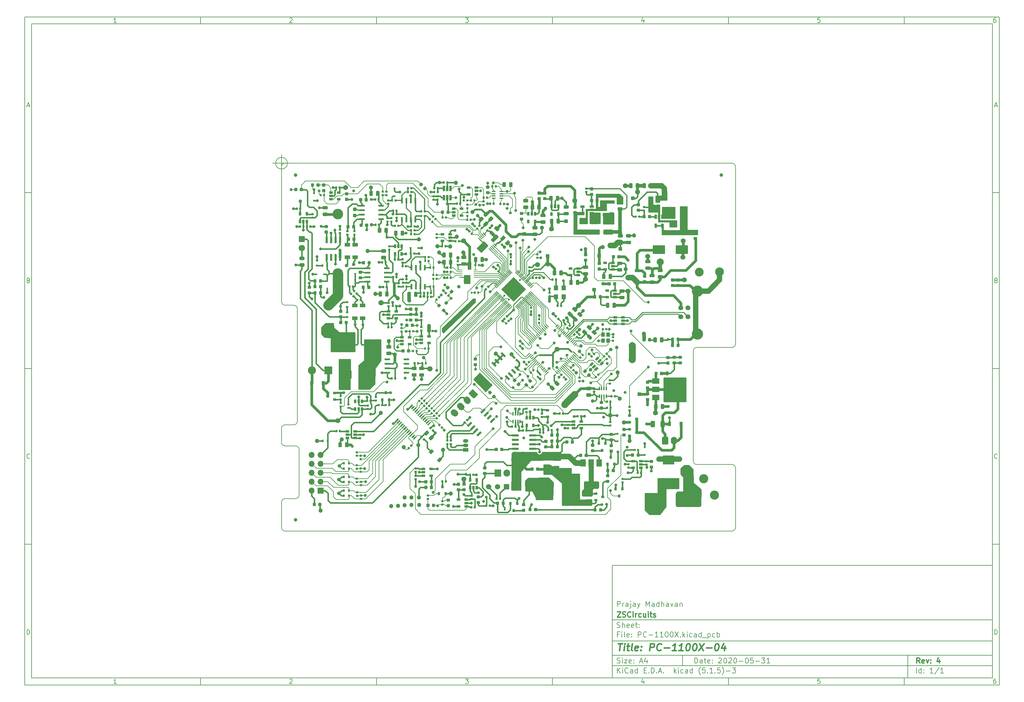
<source format=gbr>
G04 #@! TF.GenerationSoftware,KiCad,Pcbnew,(5.1.5)-3*
G04 #@! TF.CreationDate,2020-12-06T10:31:09+05:30*
G04 #@! TF.ProjectId,PC-1100X,50432d31-3130-4305-982e-6b696361645f,4*
G04 #@! TF.SameCoordinates,Original*
G04 #@! TF.FileFunction,Copper,L1,Top*
G04 #@! TF.FilePolarity,Positive*
%FSLAX46Y46*%
G04 Gerber Fmt 4.6, Leading zero omitted, Abs format (unit mm)*
G04 Created by KiCad (PCBNEW (5.1.5)-3) date 2020-12-06 10:31:09*
%MOMM*%
%LPD*%
G04 APERTURE LIST*
%ADD10C,0.100000*%
%ADD11C,0.150000*%
%ADD12C,0.300000*%
%ADD13C,0.400000*%
G04 #@! TA.AperFunction,Profile*
%ADD14C,0.150000*%
G04 #@! TD*
G04 #@! TA.AperFunction,EtchedComponent*
%ADD15C,0.100000*%
G04 #@! TD*
G04 #@! TA.AperFunction,ComponentPad*
%ADD16R,1.500000X1.500000*%
G04 #@! TD*
G04 #@! TA.AperFunction,ComponentPad*
%ADD17C,1.500000*%
G04 #@! TD*
G04 #@! TA.AperFunction,SMDPad,CuDef*
%ADD18C,0.100000*%
G04 #@! TD*
G04 #@! TA.AperFunction,ComponentPad*
%ADD19O,2.000000X2.000000*%
G04 #@! TD*
G04 #@! TA.AperFunction,ComponentPad*
%ADD20R,2.000000X2.000000*%
G04 #@! TD*
G04 #@! TA.AperFunction,SMDPad,CuDef*
%ADD21R,1.060000X0.650000*%
G04 #@! TD*
G04 #@! TA.AperFunction,SMDPad,CuDef*
%ADD22R,0.650000X1.060000*%
G04 #@! TD*
G04 #@! TA.AperFunction,SMDPad,CuDef*
%ADD23R,0.600000X0.450000*%
G04 #@! TD*
G04 #@! TA.AperFunction,SMDPad,CuDef*
%ADD24R,0.450000X0.600000*%
G04 #@! TD*
G04 #@! TA.AperFunction,SMDPad,CuDef*
%ADD25R,1.550000X0.600000*%
G04 #@! TD*
G04 #@! TA.AperFunction,SMDPad,CuDef*
%ADD26R,0.700000X0.600000*%
G04 #@! TD*
G04 #@! TA.AperFunction,SMDPad,CuDef*
%ADD27R,0.600000X0.700000*%
G04 #@! TD*
G04 #@! TA.AperFunction,SMDPad,CuDef*
%ADD28R,0.500000X0.500000*%
G04 #@! TD*
G04 #@! TA.AperFunction,SMDPad,CuDef*
%ADD29R,0.400000X1.060000*%
G04 #@! TD*
G04 #@! TA.AperFunction,Conductor*
%ADD30C,0.100000*%
G04 #@! TD*
G04 #@! TA.AperFunction,ComponentPad*
%ADD31C,2.500000*%
G04 #@! TD*
G04 #@! TA.AperFunction,ComponentPad*
%ADD32O,1.740000X2.200000*%
G04 #@! TD*
G04 #@! TA.AperFunction,ComponentPad*
%ADD33C,0.100000*%
G04 #@! TD*
G04 #@! TA.AperFunction,ComponentPad*
%ADD34C,1.740000*%
G04 #@! TD*
G04 #@! TA.AperFunction,SMDPad,CuDef*
%ADD35R,2.000000X1.500000*%
G04 #@! TD*
G04 #@! TA.AperFunction,SMDPad,CuDef*
%ADD36R,2.000000X3.800000*%
G04 #@! TD*
G04 #@! TA.AperFunction,SMDPad,CuDef*
%ADD37R,3.300000X2.500000*%
G04 #@! TD*
G04 #@! TA.AperFunction,SMDPad,CuDef*
%ADD38R,1.000000X1.000000*%
G04 #@! TD*
G04 #@! TA.AperFunction,SMDPad,CuDef*
%ADD39R,0.900000X0.800000*%
G04 #@! TD*
G04 #@! TA.AperFunction,SMDPad,CuDef*
%ADD40R,0.800000X0.900000*%
G04 #@! TD*
G04 #@! TA.AperFunction,Conductor*
%ADD41C,2.000000*%
G04 #@! TD*
G04 #@! TA.AperFunction,BGAPad,CuDef*
%ADD42C,1.000000*%
G04 #@! TD*
G04 #@! TA.AperFunction,SMDPad,CuDef*
%ADD43R,1.060000X0.400000*%
G04 #@! TD*
G04 #@! TA.AperFunction,SMDPad,CuDef*
%ADD44R,2.500000X1.800000*%
G04 #@! TD*
G04 #@! TA.AperFunction,SMDPad,CuDef*
%ADD45R,1.800000X2.500000*%
G04 #@! TD*
G04 #@! TA.AperFunction,ComponentPad*
%ADD46C,1.400000*%
G04 #@! TD*
G04 #@! TA.AperFunction,ComponentPad*
%ADD47C,3.200000*%
G04 #@! TD*
G04 #@! TA.AperFunction,ComponentPad*
%ADD48C,1.800000*%
G04 #@! TD*
G04 #@! TA.AperFunction,ComponentPad*
%ADD49R,1.800000X1.800000*%
G04 #@! TD*
G04 #@! TA.AperFunction,ComponentPad*
%ADD50C,2.300000*%
G04 #@! TD*
G04 #@! TA.AperFunction,ComponentPad*
%ADD51R,2.300000X2.300000*%
G04 #@! TD*
G04 #@! TA.AperFunction,SMDPad,CuDef*
%ADD52R,0.900000X1.200000*%
G04 #@! TD*
G04 #@! TA.AperFunction,BGAPad,CuDef*
%ADD53C,1.500000*%
G04 #@! TD*
G04 #@! TA.AperFunction,SMDPad,CuDef*
%ADD54R,1.500000X2.000000*%
G04 #@! TD*
G04 #@! TA.AperFunction,SMDPad,CuDef*
%ADD55R,3.800000X2.000000*%
G04 #@! TD*
G04 #@! TA.AperFunction,ComponentPad*
%ADD56O,1.500000X1.050000*%
G04 #@! TD*
G04 #@! TA.AperFunction,ComponentPad*
%ADD57R,1.500000X1.050000*%
G04 #@! TD*
G04 #@! TA.AperFunction,ComponentPad*
%ADD58R,1.700000X1.700000*%
G04 #@! TD*
G04 #@! TA.AperFunction,ComponentPad*
%ADD59O,1.700000X1.700000*%
G04 #@! TD*
G04 #@! TA.AperFunction,SMDPad,CuDef*
%ADD60R,1.500000X1.100000*%
G04 #@! TD*
G04 #@! TA.AperFunction,SMDPad,CuDef*
%ADD61R,0.650000X1.560000*%
G04 #@! TD*
G04 #@! TA.AperFunction,ComponentPad*
%ADD62C,3.000000*%
G04 #@! TD*
G04 #@! TA.AperFunction,ComponentPad*
%ADD63R,1.905000X2.000000*%
G04 #@! TD*
G04 #@! TA.AperFunction,ComponentPad*
%ADD64O,1.905000X2.000000*%
G04 #@! TD*
G04 #@! TA.AperFunction,ComponentPad*
%ADD65R,2.600000X2.600000*%
G04 #@! TD*
G04 #@! TA.AperFunction,ComponentPad*
%ADD66C,2.600000*%
G04 #@! TD*
G04 #@! TA.AperFunction,SMDPad,CuDef*
%ADD67R,1.200000X0.900000*%
G04 #@! TD*
G04 #@! TA.AperFunction,SMDPad,CuDef*
%ADD68R,0.600000X1.550000*%
G04 #@! TD*
G04 #@! TA.AperFunction,SMDPad,CuDef*
%ADD69R,0.650000X1.220000*%
G04 #@! TD*
G04 #@! TA.AperFunction,SMDPad,CuDef*
%ADD70R,1.100000X0.250000*%
G04 #@! TD*
G04 #@! TA.AperFunction,SMDPad,CuDef*
%ADD71R,1.000000X1.150000*%
G04 #@! TD*
G04 #@! TA.AperFunction,SMDPad,CuDef*
%ADD72R,1.200000X1.400000*%
G04 #@! TD*
G04 #@! TA.AperFunction,SMDPad,CuDef*
%ADD73R,1.220000X0.650000*%
G04 #@! TD*
G04 #@! TA.AperFunction,ViaPad*
%ADD74C,0.800000*%
G04 #@! TD*
G04 #@! TA.AperFunction,ViaPad*
%ADD75C,1.000000*%
G04 #@! TD*
G04 #@! TA.AperFunction,ViaPad*
%ADD76C,0.600000*%
G04 #@! TD*
G04 #@! TA.AperFunction,ViaPad*
%ADD77C,1.400000*%
G04 #@! TD*
G04 #@! TA.AperFunction,ViaPad*
%ADD78C,1.200000*%
G04 #@! TD*
G04 #@! TA.AperFunction,ViaPad*
%ADD79C,2.000000*%
G04 #@! TD*
G04 #@! TA.AperFunction,Conductor*
%ADD80C,0.150000*%
G04 #@! TD*
G04 #@! TA.AperFunction,Conductor*
%ADD81C,0.250000*%
G04 #@! TD*
G04 #@! TA.AperFunction,Conductor*
%ADD82C,0.400000*%
G04 #@! TD*
G04 #@! TA.AperFunction,Conductor*
%ADD83C,0.200000*%
G04 #@! TD*
G04 #@! TA.AperFunction,Conductor*
%ADD84C,0.500000*%
G04 #@! TD*
G04 #@! TA.AperFunction,Conductor*
%ADD85C,0.300000*%
G04 #@! TD*
G04 #@! TA.AperFunction,Conductor*
%ADD86C,0.800000*%
G04 #@! TD*
G04 #@! TA.AperFunction,Conductor*
%ADD87C,0.600000*%
G04 #@! TD*
G04 #@! TA.AperFunction,Conductor*
%ADD88C,1.000000*%
G04 #@! TD*
G04 #@! TA.AperFunction,Conductor*
%ADD89C,1.500000*%
G04 #@! TD*
G04 #@! TA.AperFunction,Conductor*
%ADD90C,1.200000*%
G04 #@! TD*
G04 #@! TA.AperFunction,Conductor*
%ADD91C,1.600000*%
G04 #@! TD*
G04 #@! TA.AperFunction,Conductor*
%ADD92C,3.000000*%
G04 #@! TD*
G04 #@! TA.AperFunction,Conductor*
%ADD93C,1.400000*%
G04 #@! TD*
G04 #@! TA.AperFunction,Conductor*
%ADD94C,0.254000*%
G04 #@! TD*
G04 APERTURE END LIST*
D10*
D11*
X177002200Y-166007200D02*
X177002200Y-198007200D01*
X285002200Y-198007200D01*
X285002200Y-166007200D01*
X177002200Y-166007200D01*
D10*
D11*
X10000000Y-10000000D02*
X10000000Y-200007200D01*
X287002200Y-200007200D01*
X287002200Y-10000000D01*
X10000000Y-10000000D01*
D10*
D11*
X12000000Y-12000000D02*
X12000000Y-198007200D01*
X285002200Y-198007200D01*
X285002200Y-12000000D01*
X12000000Y-12000000D01*
D10*
D11*
X60000000Y-12000000D02*
X60000000Y-10000000D01*
D10*
D11*
X110000000Y-12000000D02*
X110000000Y-10000000D01*
D10*
D11*
X160000000Y-12000000D02*
X160000000Y-10000000D01*
D10*
D11*
X210000000Y-12000000D02*
X210000000Y-10000000D01*
D10*
D11*
X260000000Y-12000000D02*
X260000000Y-10000000D01*
D10*
D11*
X36065476Y-11588095D02*
X35322619Y-11588095D01*
X35694047Y-11588095D02*
X35694047Y-10288095D01*
X35570238Y-10473809D01*
X35446428Y-10597619D01*
X35322619Y-10659523D01*
D10*
D11*
X85322619Y-10411904D02*
X85384523Y-10350000D01*
X85508333Y-10288095D01*
X85817857Y-10288095D01*
X85941666Y-10350000D01*
X86003571Y-10411904D01*
X86065476Y-10535714D01*
X86065476Y-10659523D01*
X86003571Y-10845238D01*
X85260714Y-11588095D01*
X86065476Y-11588095D01*
D10*
D11*
X135260714Y-10288095D02*
X136065476Y-10288095D01*
X135632142Y-10783333D01*
X135817857Y-10783333D01*
X135941666Y-10845238D01*
X136003571Y-10907142D01*
X136065476Y-11030952D01*
X136065476Y-11340476D01*
X136003571Y-11464285D01*
X135941666Y-11526190D01*
X135817857Y-11588095D01*
X135446428Y-11588095D01*
X135322619Y-11526190D01*
X135260714Y-11464285D01*
D10*
D11*
X185941666Y-10721428D02*
X185941666Y-11588095D01*
X185632142Y-10226190D02*
X185322619Y-11154761D01*
X186127380Y-11154761D01*
D10*
D11*
X236003571Y-10288095D02*
X235384523Y-10288095D01*
X235322619Y-10907142D01*
X235384523Y-10845238D01*
X235508333Y-10783333D01*
X235817857Y-10783333D01*
X235941666Y-10845238D01*
X236003571Y-10907142D01*
X236065476Y-11030952D01*
X236065476Y-11340476D01*
X236003571Y-11464285D01*
X235941666Y-11526190D01*
X235817857Y-11588095D01*
X235508333Y-11588095D01*
X235384523Y-11526190D01*
X235322619Y-11464285D01*
D10*
D11*
X285941666Y-10288095D02*
X285694047Y-10288095D01*
X285570238Y-10350000D01*
X285508333Y-10411904D01*
X285384523Y-10597619D01*
X285322619Y-10845238D01*
X285322619Y-11340476D01*
X285384523Y-11464285D01*
X285446428Y-11526190D01*
X285570238Y-11588095D01*
X285817857Y-11588095D01*
X285941666Y-11526190D01*
X286003571Y-11464285D01*
X286065476Y-11340476D01*
X286065476Y-11030952D01*
X286003571Y-10907142D01*
X285941666Y-10845238D01*
X285817857Y-10783333D01*
X285570238Y-10783333D01*
X285446428Y-10845238D01*
X285384523Y-10907142D01*
X285322619Y-11030952D01*
D10*
D11*
X60000000Y-198007200D02*
X60000000Y-200007200D01*
D10*
D11*
X110000000Y-198007200D02*
X110000000Y-200007200D01*
D10*
D11*
X160000000Y-198007200D02*
X160000000Y-200007200D01*
D10*
D11*
X210000000Y-198007200D02*
X210000000Y-200007200D01*
D10*
D11*
X260000000Y-198007200D02*
X260000000Y-200007200D01*
D10*
D11*
X36065476Y-199595295D02*
X35322619Y-199595295D01*
X35694047Y-199595295D02*
X35694047Y-198295295D01*
X35570238Y-198481009D01*
X35446428Y-198604819D01*
X35322619Y-198666723D01*
D10*
D11*
X85322619Y-198419104D02*
X85384523Y-198357200D01*
X85508333Y-198295295D01*
X85817857Y-198295295D01*
X85941666Y-198357200D01*
X86003571Y-198419104D01*
X86065476Y-198542914D01*
X86065476Y-198666723D01*
X86003571Y-198852438D01*
X85260714Y-199595295D01*
X86065476Y-199595295D01*
D10*
D11*
X135260714Y-198295295D02*
X136065476Y-198295295D01*
X135632142Y-198790533D01*
X135817857Y-198790533D01*
X135941666Y-198852438D01*
X136003571Y-198914342D01*
X136065476Y-199038152D01*
X136065476Y-199347676D01*
X136003571Y-199471485D01*
X135941666Y-199533390D01*
X135817857Y-199595295D01*
X135446428Y-199595295D01*
X135322619Y-199533390D01*
X135260714Y-199471485D01*
D10*
D11*
X185941666Y-198728628D02*
X185941666Y-199595295D01*
X185632142Y-198233390D02*
X185322619Y-199161961D01*
X186127380Y-199161961D01*
D10*
D11*
X236003571Y-198295295D02*
X235384523Y-198295295D01*
X235322619Y-198914342D01*
X235384523Y-198852438D01*
X235508333Y-198790533D01*
X235817857Y-198790533D01*
X235941666Y-198852438D01*
X236003571Y-198914342D01*
X236065476Y-199038152D01*
X236065476Y-199347676D01*
X236003571Y-199471485D01*
X235941666Y-199533390D01*
X235817857Y-199595295D01*
X235508333Y-199595295D01*
X235384523Y-199533390D01*
X235322619Y-199471485D01*
D10*
D11*
X285941666Y-198295295D02*
X285694047Y-198295295D01*
X285570238Y-198357200D01*
X285508333Y-198419104D01*
X285384523Y-198604819D01*
X285322619Y-198852438D01*
X285322619Y-199347676D01*
X285384523Y-199471485D01*
X285446428Y-199533390D01*
X285570238Y-199595295D01*
X285817857Y-199595295D01*
X285941666Y-199533390D01*
X286003571Y-199471485D01*
X286065476Y-199347676D01*
X286065476Y-199038152D01*
X286003571Y-198914342D01*
X285941666Y-198852438D01*
X285817857Y-198790533D01*
X285570238Y-198790533D01*
X285446428Y-198852438D01*
X285384523Y-198914342D01*
X285322619Y-199038152D01*
D10*
D11*
X10000000Y-60000000D02*
X12000000Y-60000000D01*
D10*
D11*
X10000000Y-110000000D02*
X12000000Y-110000000D01*
D10*
D11*
X10000000Y-160000000D02*
X12000000Y-160000000D01*
D10*
D11*
X10690476Y-35216666D02*
X11309523Y-35216666D01*
X10566666Y-35588095D02*
X11000000Y-34288095D01*
X11433333Y-35588095D01*
D10*
D11*
X11092857Y-84907142D02*
X11278571Y-84969047D01*
X11340476Y-85030952D01*
X11402380Y-85154761D01*
X11402380Y-85340476D01*
X11340476Y-85464285D01*
X11278571Y-85526190D01*
X11154761Y-85588095D01*
X10659523Y-85588095D01*
X10659523Y-84288095D01*
X11092857Y-84288095D01*
X11216666Y-84350000D01*
X11278571Y-84411904D01*
X11340476Y-84535714D01*
X11340476Y-84659523D01*
X11278571Y-84783333D01*
X11216666Y-84845238D01*
X11092857Y-84907142D01*
X10659523Y-84907142D01*
D10*
D11*
X11402380Y-135464285D02*
X11340476Y-135526190D01*
X11154761Y-135588095D01*
X11030952Y-135588095D01*
X10845238Y-135526190D01*
X10721428Y-135402380D01*
X10659523Y-135278571D01*
X10597619Y-135030952D01*
X10597619Y-134845238D01*
X10659523Y-134597619D01*
X10721428Y-134473809D01*
X10845238Y-134350000D01*
X11030952Y-134288095D01*
X11154761Y-134288095D01*
X11340476Y-134350000D01*
X11402380Y-134411904D01*
D10*
D11*
X10659523Y-185588095D02*
X10659523Y-184288095D01*
X10969047Y-184288095D01*
X11154761Y-184350000D01*
X11278571Y-184473809D01*
X11340476Y-184597619D01*
X11402380Y-184845238D01*
X11402380Y-185030952D01*
X11340476Y-185278571D01*
X11278571Y-185402380D01*
X11154761Y-185526190D01*
X10969047Y-185588095D01*
X10659523Y-185588095D01*
D10*
D11*
X287002200Y-60000000D02*
X285002200Y-60000000D01*
D10*
D11*
X287002200Y-110000000D02*
X285002200Y-110000000D01*
D10*
D11*
X287002200Y-160000000D02*
X285002200Y-160000000D01*
D10*
D11*
X285692676Y-35216666D02*
X286311723Y-35216666D01*
X285568866Y-35588095D02*
X286002200Y-34288095D01*
X286435533Y-35588095D01*
D10*
D11*
X286095057Y-84907142D02*
X286280771Y-84969047D01*
X286342676Y-85030952D01*
X286404580Y-85154761D01*
X286404580Y-85340476D01*
X286342676Y-85464285D01*
X286280771Y-85526190D01*
X286156961Y-85588095D01*
X285661723Y-85588095D01*
X285661723Y-84288095D01*
X286095057Y-84288095D01*
X286218866Y-84350000D01*
X286280771Y-84411904D01*
X286342676Y-84535714D01*
X286342676Y-84659523D01*
X286280771Y-84783333D01*
X286218866Y-84845238D01*
X286095057Y-84907142D01*
X285661723Y-84907142D01*
D10*
D11*
X286404580Y-135464285D02*
X286342676Y-135526190D01*
X286156961Y-135588095D01*
X286033152Y-135588095D01*
X285847438Y-135526190D01*
X285723628Y-135402380D01*
X285661723Y-135278571D01*
X285599819Y-135030952D01*
X285599819Y-134845238D01*
X285661723Y-134597619D01*
X285723628Y-134473809D01*
X285847438Y-134350000D01*
X286033152Y-134288095D01*
X286156961Y-134288095D01*
X286342676Y-134350000D01*
X286404580Y-134411904D01*
D10*
D11*
X285661723Y-185588095D02*
X285661723Y-184288095D01*
X285971247Y-184288095D01*
X286156961Y-184350000D01*
X286280771Y-184473809D01*
X286342676Y-184597619D01*
X286404580Y-184845238D01*
X286404580Y-185030952D01*
X286342676Y-185278571D01*
X286280771Y-185402380D01*
X286156961Y-185526190D01*
X285971247Y-185588095D01*
X285661723Y-185588095D01*
D10*
D11*
X200434342Y-193785771D02*
X200434342Y-192285771D01*
X200791485Y-192285771D01*
X201005771Y-192357200D01*
X201148628Y-192500057D01*
X201220057Y-192642914D01*
X201291485Y-192928628D01*
X201291485Y-193142914D01*
X201220057Y-193428628D01*
X201148628Y-193571485D01*
X201005771Y-193714342D01*
X200791485Y-193785771D01*
X200434342Y-193785771D01*
X202577200Y-193785771D02*
X202577200Y-193000057D01*
X202505771Y-192857200D01*
X202362914Y-192785771D01*
X202077200Y-192785771D01*
X201934342Y-192857200D01*
X202577200Y-193714342D02*
X202434342Y-193785771D01*
X202077200Y-193785771D01*
X201934342Y-193714342D01*
X201862914Y-193571485D01*
X201862914Y-193428628D01*
X201934342Y-193285771D01*
X202077200Y-193214342D01*
X202434342Y-193214342D01*
X202577200Y-193142914D01*
X203077200Y-192785771D02*
X203648628Y-192785771D01*
X203291485Y-192285771D02*
X203291485Y-193571485D01*
X203362914Y-193714342D01*
X203505771Y-193785771D01*
X203648628Y-193785771D01*
X204720057Y-193714342D02*
X204577200Y-193785771D01*
X204291485Y-193785771D01*
X204148628Y-193714342D01*
X204077200Y-193571485D01*
X204077200Y-193000057D01*
X204148628Y-192857200D01*
X204291485Y-192785771D01*
X204577200Y-192785771D01*
X204720057Y-192857200D01*
X204791485Y-193000057D01*
X204791485Y-193142914D01*
X204077200Y-193285771D01*
X205434342Y-193642914D02*
X205505771Y-193714342D01*
X205434342Y-193785771D01*
X205362914Y-193714342D01*
X205434342Y-193642914D01*
X205434342Y-193785771D01*
X205434342Y-192857200D02*
X205505771Y-192928628D01*
X205434342Y-193000057D01*
X205362914Y-192928628D01*
X205434342Y-192857200D01*
X205434342Y-193000057D01*
X207220057Y-192428628D02*
X207291485Y-192357200D01*
X207434342Y-192285771D01*
X207791485Y-192285771D01*
X207934342Y-192357200D01*
X208005771Y-192428628D01*
X208077200Y-192571485D01*
X208077200Y-192714342D01*
X208005771Y-192928628D01*
X207148628Y-193785771D01*
X208077200Y-193785771D01*
X209005771Y-192285771D02*
X209148628Y-192285771D01*
X209291485Y-192357200D01*
X209362914Y-192428628D01*
X209434342Y-192571485D01*
X209505771Y-192857200D01*
X209505771Y-193214342D01*
X209434342Y-193500057D01*
X209362914Y-193642914D01*
X209291485Y-193714342D01*
X209148628Y-193785771D01*
X209005771Y-193785771D01*
X208862914Y-193714342D01*
X208791485Y-193642914D01*
X208720057Y-193500057D01*
X208648628Y-193214342D01*
X208648628Y-192857200D01*
X208720057Y-192571485D01*
X208791485Y-192428628D01*
X208862914Y-192357200D01*
X209005771Y-192285771D01*
X210077200Y-192428628D02*
X210148628Y-192357200D01*
X210291485Y-192285771D01*
X210648628Y-192285771D01*
X210791485Y-192357200D01*
X210862914Y-192428628D01*
X210934342Y-192571485D01*
X210934342Y-192714342D01*
X210862914Y-192928628D01*
X210005771Y-193785771D01*
X210934342Y-193785771D01*
X211862914Y-192285771D02*
X212005771Y-192285771D01*
X212148628Y-192357200D01*
X212220057Y-192428628D01*
X212291485Y-192571485D01*
X212362914Y-192857200D01*
X212362914Y-193214342D01*
X212291485Y-193500057D01*
X212220057Y-193642914D01*
X212148628Y-193714342D01*
X212005771Y-193785771D01*
X211862914Y-193785771D01*
X211720057Y-193714342D01*
X211648628Y-193642914D01*
X211577200Y-193500057D01*
X211505771Y-193214342D01*
X211505771Y-192857200D01*
X211577200Y-192571485D01*
X211648628Y-192428628D01*
X211720057Y-192357200D01*
X211862914Y-192285771D01*
X213005771Y-193214342D02*
X214148628Y-193214342D01*
X215148628Y-192285771D02*
X215291485Y-192285771D01*
X215434342Y-192357200D01*
X215505771Y-192428628D01*
X215577200Y-192571485D01*
X215648628Y-192857200D01*
X215648628Y-193214342D01*
X215577200Y-193500057D01*
X215505771Y-193642914D01*
X215434342Y-193714342D01*
X215291485Y-193785771D01*
X215148628Y-193785771D01*
X215005771Y-193714342D01*
X214934342Y-193642914D01*
X214862914Y-193500057D01*
X214791485Y-193214342D01*
X214791485Y-192857200D01*
X214862914Y-192571485D01*
X214934342Y-192428628D01*
X215005771Y-192357200D01*
X215148628Y-192285771D01*
X217005771Y-192285771D02*
X216291485Y-192285771D01*
X216220057Y-193000057D01*
X216291485Y-192928628D01*
X216434342Y-192857200D01*
X216791485Y-192857200D01*
X216934342Y-192928628D01*
X217005771Y-193000057D01*
X217077200Y-193142914D01*
X217077200Y-193500057D01*
X217005771Y-193642914D01*
X216934342Y-193714342D01*
X216791485Y-193785771D01*
X216434342Y-193785771D01*
X216291485Y-193714342D01*
X216220057Y-193642914D01*
X217720057Y-193214342D02*
X218862914Y-193214342D01*
X219434342Y-192285771D02*
X220362914Y-192285771D01*
X219862914Y-192857200D01*
X220077200Y-192857200D01*
X220220057Y-192928628D01*
X220291485Y-193000057D01*
X220362914Y-193142914D01*
X220362914Y-193500057D01*
X220291485Y-193642914D01*
X220220057Y-193714342D01*
X220077200Y-193785771D01*
X219648628Y-193785771D01*
X219505771Y-193714342D01*
X219434342Y-193642914D01*
X221791485Y-193785771D02*
X220934342Y-193785771D01*
X221362914Y-193785771D02*
X221362914Y-192285771D01*
X221220057Y-192500057D01*
X221077200Y-192642914D01*
X220934342Y-192714342D01*
D10*
D11*
X177002200Y-194507200D02*
X285002200Y-194507200D01*
D10*
D11*
X178434342Y-196585771D02*
X178434342Y-195085771D01*
X179291485Y-196585771D02*
X178648628Y-195728628D01*
X179291485Y-195085771D02*
X178434342Y-195942914D01*
X179934342Y-196585771D02*
X179934342Y-195585771D01*
X179934342Y-195085771D02*
X179862914Y-195157200D01*
X179934342Y-195228628D01*
X180005771Y-195157200D01*
X179934342Y-195085771D01*
X179934342Y-195228628D01*
X181505771Y-196442914D02*
X181434342Y-196514342D01*
X181220057Y-196585771D01*
X181077200Y-196585771D01*
X180862914Y-196514342D01*
X180720057Y-196371485D01*
X180648628Y-196228628D01*
X180577200Y-195942914D01*
X180577200Y-195728628D01*
X180648628Y-195442914D01*
X180720057Y-195300057D01*
X180862914Y-195157200D01*
X181077200Y-195085771D01*
X181220057Y-195085771D01*
X181434342Y-195157200D01*
X181505771Y-195228628D01*
X182791485Y-196585771D02*
X182791485Y-195800057D01*
X182720057Y-195657200D01*
X182577200Y-195585771D01*
X182291485Y-195585771D01*
X182148628Y-195657200D01*
X182791485Y-196514342D02*
X182648628Y-196585771D01*
X182291485Y-196585771D01*
X182148628Y-196514342D01*
X182077200Y-196371485D01*
X182077200Y-196228628D01*
X182148628Y-196085771D01*
X182291485Y-196014342D01*
X182648628Y-196014342D01*
X182791485Y-195942914D01*
X184148628Y-196585771D02*
X184148628Y-195085771D01*
X184148628Y-196514342D02*
X184005771Y-196585771D01*
X183720057Y-196585771D01*
X183577200Y-196514342D01*
X183505771Y-196442914D01*
X183434342Y-196300057D01*
X183434342Y-195871485D01*
X183505771Y-195728628D01*
X183577200Y-195657200D01*
X183720057Y-195585771D01*
X184005771Y-195585771D01*
X184148628Y-195657200D01*
X186005771Y-195800057D02*
X186505771Y-195800057D01*
X186720057Y-196585771D02*
X186005771Y-196585771D01*
X186005771Y-195085771D01*
X186720057Y-195085771D01*
X187362914Y-196442914D02*
X187434342Y-196514342D01*
X187362914Y-196585771D01*
X187291485Y-196514342D01*
X187362914Y-196442914D01*
X187362914Y-196585771D01*
X188077200Y-196585771D02*
X188077200Y-195085771D01*
X188434342Y-195085771D01*
X188648628Y-195157200D01*
X188791485Y-195300057D01*
X188862914Y-195442914D01*
X188934342Y-195728628D01*
X188934342Y-195942914D01*
X188862914Y-196228628D01*
X188791485Y-196371485D01*
X188648628Y-196514342D01*
X188434342Y-196585771D01*
X188077200Y-196585771D01*
X189577200Y-196442914D02*
X189648628Y-196514342D01*
X189577200Y-196585771D01*
X189505771Y-196514342D01*
X189577200Y-196442914D01*
X189577200Y-196585771D01*
X190220057Y-196157200D02*
X190934342Y-196157200D01*
X190077200Y-196585771D02*
X190577200Y-195085771D01*
X191077200Y-196585771D01*
X191577200Y-196442914D02*
X191648628Y-196514342D01*
X191577200Y-196585771D01*
X191505771Y-196514342D01*
X191577200Y-196442914D01*
X191577200Y-196585771D01*
X194577200Y-196585771D02*
X194577200Y-195085771D01*
X194720057Y-196014342D02*
X195148628Y-196585771D01*
X195148628Y-195585771D02*
X194577200Y-196157200D01*
X195791485Y-196585771D02*
X195791485Y-195585771D01*
X195791485Y-195085771D02*
X195720057Y-195157200D01*
X195791485Y-195228628D01*
X195862914Y-195157200D01*
X195791485Y-195085771D01*
X195791485Y-195228628D01*
X197148628Y-196514342D02*
X197005771Y-196585771D01*
X196720057Y-196585771D01*
X196577200Y-196514342D01*
X196505771Y-196442914D01*
X196434342Y-196300057D01*
X196434342Y-195871485D01*
X196505771Y-195728628D01*
X196577200Y-195657200D01*
X196720057Y-195585771D01*
X197005771Y-195585771D01*
X197148628Y-195657200D01*
X198434342Y-196585771D02*
X198434342Y-195800057D01*
X198362914Y-195657200D01*
X198220057Y-195585771D01*
X197934342Y-195585771D01*
X197791485Y-195657200D01*
X198434342Y-196514342D02*
X198291485Y-196585771D01*
X197934342Y-196585771D01*
X197791485Y-196514342D01*
X197720057Y-196371485D01*
X197720057Y-196228628D01*
X197791485Y-196085771D01*
X197934342Y-196014342D01*
X198291485Y-196014342D01*
X198434342Y-195942914D01*
X199791485Y-196585771D02*
X199791485Y-195085771D01*
X199791485Y-196514342D02*
X199648628Y-196585771D01*
X199362914Y-196585771D01*
X199220057Y-196514342D01*
X199148628Y-196442914D01*
X199077200Y-196300057D01*
X199077200Y-195871485D01*
X199148628Y-195728628D01*
X199220057Y-195657200D01*
X199362914Y-195585771D01*
X199648628Y-195585771D01*
X199791485Y-195657200D01*
X202077200Y-197157200D02*
X202005771Y-197085771D01*
X201862914Y-196871485D01*
X201791485Y-196728628D01*
X201720057Y-196514342D01*
X201648628Y-196157200D01*
X201648628Y-195871485D01*
X201720057Y-195514342D01*
X201791485Y-195300057D01*
X201862914Y-195157200D01*
X202005771Y-194942914D01*
X202077200Y-194871485D01*
X203362914Y-195085771D02*
X202648628Y-195085771D01*
X202577200Y-195800057D01*
X202648628Y-195728628D01*
X202791485Y-195657200D01*
X203148628Y-195657200D01*
X203291485Y-195728628D01*
X203362914Y-195800057D01*
X203434342Y-195942914D01*
X203434342Y-196300057D01*
X203362914Y-196442914D01*
X203291485Y-196514342D01*
X203148628Y-196585771D01*
X202791485Y-196585771D01*
X202648628Y-196514342D01*
X202577200Y-196442914D01*
X204077200Y-196442914D02*
X204148628Y-196514342D01*
X204077200Y-196585771D01*
X204005771Y-196514342D01*
X204077200Y-196442914D01*
X204077200Y-196585771D01*
X205577200Y-196585771D02*
X204720057Y-196585771D01*
X205148628Y-196585771D02*
X205148628Y-195085771D01*
X205005771Y-195300057D01*
X204862914Y-195442914D01*
X204720057Y-195514342D01*
X206220057Y-196442914D02*
X206291485Y-196514342D01*
X206220057Y-196585771D01*
X206148628Y-196514342D01*
X206220057Y-196442914D01*
X206220057Y-196585771D01*
X207648628Y-195085771D02*
X206934342Y-195085771D01*
X206862914Y-195800057D01*
X206934342Y-195728628D01*
X207077200Y-195657200D01*
X207434342Y-195657200D01*
X207577200Y-195728628D01*
X207648628Y-195800057D01*
X207720057Y-195942914D01*
X207720057Y-196300057D01*
X207648628Y-196442914D01*
X207577200Y-196514342D01*
X207434342Y-196585771D01*
X207077200Y-196585771D01*
X206934342Y-196514342D01*
X206862914Y-196442914D01*
X208220057Y-197157200D02*
X208291485Y-197085771D01*
X208434342Y-196871485D01*
X208505771Y-196728628D01*
X208577200Y-196514342D01*
X208648628Y-196157200D01*
X208648628Y-195871485D01*
X208577200Y-195514342D01*
X208505771Y-195300057D01*
X208434342Y-195157200D01*
X208291485Y-194942914D01*
X208220057Y-194871485D01*
X209362914Y-196014342D02*
X210505771Y-196014342D01*
X211077200Y-195085771D02*
X212005771Y-195085771D01*
X211505771Y-195657200D01*
X211720057Y-195657200D01*
X211862914Y-195728628D01*
X211934342Y-195800057D01*
X212005771Y-195942914D01*
X212005771Y-196300057D01*
X211934342Y-196442914D01*
X211862914Y-196514342D01*
X211720057Y-196585771D01*
X211291485Y-196585771D01*
X211148628Y-196514342D01*
X211077200Y-196442914D01*
D10*
D11*
X177002200Y-191507200D02*
X285002200Y-191507200D01*
D10*
D12*
X264411485Y-193785771D02*
X263911485Y-193071485D01*
X263554342Y-193785771D02*
X263554342Y-192285771D01*
X264125771Y-192285771D01*
X264268628Y-192357200D01*
X264340057Y-192428628D01*
X264411485Y-192571485D01*
X264411485Y-192785771D01*
X264340057Y-192928628D01*
X264268628Y-193000057D01*
X264125771Y-193071485D01*
X263554342Y-193071485D01*
X265625771Y-193714342D02*
X265482914Y-193785771D01*
X265197200Y-193785771D01*
X265054342Y-193714342D01*
X264982914Y-193571485D01*
X264982914Y-193000057D01*
X265054342Y-192857200D01*
X265197200Y-192785771D01*
X265482914Y-192785771D01*
X265625771Y-192857200D01*
X265697200Y-193000057D01*
X265697200Y-193142914D01*
X264982914Y-193285771D01*
X266197200Y-192785771D02*
X266554342Y-193785771D01*
X266911485Y-192785771D01*
X267482914Y-193642914D02*
X267554342Y-193714342D01*
X267482914Y-193785771D01*
X267411485Y-193714342D01*
X267482914Y-193642914D01*
X267482914Y-193785771D01*
X267482914Y-192857200D02*
X267554342Y-192928628D01*
X267482914Y-193000057D01*
X267411485Y-192928628D01*
X267482914Y-192857200D01*
X267482914Y-193000057D01*
X269982914Y-192785771D02*
X269982914Y-193785771D01*
X269625771Y-192214342D02*
X269268628Y-193285771D01*
X270197200Y-193285771D01*
D10*
D11*
X178362914Y-193714342D02*
X178577200Y-193785771D01*
X178934342Y-193785771D01*
X179077200Y-193714342D01*
X179148628Y-193642914D01*
X179220057Y-193500057D01*
X179220057Y-193357200D01*
X179148628Y-193214342D01*
X179077200Y-193142914D01*
X178934342Y-193071485D01*
X178648628Y-193000057D01*
X178505771Y-192928628D01*
X178434342Y-192857200D01*
X178362914Y-192714342D01*
X178362914Y-192571485D01*
X178434342Y-192428628D01*
X178505771Y-192357200D01*
X178648628Y-192285771D01*
X179005771Y-192285771D01*
X179220057Y-192357200D01*
X179862914Y-193785771D02*
X179862914Y-192785771D01*
X179862914Y-192285771D02*
X179791485Y-192357200D01*
X179862914Y-192428628D01*
X179934342Y-192357200D01*
X179862914Y-192285771D01*
X179862914Y-192428628D01*
X180434342Y-192785771D02*
X181220057Y-192785771D01*
X180434342Y-193785771D01*
X181220057Y-193785771D01*
X182362914Y-193714342D02*
X182220057Y-193785771D01*
X181934342Y-193785771D01*
X181791485Y-193714342D01*
X181720057Y-193571485D01*
X181720057Y-193000057D01*
X181791485Y-192857200D01*
X181934342Y-192785771D01*
X182220057Y-192785771D01*
X182362914Y-192857200D01*
X182434342Y-193000057D01*
X182434342Y-193142914D01*
X181720057Y-193285771D01*
X183077200Y-193642914D02*
X183148628Y-193714342D01*
X183077200Y-193785771D01*
X183005771Y-193714342D01*
X183077200Y-193642914D01*
X183077200Y-193785771D01*
X183077200Y-192857200D02*
X183148628Y-192928628D01*
X183077200Y-193000057D01*
X183005771Y-192928628D01*
X183077200Y-192857200D01*
X183077200Y-193000057D01*
X184862914Y-193357200D02*
X185577200Y-193357200D01*
X184720057Y-193785771D02*
X185220057Y-192285771D01*
X185720057Y-193785771D01*
X186862914Y-192785771D02*
X186862914Y-193785771D01*
X186505771Y-192214342D02*
X186148628Y-193285771D01*
X187077200Y-193285771D01*
D10*
D11*
X263434342Y-196585771D02*
X263434342Y-195085771D01*
X264791485Y-196585771D02*
X264791485Y-195085771D01*
X264791485Y-196514342D02*
X264648628Y-196585771D01*
X264362914Y-196585771D01*
X264220057Y-196514342D01*
X264148628Y-196442914D01*
X264077200Y-196300057D01*
X264077200Y-195871485D01*
X264148628Y-195728628D01*
X264220057Y-195657200D01*
X264362914Y-195585771D01*
X264648628Y-195585771D01*
X264791485Y-195657200D01*
X265505771Y-196442914D02*
X265577200Y-196514342D01*
X265505771Y-196585771D01*
X265434342Y-196514342D01*
X265505771Y-196442914D01*
X265505771Y-196585771D01*
X265505771Y-195657200D02*
X265577200Y-195728628D01*
X265505771Y-195800057D01*
X265434342Y-195728628D01*
X265505771Y-195657200D01*
X265505771Y-195800057D01*
X268148628Y-196585771D02*
X267291485Y-196585771D01*
X267720057Y-196585771D02*
X267720057Y-195085771D01*
X267577200Y-195300057D01*
X267434342Y-195442914D01*
X267291485Y-195514342D01*
X269862914Y-195014342D02*
X268577200Y-196942914D01*
X271148628Y-196585771D02*
X270291485Y-196585771D01*
X270720057Y-196585771D02*
X270720057Y-195085771D01*
X270577200Y-195300057D01*
X270434342Y-195442914D01*
X270291485Y-195514342D01*
D10*
D11*
X177002200Y-187507200D02*
X285002200Y-187507200D01*
D10*
D13*
X178714580Y-188211961D02*
X179857438Y-188211961D01*
X179036009Y-190211961D02*
X179286009Y-188211961D01*
X180274104Y-190211961D02*
X180440771Y-188878628D01*
X180524104Y-188211961D02*
X180416961Y-188307200D01*
X180500295Y-188402438D01*
X180607438Y-188307200D01*
X180524104Y-188211961D01*
X180500295Y-188402438D01*
X181107438Y-188878628D02*
X181869342Y-188878628D01*
X181476485Y-188211961D02*
X181262200Y-189926247D01*
X181333628Y-190116723D01*
X181512200Y-190211961D01*
X181702676Y-190211961D01*
X182655057Y-190211961D02*
X182476485Y-190116723D01*
X182405057Y-189926247D01*
X182619342Y-188211961D01*
X184190771Y-190116723D02*
X183988390Y-190211961D01*
X183607438Y-190211961D01*
X183428866Y-190116723D01*
X183357438Y-189926247D01*
X183452676Y-189164342D01*
X183571723Y-188973866D01*
X183774104Y-188878628D01*
X184155057Y-188878628D01*
X184333628Y-188973866D01*
X184405057Y-189164342D01*
X184381247Y-189354819D01*
X183405057Y-189545295D01*
X185155057Y-190021485D02*
X185238390Y-190116723D01*
X185131247Y-190211961D01*
X185047914Y-190116723D01*
X185155057Y-190021485D01*
X185131247Y-190211961D01*
X185286009Y-188973866D02*
X185369342Y-189069104D01*
X185262200Y-189164342D01*
X185178866Y-189069104D01*
X185286009Y-188973866D01*
X185262200Y-189164342D01*
X187607438Y-190211961D02*
X187857438Y-188211961D01*
X188619342Y-188211961D01*
X188797914Y-188307200D01*
X188881247Y-188402438D01*
X188952676Y-188592914D01*
X188916961Y-188878628D01*
X188797914Y-189069104D01*
X188690771Y-189164342D01*
X188488390Y-189259580D01*
X187726485Y-189259580D01*
X190774104Y-190021485D02*
X190666961Y-190116723D01*
X190369342Y-190211961D01*
X190178866Y-190211961D01*
X189905057Y-190116723D01*
X189738390Y-189926247D01*
X189666961Y-189735771D01*
X189619342Y-189354819D01*
X189655057Y-189069104D01*
X189797914Y-188688152D01*
X189916961Y-188497676D01*
X190131247Y-188307200D01*
X190428866Y-188211961D01*
X190619342Y-188211961D01*
X190893152Y-188307200D01*
X190976485Y-188402438D01*
X191702676Y-189450057D02*
X193226485Y-189450057D01*
X195131247Y-190211961D02*
X193988390Y-190211961D01*
X194559819Y-190211961D02*
X194809819Y-188211961D01*
X194583628Y-188497676D01*
X194369342Y-188688152D01*
X194166961Y-188783390D01*
X197036009Y-190211961D02*
X195893152Y-190211961D01*
X196464580Y-190211961D02*
X196714580Y-188211961D01*
X196488390Y-188497676D01*
X196274104Y-188688152D01*
X196071723Y-188783390D01*
X198524104Y-188211961D02*
X198714580Y-188211961D01*
X198893152Y-188307200D01*
X198976485Y-188402438D01*
X199047914Y-188592914D01*
X199095533Y-188973866D01*
X199036009Y-189450057D01*
X198893152Y-189831009D01*
X198774104Y-190021485D01*
X198666961Y-190116723D01*
X198464580Y-190211961D01*
X198274104Y-190211961D01*
X198095533Y-190116723D01*
X198012200Y-190021485D01*
X197940771Y-189831009D01*
X197893152Y-189450057D01*
X197952676Y-188973866D01*
X198095533Y-188592914D01*
X198214580Y-188402438D01*
X198321723Y-188307200D01*
X198524104Y-188211961D01*
X200428866Y-188211961D02*
X200619342Y-188211961D01*
X200797914Y-188307200D01*
X200881247Y-188402438D01*
X200952676Y-188592914D01*
X201000295Y-188973866D01*
X200940771Y-189450057D01*
X200797914Y-189831009D01*
X200678866Y-190021485D01*
X200571723Y-190116723D01*
X200369342Y-190211961D01*
X200178866Y-190211961D01*
X200000295Y-190116723D01*
X199916961Y-190021485D01*
X199845533Y-189831009D01*
X199797914Y-189450057D01*
X199857438Y-188973866D01*
X200000295Y-188592914D01*
X200119342Y-188402438D01*
X200226485Y-188307200D01*
X200428866Y-188211961D01*
X201762200Y-188211961D02*
X202845533Y-190211961D01*
X203095533Y-188211961D02*
X201512200Y-190211961D01*
X203702676Y-189450057D02*
X205226485Y-189450057D01*
X206714580Y-188211961D02*
X206905057Y-188211961D01*
X207083628Y-188307200D01*
X207166961Y-188402438D01*
X207238390Y-188592914D01*
X207286009Y-188973866D01*
X207226485Y-189450057D01*
X207083628Y-189831009D01*
X206964580Y-190021485D01*
X206857438Y-190116723D01*
X206655057Y-190211961D01*
X206464580Y-190211961D01*
X206286009Y-190116723D01*
X206202676Y-190021485D01*
X206131247Y-189831009D01*
X206083628Y-189450057D01*
X206143152Y-188973866D01*
X206286009Y-188592914D01*
X206405057Y-188402438D01*
X206512200Y-188307200D01*
X206714580Y-188211961D01*
X209012200Y-188878628D02*
X208845533Y-190211961D01*
X208631247Y-188116723D02*
X207976485Y-189545295D01*
X209214580Y-189545295D01*
D10*
D11*
X178934342Y-185600057D02*
X178434342Y-185600057D01*
X178434342Y-186385771D02*
X178434342Y-184885771D01*
X179148628Y-184885771D01*
X179720057Y-186385771D02*
X179720057Y-185385771D01*
X179720057Y-184885771D02*
X179648628Y-184957200D01*
X179720057Y-185028628D01*
X179791485Y-184957200D01*
X179720057Y-184885771D01*
X179720057Y-185028628D01*
X180648628Y-186385771D02*
X180505771Y-186314342D01*
X180434342Y-186171485D01*
X180434342Y-184885771D01*
X181791485Y-186314342D02*
X181648628Y-186385771D01*
X181362914Y-186385771D01*
X181220057Y-186314342D01*
X181148628Y-186171485D01*
X181148628Y-185600057D01*
X181220057Y-185457200D01*
X181362914Y-185385771D01*
X181648628Y-185385771D01*
X181791485Y-185457200D01*
X181862914Y-185600057D01*
X181862914Y-185742914D01*
X181148628Y-185885771D01*
X182505771Y-186242914D02*
X182577200Y-186314342D01*
X182505771Y-186385771D01*
X182434342Y-186314342D01*
X182505771Y-186242914D01*
X182505771Y-186385771D01*
X182505771Y-185457200D02*
X182577200Y-185528628D01*
X182505771Y-185600057D01*
X182434342Y-185528628D01*
X182505771Y-185457200D01*
X182505771Y-185600057D01*
X184362914Y-186385771D02*
X184362914Y-184885771D01*
X184934342Y-184885771D01*
X185077200Y-184957200D01*
X185148628Y-185028628D01*
X185220057Y-185171485D01*
X185220057Y-185385771D01*
X185148628Y-185528628D01*
X185077200Y-185600057D01*
X184934342Y-185671485D01*
X184362914Y-185671485D01*
X186720057Y-186242914D02*
X186648628Y-186314342D01*
X186434342Y-186385771D01*
X186291485Y-186385771D01*
X186077200Y-186314342D01*
X185934342Y-186171485D01*
X185862914Y-186028628D01*
X185791485Y-185742914D01*
X185791485Y-185528628D01*
X185862914Y-185242914D01*
X185934342Y-185100057D01*
X186077200Y-184957200D01*
X186291485Y-184885771D01*
X186434342Y-184885771D01*
X186648628Y-184957200D01*
X186720057Y-185028628D01*
X187362914Y-185814342D02*
X188505771Y-185814342D01*
X190005771Y-186385771D02*
X189148628Y-186385771D01*
X189577200Y-186385771D02*
X189577200Y-184885771D01*
X189434342Y-185100057D01*
X189291485Y-185242914D01*
X189148628Y-185314342D01*
X191434342Y-186385771D02*
X190577200Y-186385771D01*
X191005771Y-186385771D02*
X191005771Y-184885771D01*
X190862914Y-185100057D01*
X190720057Y-185242914D01*
X190577200Y-185314342D01*
X192362914Y-184885771D02*
X192505771Y-184885771D01*
X192648628Y-184957200D01*
X192720057Y-185028628D01*
X192791485Y-185171485D01*
X192862914Y-185457200D01*
X192862914Y-185814342D01*
X192791485Y-186100057D01*
X192720057Y-186242914D01*
X192648628Y-186314342D01*
X192505771Y-186385771D01*
X192362914Y-186385771D01*
X192220057Y-186314342D01*
X192148628Y-186242914D01*
X192077200Y-186100057D01*
X192005771Y-185814342D01*
X192005771Y-185457200D01*
X192077200Y-185171485D01*
X192148628Y-185028628D01*
X192220057Y-184957200D01*
X192362914Y-184885771D01*
X193791485Y-184885771D02*
X193934342Y-184885771D01*
X194077200Y-184957200D01*
X194148628Y-185028628D01*
X194220057Y-185171485D01*
X194291485Y-185457200D01*
X194291485Y-185814342D01*
X194220057Y-186100057D01*
X194148628Y-186242914D01*
X194077200Y-186314342D01*
X193934342Y-186385771D01*
X193791485Y-186385771D01*
X193648628Y-186314342D01*
X193577200Y-186242914D01*
X193505771Y-186100057D01*
X193434342Y-185814342D01*
X193434342Y-185457200D01*
X193505771Y-185171485D01*
X193577200Y-185028628D01*
X193648628Y-184957200D01*
X193791485Y-184885771D01*
X194791485Y-184885771D02*
X195791485Y-186385771D01*
X195791485Y-184885771D02*
X194791485Y-186385771D01*
X196362914Y-186242914D02*
X196434342Y-186314342D01*
X196362914Y-186385771D01*
X196291485Y-186314342D01*
X196362914Y-186242914D01*
X196362914Y-186385771D01*
X197077200Y-186385771D02*
X197077200Y-184885771D01*
X197220057Y-185814342D02*
X197648628Y-186385771D01*
X197648628Y-185385771D02*
X197077200Y-185957200D01*
X198291485Y-186385771D02*
X198291485Y-185385771D01*
X198291485Y-184885771D02*
X198220057Y-184957200D01*
X198291485Y-185028628D01*
X198362914Y-184957200D01*
X198291485Y-184885771D01*
X198291485Y-185028628D01*
X199648628Y-186314342D02*
X199505771Y-186385771D01*
X199220057Y-186385771D01*
X199077200Y-186314342D01*
X199005771Y-186242914D01*
X198934342Y-186100057D01*
X198934342Y-185671485D01*
X199005771Y-185528628D01*
X199077200Y-185457200D01*
X199220057Y-185385771D01*
X199505771Y-185385771D01*
X199648628Y-185457200D01*
X200934342Y-186385771D02*
X200934342Y-185600057D01*
X200862914Y-185457200D01*
X200720057Y-185385771D01*
X200434342Y-185385771D01*
X200291485Y-185457200D01*
X200934342Y-186314342D02*
X200791485Y-186385771D01*
X200434342Y-186385771D01*
X200291485Y-186314342D01*
X200220057Y-186171485D01*
X200220057Y-186028628D01*
X200291485Y-185885771D01*
X200434342Y-185814342D01*
X200791485Y-185814342D01*
X200934342Y-185742914D01*
X202291485Y-186385771D02*
X202291485Y-184885771D01*
X202291485Y-186314342D02*
X202148628Y-186385771D01*
X201862914Y-186385771D01*
X201720057Y-186314342D01*
X201648628Y-186242914D01*
X201577200Y-186100057D01*
X201577200Y-185671485D01*
X201648628Y-185528628D01*
X201720057Y-185457200D01*
X201862914Y-185385771D01*
X202148628Y-185385771D01*
X202291485Y-185457200D01*
X202648628Y-186528628D02*
X203791485Y-186528628D01*
X204148628Y-185385771D02*
X204148628Y-186885771D01*
X204148628Y-185457200D02*
X204291485Y-185385771D01*
X204577200Y-185385771D01*
X204720057Y-185457200D01*
X204791485Y-185528628D01*
X204862914Y-185671485D01*
X204862914Y-186100057D01*
X204791485Y-186242914D01*
X204720057Y-186314342D01*
X204577200Y-186385771D01*
X204291485Y-186385771D01*
X204148628Y-186314342D01*
X206148628Y-186314342D02*
X206005771Y-186385771D01*
X205720057Y-186385771D01*
X205577200Y-186314342D01*
X205505771Y-186242914D01*
X205434342Y-186100057D01*
X205434342Y-185671485D01*
X205505771Y-185528628D01*
X205577200Y-185457200D01*
X205720057Y-185385771D01*
X206005771Y-185385771D01*
X206148628Y-185457200D01*
X206791485Y-186385771D02*
X206791485Y-184885771D01*
X206791485Y-185457200D02*
X206934342Y-185385771D01*
X207220057Y-185385771D01*
X207362914Y-185457200D01*
X207434342Y-185528628D01*
X207505771Y-185671485D01*
X207505771Y-186100057D01*
X207434342Y-186242914D01*
X207362914Y-186314342D01*
X207220057Y-186385771D01*
X206934342Y-186385771D01*
X206791485Y-186314342D01*
D10*
D11*
X177002200Y-181507200D02*
X285002200Y-181507200D01*
D10*
D11*
X178362914Y-183614342D02*
X178577200Y-183685771D01*
X178934342Y-183685771D01*
X179077200Y-183614342D01*
X179148628Y-183542914D01*
X179220057Y-183400057D01*
X179220057Y-183257200D01*
X179148628Y-183114342D01*
X179077200Y-183042914D01*
X178934342Y-182971485D01*
X178648628Y-182900057D01*
X178505771Y-182828628D01*
X178434342Y-182757200D01*
X178362914Y-182614342D01*
X178362914Y-182471485D01*
X178434342Y-182328628D01*
X178505771Y-182257200D01*
X178648628Y-182185771D01*
X179005771Y-182185771D01*
X179220057Y-182257200D01*
X179862914Y-183685771D02*
X179862914Y-182185771D01*
X180505771Y-183685771D02*
X180505771Y-182900057D01*
X180434342Y-182757200D01*
X180291485Y-182685771D01*
X180077200Y-182685771D01*
X179934342Y-182757200D01*
X179862914Y-182828628D01*
X181791485Y-183614342D02*
X181648628Y-183685771D01*
X181362914Y-183685771D01*
X181220057Y-183614342D01*
X181148628Y-183471485D01*
X181148628Y-182900057D01*
X181220057Y-182757200D01*
X181362914Y-182685771D01*
X181648628Y-182685771D01*
X181791485Y-182757200D01*
X181862914Y-182900057D01*
X181862914Y-183042914D01*
X181148628Y-183185771D01*
X183077200Y-183614342D02*
X182934342Y-183685771D01*
X182648628Y-183685771D01*
X182505771Y-183614342D01*
X182434342Y-183471485D01*
X182434342Y-182900057D01*
X182505771Y-182757200D01*
X182648628Y-182685771D01*
X182934342Y-182685771D01*
X183077200Y-182757200D01*
X183148628Y-182900057D01*
X183148628Y-183042914D01*
X182434342Y-183185771D01*
X183577200Y-182685771D02*
X184148628Y-182685771D01*
X183791485Y-182185771D02*
X183791485Y-183471485D01*
X183862914Y-183614342D01*
X184005771Y-183685771D01*
X184148628Y-183685771D01*
X184648628Y-183542914D02*
X184720057Y-183614342D01*
X184648628Y-183685771D01*
X184577200Y-183614342D01*
X184648628Y-183542914D01*
X184648628Y-183685771D01*
X184648628Y-182757200D02*
X184720057Y-182828628D01*
X184648628Y-182900057D01*
X184577200Y-182828628D01*
X184648628Y-182757200D01*
X184648628Y-182900057D01*
D10*
D12*
X178411485Y-179185771D02*
X179411485Y-179185771D01*
X178411485Y-180685771D01*
X179411485Y-180685771D01*
X179911485Y-180614342D02*
X180125771Y-180685771D01*
X180482914Y-180685771D01*
X180625771Y-180614342D01*
X180697200Y-180542914D01*
X180768628Y-180400057D01*
X180768628Y-180257200D01*
X180697200Y-180114342D01*
X180625771Y-180042914D01*
X180482914Y-179971485D01*
X180197200Y-179900057D01*
X180054342Y-179828628D01*
X179982914Y-179757200D01*
X179911485Y-179614342D01*
X179911485Y-179471485D01*
X179982914Y-179328628D01*
X180054342Y-179257200D01*
X180197200Y-179185771D01*
X180554342Y-179185771D01*
X180768628Y-179257200D01*
X182268628Y-180542914D02*
X182197200Y-180614342D01*
X181982914Y-180685771D01*
X181840057Y-180685771D01*
X181625771Y-180614342D01*
X181482914Y-180471485D01*
X181411485Y-180328628D01*
X181340057Y-180042914D01*
X181340057Y-179828628D01*
X181411485Y-179542914D01*
X181482914Y-179400057D01*
X181625771Y-179257200D01*
X181840057Y-179185771D01*
X181982914Y-179185771D01*
X182197200Y-179257200D01*
X182268628Y-179328628D01*
X182911485Y-180685771D02*
X182911485Y-179685771D01*
X182911485Y-179185771D02*
X182840057Y-179257200D01*
X182911485Y-179328628D01*
X182982914Y-179257200D01*
X182911485Y-179185771D01*
X182911485Y-179328628D01*
X183625771Y-180685771D02*
X183625771Y-179685771D01*
X183625771Y-179971485D02*
X183697200Y-179828628D01*
X183768628Y-179757200D01*
X183911485Y-179685771D01*
X184054342Y-179685771D01*
X185197200Y-180614342D02*
X185054342Y-180685771D01*
X184768628Y-180685771D01*
X184625771Y-180614342D01*
X184554342Y-180542914D01*
X184482914Y-180400057D01*
X184482914Y-179971485D01*
X184554342Y-179828628D01*
X184625771Y-179757200D01*
X184768628Y-179685771D01*
X185054342Y-179685771D01*
X185197200Y-179757200D01*
X186482914Y-179685771D02*
X186482914Y-180685771D01*
X185840057Y-179685771D02*
X185840057Y-180471485D01*
X185911485Y-180614342D01*
X186054342Y-180685771D01*
X186268628Y-180685771D01*
X186411485Y-180614342D01*
X186482914Y-180542914D01*
X187197200Y-180685771D02*
X187197200Y-179685771D01*
X187197200Y-179185771D02*
X187125771Y-179257200D01*
X187197200Y-179328628D01*
X187268628Y-179257200D01*
X187197200Y-179185771D01*
X187197200Y-179328628D01*
X187697200Y-179685771D02*
X188268628Y-179685771D01*
X187911485Y-179185771D02*
X187911485Y-180471485D01*
X187982914Y-180614342D01*
X188125771Y-180685771D01*
X188268628Y-180685771D01*
X188697200Y-180614342D02*
X188840057Y-180685771D01*
X189125771Y-180685771D01*
X189268628Y-180614342D01*
X189340057Y-180471485D01*
X189340057Y-180400057D01*
X189268628Y-180257200D01*
X189125771Y-180185771D01*
X188911485Y-180185771D01*
X188768628Y-180114342D01*
X188697200Y-179971485D01*
X188697200Y-179900057D01*
X188768628Y-179757200D01*
X188911485Y-179685771D01*
X189125771Y-179685771D01*
X189268628Y-179757200D01*
D10*
D11*
X178434342Y-177685771D02*
X178434342Y-176185771D01*
X179005771Y-176185771D01*
X179148628Y-176257200D01*
X179220057Y-176328628D01*
X179291485Y-176471485D01*
X179291485Y-176685771D01*
X179220057Y-176828628D01*
X179148628Y-176900057D01*
X179005771Y-176971485D01*
X178434342Y-176971485D01*
X179934342Y-177685771D02*
X179934342Y-176685771D01*
X179934342Y-176971485D02*
X180005771Y-176828628D01*
X180077200Y-176757200D01*
X180220057Y-176685771D01*
X180362914Y-176685771D01*
X181505771Y-177685771D02*
X181505771Y-176900057D01*
X181434342Y-176757200D01*
X181291485Y-176685771D01*
X181005771Y-176685771D01*
X180862914Y-176757200D01*
X181505771Y-177614342D02*
X181362914Y-177685771D01*
X181005771Y-177685771D01*
X180862914Y-177614342D01*
X180791485Y-177471485D01*
X180791485Y-177328628D01*
X180862914Y-177185771D01*
X181005771Y-177114342D01*
X181362914Y-177114342D01*
X181505771Y-177042914D01*
X182220057Y-176685771D02*
X182220057Y-177971485D01*
X182148628Y-178114342D01*
X182005771Y-178185771D01*
X181934342Y-178185771D01*
X182220057Y-176185771D02*
X182148628Y-176257200D01*
X182220057Y-176328628D01*
X182291485Y-176257200D01*
X182220057Y-176185771D01*
X182220057Y-176328628D01*
X183577200Y-177685771D02*
X183577200Y-176900057D01*
X183505771Y-176757200D01*
X183362914Y-176685771D01*
X183077200Y-176685771D01*
X182934342Y-176757200D01*
X183577200Y-177614342D02*
X183434342Y-177685771D01*
X183077200Y-177685771D01*
X182934342Y-177614342D01*
X182862914Y-177471485D01*
X182862914Y-177328628D01*
X182934342Y-177185771D01*
X183077200Y-177114342D01*
X183434342Y-177114342D01*
X183577200Y-177042914D01*
X184148628Y-176685771D02*
X184505771Y-177685771D01*
X184862914Y-176685771D02*
X184505771Y-177685771D01*
X184362914Y-178042914D01*
X184291485Y-178114342D01*
X184148628Y-178185771D01*
X186577200Y-177685771D02*
X186577200Y-176185771D01*
X187077200Y-177257200D01*
X187577200Y-176185771D01*
X187577200Y-177685771D01*
X188934342Y-177685771D02*
X188934342Y-176900057D01*
X188862914Y-176757200D01*
X188720057Y-176685771D01*
X188434342Y-176685771D01*
X188291485Y-176757200D01*
X188934342Y-177614342D02*
X188791485Y-177685771D01*
X188434342Y-177685771D01*
X188291485Y-177614342D01*
X188220057Y-177471485D01*
X188220057Y-177328628D01*
X188291485Y-177185771D01*
X188434342Y-177114342D01*
X188791485Y-177114342D01*
X188934342Y-177042914D01*
X190291485Y-177685771D02*
X190291485Y-176185771D01*
X190291485Y-177614342D02*
X190148628Y-177685771D01*
X189862914Y-177685771D01*
X189720057Y-177614342D01*
X189648628Y-177542914D01*
X189577200Y-177400057D01*
X189577200Y-176971485D01*
X189648628Y-176828628D01*
X189720057Y-176757200D01*
X189862914Y-176685771D01*
X190148628Y-176685771D01*
X190291485Y-176757200D01*
X191005771Y-177685771D02*
X191005771Y-176185771D01*
X191648628Y-177685771D02*
X191648628Y-176900057D01*
X191577200Y-176757200D01*
X191434342Y-176685771D01*
X191220057Y-176685771D01*
X191077200Y-176757200D01*
X191005771Y-176828628D01*
X193005771Y-177685771D02*
X193005771Y-176900057D01*
X192934342Y-176757200D01*
X192791485Y-176685771D01*
X192505771Y-176685771D01*
X192362914Y-176757200D01*
X193005771Y-177614342D02*
X192862914Y-177685771D01*
X192505771Y-177685771D01*
X192362914Y-177614342D01*
X192291485Y-177471485D01*
X192291485Y-177328628D01*
X192362914Y-177185771D01*
X192505771Y-177114342D01*
X192862914Y-177114342D01*
X193005771Y-177042914D01*
X193577200Y-176685771D02*
X193934342Y-177685771D01*
X194291485Y-176685771D01*
X195505771Y-177685771D02*
X195505771Y-176900057D01*
X195434342Y-176757200D01*
X195291485Y-176685771D01*
X195005771Y-176685771D01*
X194862914Y-176757200D01*
X195505771Y-177614342D02*
X195362914Y-177685771D01*
X195005771Y-177685771D01*
X194862914Y-177614342D01*
X194791485Y-177471485D01*
X194791485Y-177328628D01*
X194862914Y-177185771D01*
X195005771Y-177114342D01*
X195362914Y-177114342D01*
X195505771Y-177042914D01*
X196220057Y-176685771D02*
X196220057Y-177685771D01*
X196220057Y-176828628D02*
X196291485Y-176757200D01*
X196434342Y-176685771D01*
X196648628Y-176685771D01*
X196791485Y-176757200D01*
X196862914Y-176900057D01*
X196862914Y-177685771D01*
D10*
D11*
X197002200Y-191507200D02*
X197002200Y-194507200D01*
D10*
D11*
X261002200Y-191507200D02*
X261002200Y-198007200D01*
D14*
X84666666Y-51600000D02*
G75*
G03X84666666Y-51600000I-1666666J0D01*
G01*
X80500000Y-51600000D02*
X85500000Y-51600000D01*
X83000000Y-49100000D02*
X83000000Y-54100000D01*
X86500000Y-92000000D02*
G75*
G02X87500000Y-93000000I0J-1000000D01*
G01*
X211000000Y-51600000D02*
G75*
G02X212000000Y-52600000I0J-1000000D01*
G01*
X212000000Y-103000000D02*
G75*
G02X211000000Y-104000000I-1000000J0D01*
G01*
X200000000Y-105000000D02*
G75*
G02X201000000Y-104000000I1000000J0D01*
G01*
X201000000Y-137300000D02*
G75*
G02X200000000Y-136300000I0J1000000D01*
G01*
X211000000Y-137300000D02*
G75*
G02X212000000Y-138300000I0J-1000000D01*
G01*
X212000000Y-155200000D02*
G75*
G02X211000000Y-156200000I-1000000J0D01*
G01*
X84000000Y-156200000D02*
G75*
G02X83000000Y-155200000I0J1000000D01*
G01*
X83000000Y-148000000D02*
G75*
G02X84000000Y-147000000I1000000J0D01*
G01*
X88000000Y-146000000D02*
G75*
G02X87000000Y-147000000I-1000000J0D01*
G01*
X87000000Y-132000000D02*
G75*
G02X88000000Y-133000000I0J-1000000D01*
G01*
X86500000Y-126000000D02*
X84000000Y-126000000D01*
X87500000Y-125000000D02*
G75*
G02X86500000Y-126000000I-1000000J0D01*
G01*
X83000000Y-127000000D02*
G75*
G02X84000000Y-126000000I1000000J0D01*
G01*
X84000000Y-132000000D02*
G75*
G02X83000000Y-131000000I0J1000000D01*
G01*
X84000000Y-92000000D02*
G75*
G02X83000000Y-91000000I0J1000000D01*
G01*
X83000000Y-52600000D02*
G75*
G02X84000000Y-51600000I1000000J0D01*
G01*
X87000000Y-132000000D02*
X84000000Y-132000000D01*
X83000000Y-127000000D02*
X83000000Y-131000000D01*
X83000000Y-148000000D02*
X83000000Y-155200000D01*
X84000000Y-147000000D02*
X87000000Y-147000000D01*
X88000000Y-146000000D02*
X88000000Y-133000000D01*
X212000000Y-138300000D02*
X212000000Y-155200000D01*
X201000000Y-104000000D02*
X211000000Y-104000000D01*
X200000000Y-136300000D02*
X200000000Y-105000000D01*
X211000000Y-137300000D02*
X201000000Y-137300000D01*
X86500000Y-92000000D02*
X84000000Y-92000000D01*
X87500000Y-125000000D02*
X87500000Y-93000000D01*
X211000000Y-51600000D02*
X84000000Y-51600000D01*
X212000000Y-103000000D02*
X212000000Y-52600000D01*
X84000000Y-156200000D02*
X211000000Y-156200000D01*
X83000000Y-52600000D02*
X83000000Y-91000000D01*
D15*
G04 #@! TO.C,NT2*
G36*
X167021320Y-118092893D02*
G01*
X164192893Y-120921320D01*
X162778680Y-119507107D01*
X165607107Y-116678680D01*
X167021320Y-118092893D01*
G37*
G04 #@! TO.C,NT1*
G36*
X183700000Y-103500000D02*
G01*
X183700000Y-107500000D01*
X181700000Y-107500000D01*
X181700000Y-103500000D01*
X183700000Y-103500000D01*
G37*
G04 #@! TD*
D16*
G04 #@! TO.P,U33,1*
G04 #@! TO.N,+12V*
X146900000Y-143600000D03*
D17*
G04 #@! TO.P,U33,3*
G04 #@! TO.N,GNDREF*
X141820000Y-143600000D03*
G04 #@! TO.P,U33,2*
G04 #@! TO.N,Net-(R143-Pad2)*
X144360000Y-143600000D03*
G04 #@! TD*
G04 #@! TA.AperFunction,SMDPad,CuDef*
D18*
G04 #@! TO.P,R187,2*
G04 #@! TO.N,GNDREF*
G36*
X142346958Y-148680710D02*
G01*
X142361276Y-148682834D01*
X142375317Y-148686351D01*
X142388946Y-148691228D01*
X142402031Y-148697417D01*
X142414447Y-148704858D01*
X142426073Y-148713481D01*
X142436798Y-148723202D01*
X142446519Y-148733927D01*
X142455142Y-148745553D01*
X142462583Y-148757969D01*
X142468772Y-148771054D01*
X142473649Y-148784683D01*
X142477166Y-148798724D01*
X142479290Y-148813042D01*
X142480000Y-148827500D01*
X142480000Y-149172500D01*
X142479290Y-149186958D01*
X142477166Y-149201276D01*
X142473649Y-149215317D01*
X142468772Y-149228946D01*
X142462583Y-149242031D01*
X142455142Y-149254447D01*
X142446519Y-149266073D01*
X142436798Y-149276798D01*
X142426073Y-149286519D01*
X142414447Y-149295142D01*
X142402031Y-149302583D01*
X142388946Y-149308772D01*
X142375317Y-149313649D01*
X142361276Y-149317166D01*
X142346958Y-149319290D01*
X142332500Y-149320000D01*
X142037500Y-149320000D01*
X142023042Y-149319290D01*
X142008724Y-149317166D01*
X141994683Y-149313649D01*
X141981054Y-149308772D01*
X141967969Y-149302583D01*
X141955553Y-149295142D01*
X141943927Y-149286519D01*
X141933202Y-149276798D01*
X141923481Y-149266073D01*
X141914858Y-149254447D01*
X141907417Y-149242031D01*
X141901228Y-149228946D01*
X141896351Y-149215317D01*
X141892834Y-149201276D01*
X141890710Y-149186958D01*
X141890000Y-149172500D01*
X141890000Y-148827500D01*
X141890710Y-148813042D01*
X141892834Y-148798724D01*
X141896351Y-148784683D01*
X141901228Y-148771054D01*
X141907417Y-148757969D01*
X141914858Y-148745553D01*
X141923481Y-148733927D01*
X141933202Y-148723202D01*
X141943927Y-148713481D01*
X141955553Y-148704858D01*
X141967969Y-148697417D01*
X141981054Y-148691228D01*
X141994683Y-148686351D01*
X142008724Y-148682834D01*
X142023042Y-148680710D01*
X142037500Y-148680000D01*
X142332500Y-148680000D01*
X142346958Y-148680710D01*
G37*
G04 #@! TD.AperFunction*
G04 #@! TA.AperFunction,SMDPad,CuDef*
G04 #@! TO.P,R187,1*
G04 #@! TO.N,Net-(R143-Pad2)*
G36*
X141376958Y-148680710D02*
G01*
X141391276Y-148682834D01*
X141405317Y-148686351D01*
X141418946Y-148691228D01*
X141432031Y-148697417D01*
X141444447Y-148704858D01*
X141456073Y-148713481D01*
X141466798Y-148723202D01*
X141476519Y-148733927D01*
X141485142Y-148745553D01*
X141492583Y-148757969D01*
X141498772Y-148771054D01*
X141503649Y-148784683D01*
X141507166Y-148798724D01*
X141509290Y-148813042D01*
X141510000Y-148827500D01*
X141510000Y-149172500D01*
X141509290Y-149186958D01*
X141507166Y-149201276D01*
X141503649Y-149215317D01*
X141498772Y-149228946D01*
X141492583Y-149242031D01*
X141485142Y-149254447D01*
X141476519Y-149266073D01*
X141466798Y-149276798D01*
X141456073Y-149286519D01*
X141444447Y-149295142D01*
X141432031Y-149302583D01*
X141418946Y-149308772D01*
X141405317Y-149313649D01*
X141391276Y-149317166D01*
X141376958Y-149319290D01*
X141362500Y-149320000D01*
X141067500Y-149320000D01*
X141053042Y-149319290D01*
X141038724Y-149317166D01*
X141024683Y-149313649D01*
X141011054Y-149308772D01*
X140997969Y-149302583D01*
X140985553Y-149295142D01*
X140973927Y-149286519D01*
X140963202Y-149276798D01*
X140953481Y-149266073D01*
X140944858Y-149254447D01*
X140937417Y-149242031D01*
X140931228Y-149228946D01*
X140926351Y-149215317D01*
X140922834Y-149201276D01*
X140920710Y-149186958D01*
X140920000Y-149172500D01*
X140920000Y-148827500D01*
X140920710Y-148813042D01*
X140922834Y-148798724D01*
X140926351Y-148784683D01*
X140931228Y-148771054D01*
X140937417Y-148757969D01*
X140944858Y-148745553D01*
X140953481Y-148733927D01*
X140963202Y-148723202D01*
X140973927Y-148713481D01*
X140985553Y-148704858D01*
X140997969Y-148697417D01*
X141011054Y-148691228D01*
X141024683Y-148686351D01*
X141038724Y-148682834D01*
X141053042Y-148680710D01*
X141067500Y-148680000D01*
X141362500Y-148680000D01*
X141376958Y-148680710D01*
G37*
G04 #@! TD.AperFunction*
G04 #@! TD*
G04 #@! TA.AperFunction,SMDPad,CuDef*
G04 #@! TO.P,R85,2*
G04 #@! TO.N,Net-(C86-Pad1)*
G36*
X123804805Y-58203274D02*
G01*
X123826040Y-58206424D01*
X123846864Y-58211640D01*
X123867076Y-58218872D01*
X123886482Y-58228051D01*
X123904895Y-58239087D01*
X123922138Y-58251875D01*
X123938044Y-58266291D01*
X124247403Y-58575650D01*
X124261819Y-58591556D01*
X124274607Y-58608799D01*
X124285643Y-58627212D01*
X124294822Y-58646618D01*
X124302054Y-58666830D01*
X124307270Y-58687654D01*
X124310420Y-58708889D01*
X124311473Y-58730330D01*
X124310420Y-58751771D01*
X124307270Y-58773006D01*
X124302054Y-58793830D01*
X124294822Y-58814042D01*
X124285643Y-58833448D01*
X124274607Y-58851861D01*
X124261819Y-58869104D01*
X124247403Y-58885010D01*
X123885010Y-59247403D01*
X123869104Y-59261819D01*
X123851861Y-59274607D01*
X123833448Y-59285643D01*
X123814042Y-59294822D01*
X123793830Y-59302054D01*
X123773006Y-59307270D01*
X123751771Y-59310420D01*
X123730330Y-59311473D01*
X123708889Y-59310420D01*
X123687654Y-59307270D01*
X123666830Y-59302054D01*
X123646618Y-59294822D01*
X123627212Y-59285643D01*
X123608799Y-59274607D01*
X123591556Y-59261819D01*
X123575650Y-59247403D01*
X123266291Y-58938044D01*
X123251875Y-58922138D01*
X123239087Y-58904895D01*
X123228051Y-58886482D01*
X123218872Y-58867076D01*
X123211640Y-58846864D01*
X123206424Y-58826040D01*
X123203274Y-58804805D01*
X123202221Y-58783364D01*
X123203274Y-58761923D01*
X123206424Y-58740688D01*
X123211640Y-58719864D01*
X123218872Y-58699652D01*
X123228051Y-58680246D01*
X123239087Y-58661833D01*
X123251875Y-58644590D01*
X123266291Y-58628684D01*
X123628684Y-58266291D01*
X123644590Y-58251875D01*
X123661833Y-58239087D01*
X123680246Y-58228051D01*
X123699652Y-58218872D01*
X123719864Y-58211640D01*
X123740688Y-58206424D01*
X123761923Y-58203274D01*
X123783364Y-58202221D01*
X123804805Y-58203274D01*
G37*
G04 #@! TD.AperFunction*
G04 #@! TA.AperFunction,SMDPad,CuDef*
G04 #@! TO.P,R85,1*
G04 #@! TO.N,Net-(R195-Pad1)*
G36*
X122691111Y-57089580D02*
G01*
X122712346Y-57092730D01*
X122733170Y-57097946D01*
X122753382Y-57105178D01*
X122772788Y-57114357D01*
X122791201Y-57125393D01*
X122808444Y-57138181D01*
X122824350Y-57152597D01*
X123133709Y-57461956D01*
X123148125Y-57477862D01*
X123160913Y-57495105D01*
X123171949Y-57513518D01*
X123181128Y-57532924D01*
X123188360Y-57553136D01*
X123193576Y-57573960D01*
X123196726Y-57595195D01*
X123197779Y-57616636D01*
X123196726Y-57638077D01*
X123193576Y-57659312D01*
X123188360Y-57680136D01*
X123181128Y-57700348D01*
X123171949Y-57719754D01*
X123160913Y-57738167D01*
X123148125Y-57755410D01*
X123133709Y-57771316D01*
X122771316Y-58133709D01*
X122755410Y-58148125D01*
X122738167Y-58160913D01*
X122719754Y-58171949D01*
X122700348Y-58181128D01*
X122680136Y-58188360D01*
X122659312Y-58193576D01*
X122638077Y-58196726D01*
X122616636Y-58197779D01*
X122595195Y-58196726D01*
X122573960Y-58193576D01*
X122553136Y-58188360D01*
X122532924Y-58181128D01*
X122513518Y-58171949D01*
X122495105Y-58160913D01*
X122477862Y-58148125D01*
X122461956Y-58133709D01*
X122152597Y-57824350D01*
X122138181Y-57808444D01*
X122125393Y-57791201D01*
X122114357Y-57772788D01*
X122105178Y-57753382D01*
X122097946Y-57733170D01*
X122092730Y-57712346D01*
X122089580Y-57691111D01*
X122088527Y-57669670D01*
X122089580Y-57648229D01*
X122092730Y-57626994D01*
X122097946Y-57606170D01*
X122105178Y-57585958D01*
X122114357Y-57566552D01*
X122125393Y-57548139D01*
X122138181Y-57530896D01*
X122152597Y-57514990D01*
X122514990Y-57152597D01*
X122530896Y-57138181D01*
X122548139Y-57125393D01*
X122566552Y-57114357D01*
X122585958Y-57105178D01*
X122606170Y-57097946D01*
X122626994Y-57092730D01*
X122648229Y-57089580D01*
X122669670Y-57088527D01*
X122691111Y-57089580D01*
G37*
G04 #@! TD.AperFunction*
G04 #@! TD*
D19*
G04 #@! TO.P,R205,2*
G04 #@! TO.N,/ADC_System/SENSE_P*
X107880000Y-103200000D03*
D20*
G04 #@! TO.P,R205,1*
G04 #@! TO.N,/ADC_System/SENSE_M*
X102800000Y-103200000D03*
G04 #@! TD*
G04 #@! TA.AperFunction,SMDPad,CuDef*
D18*
G04 #@! TO.P,R131,2*
G04 #@! TO.N,GNDREF*
G36*
X156027691Y-138126053D02*
G01*
X156048926Y-138129203D01*
X156069750Y-138134419D01*
X156089962Y-138141651D01*
X156109368Y-138150830D01*
X156127781Y-138161866D01*
X156145024Y-138174654D01*
X156160930Y-138189070D01*
X156175346Y-138204976D01*
X156188134Y-138222219D01*
X156199170Y-138240632D01*
X156208349Y-138260038D01*
X156215581Y-138280250D01*
X156220797Y-138301074D01*
X156223947Y-138322309D01*
X156225000Y-138343750D01*
X156225000Y-138856250D01*
X156223947Y-138877691D01*
X156220797Y-138898926D01*
X156215581Y-138919750D01*
X156208349Y-138939962D01*
X156199170Y-138959368D01*
X156188134Y-138977781D01*
X156175346Y-138995024D01*
X156160930Y-139010930D01*
X156145024Y-139025346D01*
X156127781Y-139038134D01*
X156109368Y-139049170D01*
X156089962Y-139058349D01*
X156069750Y-139065581D01*
X156048926Y-139070797D01*
X156027691Y-139073947D01*
X156006250Y-139075000D01*
X155568750Y-139075000D01*
X155547309Y-139073947D01*
X155526074Y-139070797D01*
X155505250Y-139065581D01*
X155485038Y-139058349D01*
X155465632Y-139049170D01*
X155447219Y-139038134D01*
X155429976Y-139025346D01*
X155414070Y-139010930D01*
X155399654Y-138995024D01*
X155386866Y-138977781D01*
X155375830Y-138959368D01*
X155366651Y-138939962D01*
X155359419Y-138919750D01*
X155354203Y-138898926D01*
X155351053Y-138877691D01*
X155350000Y-138856250D01*
X155350000Y-138343750D01*
X155351053Y-138322309D01*
X155354203Y-138301074D01*
X155359419Y-138280250D01*
X155366651Y-138260038D01*
X155375830Y-138240632D01*
X155386866Y-138222219D01*
X155399654Y-138204976D01*
X155414070Y-138189070D01*
X155429976Y-138174654D01*
X155447219Y-138161866D01*
X155465632Y-138150830D01*
X155485038Y-138141651D01*
X155505250Y-138134419D01*
X155526074Y-138129203D01*
X155547309Y-138126053D01*
X155568750Y-138125000D01*
X156006250Y-138125000D01*
X156027691Y-138126053D01*
G37*
G04 #@! TD.AperFunction*
G04 #@! TA.AperFunction,SMDPad,CuDef*
G04 #@! TO.P,R131,1*
G04 #@! TO.N,/ADC_System/SENSE_P*
G36*
X154452691Y-138126053D02*
G01*
X154473926Y-138129203D01*
X154494750Y-138134419D01*
X154514962Y-138141651D01*
X154534368Y-138150830D01*
X154552781Y-138161866D01*
X154570024Y-138174654D01*
X154585930Y-138189070D01*
X154600346Y-138204976D01*
X154613134Y-138222219D01*
X154624170Y-138240632D01*
X154633349Y-138260038D01*
X154640581Y-138280250D01*
X154645797Y-138301074D01*
X154648947Y-138322309D01*
X154650000Y-138343750D01*
X154650000Y-138856250D01*
X154648947Y-138877691D01*
X154645797Y-138898926D01*
X154640581Y-138919750D01*
X154633349Y-138939962D01*
X154624170Y-138959368D01*
X154613134Y-138977781D01*
X154600346Y-138995024D01*
X154585930Y-139010930D01*
X154570024Y-139025346D01*
X154552781Y-139038134D01*
X154534368Y-139049170D01*
X154514962Y-139058349D01*
X154494750Y-139065581D01*
X154473926Y-139070797D01*
X154452691Y-139073947D01*
X154431250Y-139075000D01*
X153993750Y-139075000D01*
X153972309Y-139073947D01*
X153951074Y-139070797D01*
X153930250Y-139065581D01*
X153910038Y-139058349D01*
X153890632Y-139049170D01*
X153872219Y-139038134D01*
X153854976Y-139025346D01*
X153839070Y-139010930D01*
X153824654Y-138995024D01*
X153811866Y-138977781D01*
X153800830Y-138959368D01*
X153791651Y-138939962D01*
X153784419Y-138919750D01*
X153779203Y-138898926D01*
X153776053Y-138877691D01*
X153775000Y-138856250D01*
X153775000Y-138343750D01*
X153776053Y-138322309D01*
X153779203Y-138301074D01*
X153784419Y-138280250D01*
X153791651Y-138260038D01*
X153800830Y-138240632D01*
X153811866Y-138222219D01*
X153824654Y-138204976D01*
X153839070Y-138189070D01*
X153854976Y-138174654D01*
X153872219Y-138161866D01*
X153890632Y-138150830D01*
X153910038Y-138141651D01*
X153930250Y-138134419D01*
X153951074Y-138129203D01*
X153972309Y-138126053D01*
X153993750Y-138125000D01*
X154431250Y-138125000D01*
X154452691Y-138126053D01*
G37*
G04 #@! TD.AperFunction*
G04 #@! TD*
G04 #@! TA.AperFunction,SMDPad,CuDef*
G04 #@! TO.P,R56,2*
G04 #@! TO.N,Net-(R56-Pad2)*
G36*
X169291111Y-110189580D02*
G01*
X169312346Y-110192730D01*
X169333170Y-110197946D01*
X169353382Y-110205178D01*
X169372788Y-110214357D01*
X169391201Y-110225393D01*
X169408444Y-110238181D01*
X169424350Y-110252597D01*
X169733709Y-110561956D01*
X169748125Y-110577862D01*
X169760913Y-110595105D01*
X169771949Y-110613518D01*
X169781128Y-110632924D01*
X169788360Y-110653136D01*
X169793576Y-110673960D01*
X169796726Y-110695195D01*
X169797779Y-110716636D01*
X169796726Y-110738077D01*
X169793576Y-110759312D01*
X169788360Y-110780136D01*
X169781128Y-110800348D01*
X169771949Y-110819754D01*
X169760913Y-110838167D01*
X169748125Y-110855410D01*
X169733709Y-110871316D01*
X169371316Y-111233709D01*
X169355410Y-111248125D01*
X169338167Y-111260913D01*
X169319754Y-111271949D01*
X169300348Y-111281128D01*
X169280136Y-111288360D01*
X169259312Y-111293576D01*
X169238077Y-111296726D01*
X169216636Y-111297779D01*
X169195195Y-111296726D01*
X169173960Y-111293576D01*
X169153136Y-111288360D01*
X169132924Y-111281128D01*
X169113518Y-111271949D01*
X169095105Y-111260913D01*
X169077862Y-111248125D01*
X169061956Y-111233709D01*
X168752597Y-110924350D01*
X168738181Y-110908444D01*
X168725393Y-110891201D01*
X168714357Y-110872788D01*
X168705178Y-110853382D01*
X168697946Y-110833170D01*
X168692730Y-110812346D01*
X168689580Y-110791111D01*
X168688527Y-110769670D01*
X168689580Y-110748229D01*
X168692730Y-110726994D01*
X168697946Y-110706170D01*
X168705178Y-110685958D01*
X168714357Y-110666552D01*
X168725393Y-110648139D01*
X168738181Y-110630896D01*
X168752597Y-110614990D01*
X169114990Y-110252597D01*
X169130896Y-110238181D01*
X169148139Y-110225393D01*
X169166552Y-110214357D01*
X169185958Y-110205178D01*
X169206170Y-110197946D01*
X169226994Y-110192730D01*
X169248229Y-110189580D01*
X169269670Y-110188527D01*
X169291111Y-110189580D01*
G37*
G04 #@! TD.AperFunction*
G04 #@! TA.AperFunction,SMDPad,CuDef*
G04 #@! TO.P,R56,1*
G04 #@! TO.N,/CPLD_USB/EE_DATA*
G36*
X170404805Y-111303274D02*
G01*
X170426040Y-111306424D01*
X170446864Y-111311640D01*
X170467076Y-111318872D01*
X170486482Y-111328051D01*
X170504895Y-111339087D01*
X170522138Y-111351875D01*
X170538044Y-111366291D01*
X170847403Y-111675650D01*
X170861819Y-111691556D01*
X170874607Y-111708799D01*
X170885643Y-111727212D01*
X170894822Y-111746618D01*
X170902054Y-111766830D01*
X170907270Y-111787654D01*
X170910420Y-111808889D01*
X170911473Y-111830330D01*
X170910420Y-111851771D01*
X170907270Y-111873006D01*
X170902054Y-111893830D01*
X170894822Y-111914042D01*
X170885643Y-111933448D01*
X170874607Y-111951861D01*
X170861819Y-111969104D01*
X170847403Y-111985010D01*
X170485010Y-112347403D01*
X170469104Y-112361819D01*
X170451861Y-112374607D01*
X170433448Y-112385643D01*
X170414042Y-112394822D01*
X170393830Y-112402054D01*
X170373006Y-112407270D01*
X170351771Y-112410420D01*
X170330330Y-112411473D01*
X170308889Y-112410420D01*
X170287654Y-112407270D01*
X170266830Y-112402054D01*
X170246618Y-112394822D01*
X170227212Y-112385643D01*
X170208799Y-112374607D01*
X170191556Y-112361819D01*
X170175650Y-112347403D01*
X169866291Y-112038044D01*
X169851875Y-112022138D01*
X169839087Y-112004895D01*
X169828051Y-111986482D01*
X169818872Y-111967076D01*
X169811640Y-111946864D01*
X169806424Y-111926040D01*
X169803274Y-111904805D01*
X169802221Y-111883364D01*
X169803274Y-111861923D01*
X169806424Y-111840688D01*
X169811640Y-111819864D01*
X169818872Y-111799652D01*
X169828051Y-111780246D01*
X169839087Y-111761833D01*
X169851875Y-111744590D01*
X169866291Y-111728684D01*
X170228684Y-111366291D01*
X170244590Y-111351875D01*
X170261833Y-111339087D01*
X170280246Y-111328051D01*
X170299652Y-111318872D01*
X170319864Y-111311640D01*
X170340688Y-111306424D01*
X170361923Y-111303274D01*
X170383364Y-111302221D01*
X170404805Y-111303274D01*
G37*
G04 #@! TD.AperFunction*
G04 #@! TD*
G04 #@! TA.AperFunction,SMDPad,CuDef*
G04 #@! TO.P,R158,2*
G04 #@! TO.N,Net-(R158-Pad2)*
G36*
X180577691Y-128451053D02*
G01*
X180598926Y-128454203D01*
X180619750Y-128459419D01*
X180639962Y-128466651D01*
X180659368Y-128475830D01*
X180677781Y-128486866D01*
X180695024Y-128499654D01*
X180710930Y-128514070D01*
X180725346Y-128529976D01*
X180738134Y-128547219D01*
X180749170Y-128565632D01*
X180758349Y-128585038D01*
X180765581Y-128605250D01*
X180770797Y-128626074D01*
X180773947Y-128647309D01*
X180775000Y-128668750D01*
X180775000Y-129106250D01*
X180773947Y-129127691D01*
X180770797Y-129148926D01*
X180765581Y-129169750D01*
X180758349Y-129189962D01*
X180749170Y-129209368D01*
X180738134Y-129227781D01*
X180725346Y-129245024D01*
X180710930Y-129260930D01*
X180695024Y-129275346D01*
X180677781Y-129288134D01*
X180659368Y-129299170D01*
X180639962Y-129308349D01*
X180619750Y-129315581D01*
X180598926Y-129320797D01*
X180577691Y-129323947D01*
X180556250Y-129325000D01*
X180043750Y-129325000D01*
X180022309Y-129323947D01*
X180001074Y-129320797D01*
X179980250Y-129315581D01*
X179960038Y-129308349D01*
X179940632Y-129299170D01*
X179922219Y-129288134D01*
X179904976Y-129275346D01*
X179889070Y-129260930D01*
X179874654Y-129245024D01*
X179861866Y-129227781D01*
X179850830Y-129209368D01*
X179841651Y-129189962D01*
X179834419Y-129169750D01*
X179829203Y-129148926D01*
X179826053Y-129127691D01*
X179825000Y-129106250D01*
X179825000Y-128668750D01*
X179826053Y-128647309D01*
X179829203Y-128626074D01*
X179834419Y-128605250D01*
X179841651Y-128585038D01*
X179850830Y-128565632D01*
X179861866Y-128547219D01*
X179874654Y-128529976D01*
X179889070Y-128514070D01*
X179904976Y-128499654D01*
X179922219Y-128486866D01*
X179940632Y-128475830D01*
X179960038Y-128466651D01*
X179980250Y-128459419D01*
X180001074Y-128454203D01*
X180022309Y-128451053D01*
X180043750Y-128450000D01*
X180556250Y-128450000D01*
X180577691Y-128451053D01*
G37*
G04 #@! TD.AperFunction*
G04 #@! TA.AperFunction,SMDPad,CuDef*
G04 #@! TO.P,R158,1*
G04 #@! TO.N,Net-(Q13-Pad1)*
G36*
X180577691Y-126876053D02*
G01*
X180598926Y-126879203D01*
X180619750Y-126884419D01*
X180639962Y-126891651D01*
X180659368Y-126900830D01*
X180677781Y-126911866D01*
X180695024Y-126924654D01*
X180710930Y-126939070D01*
X180725346Y-126954976D01*
X180738134Y-126972219D01*
X180749170Y-126990632D01*
X180758349Y-127010038D01*
X180765581Y-127030250D01*
X180770797Y-127051074D01*
X180773947Y-127072309D01*
X180775000Y-127093750D01*
X180775000Y-127531250D01*
X180773947Y-127552691D01*
X180770797Y-127573926D01*
X180765581Y-127594750D01*
X180758349Y-127614962D01*
X180749170Y-127634368D01*
X180738134Y-127652781D01*
X180725346Y-127670024D01*
X180710930Y-127685930D01*
X180695024Y-127700346D01*
X180677781Y-127713134D01*
X180659368Y-127724170D01*
X180639962Y-127733349D01*
X180619750Y-127740581D01*
X180598926Y-127745797D01*
X180577691Y-127748947D01*
X180556250Y-127750000D01*
X180043750Y-127750000D01*
X180022309Y-127748947D01*
X180001074Y-127745797D01*
X179980250Y-127740581D01*
X179960038Y-127733349D01*
X179940632Y-127724170D01*
X179922219Y-127713134D01*
X179904976Y-127700346D01*
X179889070Y-127685930D01*
X179874654Y-127670024D01*
X179861866Y-127652781D01*
X179850830Y-127634368D01*
X179841651Y-127614962D01*
X179834419Y-127594750D01*
X179829203Y-127573926D01*
X179826053Y-127552691D01*
X179825000Y-127531250D01*
X179825000Y-127093750D01*
X179826053Y-127072309D01*
X179829203Y-127051074D01*
X179834419Y-127030250D01*
X179841651Y-127010038D01*
X179850830Y-126990632D01*
X179861866Y-126972219D01*
X179874654Y-126954976D01*
X179889070Y-126939070D01*
X179904976Y-126924654D01*
X179922219Y-126911866D01*
X179940632Y-126900830D01*
X179960038Y-126891651D01*
X179980250Y-126884419D01*
X180001074Y-126879203D01*
X180022309Y-126876053D01*
X180043750Y-126875000D01*
X180556250Y-126875000D01*
X180577691Y-126876053D01*
G37*
G04 #@! TD.AperFunction*
G04 #@! TD*
G04 #@! TA.AperFunction,SMDPad,CuDef*
G04 #@! TO.P,R34,2*
G04 #@! TO.N,/ADC_System/I2C_SCL_3V3*
G36*
X149291111Y-112789580D02*
G01*
X149312346Y-112792730D01*
X149333170Y-112797946D01*
X149353382Y-112805178D01*
X149372788Y-112814357D01*
X149391201Y-112825393D01*
X149408444Y-112838181D01*
X149424350Y-112852597D01*
X149733709Y-113161956D01*
X149748125Y-113177862D01*
X149760913Y-113195105D01*
X149771949Y-113213518D01*
X149781128Y-113232924D01*
X149788360Y-113253136D01*
X149793576Y-113273960D01*
X149796726Y-113295195D01*
X149797779Y-113316636D01*
X149796726Y-113338077D01*
X149793576Y-113359312D01*
X149788360Y-113380136D01*
X149781128Y-113400348D01*
X149771949Y-113419754D01*
X149760913Y-113438167D01*
X149748125Y-113455410D01*
X149733709Y-113471316D01*
X149371316Y-113833709D01*
X149355410Y-113848125D01*
X149338167Y-113860913D01*
X149319754Y-113871949D01*
X149300348Y-113881128D01*
X149280136Y-113888360D01*
X149259312Y-113893576D01*
X149238077Y-113896726D01*
X149216636Y-113897779D01*
X149195195Y-113896726D01*
X149173960Y-113893576D01*
X149153136Y-113888360D01*
X149132924Y-113881128D01*
X149113518Y-113871949D01*
X149095105Y-113860913D01*
X149077862Y-113848125D01*
X149061956Y-113833709D01*
X148752597Y-113524350D01*
X148738181Y-113508444D01*
X148725393Y-113491201D01*
X148714357Y-113472788D01*
X148705178Y-113453382D01*
X148697946Y-113433170D01*
X148692730Y-113412346D01*
X148689580Y-113391111D01*
X148688527Y-113369670D01*
X148689580Y-113348229D01*
X148692730Y-113326994D01*
X148697946Y-113306170D01*
X148705178Y-113285958D01*
X148714357Y-113266552D01*
X148725393Y-113248139D01*
X148738181Y-113230896D01*
X148752597Y-113214990D01*
X149114990Y-112852597D01*
X149130896Y-112838181D01*
X149148139Y-112825393D01*
X149166552Y-112814357D01*
X149185958Y-112805178D01*
X149206170Y-112797946D01*
X149226994Y-112792730D01*
X149248229Y-112789580D01*
X149269670Y-112788527D01*
X149291111Y-112789580D01*
G37*
G04 #@! TD.AperFunction*
G04 #@! TA.AperFunction,SMDPad,CuDef*
G04 #@! TO.P,R34,1*
G04 #@! TO.N,USB3V3*
G36*
X150404805Y-113903274D02*
G01*
X150426040Y-113906424D01*
X150446864Y-113911640D01*
X150467076Y-113918872D01*
X150486482Y-113928051D01*
X150504895Y-113939087D01*
X150522138Y-113951875D01*
X150538044Y-113966291D01*
X150847403Y-114275650D01*
X150861819Y-114291556D01*
X150874607Y-114308799D01*
X150885643Y-114327212D01*
X150894822Y-114346618D01*
X150902054Y-114366830D01*
X150907270Y-114387654D01*
X150910420Y-114408889D01*
X150911473Y-114430330D01*
X150910420Y-114451771D01*
X150907270Y-114473006D01*
X150902054Y-114493830D01*
X150894822Y-114514042D01*
X150885643Y-114533448D01*
X150874607Y-114551861D01*
X150861819Y-114569104D01*
X150847403Y-114585010D01*
X150485010Y-114947403D01*
X150469104Y-114961819D01*
X150451861Y-114974607D01*
X150433448Y-114985643D01*
X150414042Y-114994822D01*
X150393830Y-115002054D01*
X150373006Y-115007270D01*
X150351771Y-115010420D01*
X150330330Y-115011473D01*
X150308889Y-115010420D01*
X150287654Y-115007270D01*
X150266830Y-115002054D01*
X150246618Y-114994822D01*
X150227212Y-114985643D01*
X150208799Y-114974607D01*
X150191556Y-114961819D01*
X150175650Y-114947403D01*
X149866291Y-114638044D01*
X149851875Y-114622138D01*
X149839087Y-114604895D01*
X149828051Y-114586482D01*
X149818872Y-114567076D01*
X149811640Y-114546864D01*
X149806424Y-114526040D01*
X149803274Y-114504805D01*
X149802221Y-114483364D01*
X149803274Y-114461923D01*
X149806424Y-114440688D01*
X149811640Y-114419864D01*
X149818872Y-114399652D01*
X149828051Y-114380246D01*
X149839087Y-114361833D01*
X149851875Y-114344590D01*
X149866291Y-114328684D01*
X150228684Y-113966291D01*
X150244590Y-113951875D01*
X150261833Y-113939087D01*
X150280246Y-113928051D01*
X150299652Y-113918872D01*
X150319864Y-113911640D01*
X150340688Y-113906424D01*
X150361923Y-113903274D01*
X150383364Y-113902221D01*
X150404805Y-113903274D01*
G37*
G04 #@! TD.AperFunction*
G04 #@! TD*
G04 #@! TA.AperFunction,SMDPad,CuDef*
G04 #@! TO.P,R19,2*
G04 #@! TO.N,/ADC_System/I2C_SDA_3V3*
G36*
X152538077Y-114103274D02*
G01*
X152559312Y-114106424D01*
X152580136Y-114111640D01*
X152600348Y-114118872D01*
X152619754Y-114128051D01*
X152638167Y-114139087D01*
X152655410Y-114151875D01*
X152671316Y-114166291D01*
X153033709Y-114528684D01*
X153048125Y-114544590D01*
X153060913Y-114561833D01*
X153071949Y-114580246D01*
X153081128Y-114599652D01*
X153088360Y-114619864D01*
X153093576Y-114640688D01*
X153096726Y-114661923D01*
X153097779Y-114683364D01*
X153096726Y-114704805D01*
X153093576Y-114726040D01*
X153088360Y-114746864D01*
X153081128Y-114767076D01*
X153071949Y-114786482D01*
X153060913Y-114804895D01*
X153048125Y-114822138D01*
X153033709Y-114838044D01*
X152724350Y-115147403D01*
X152708444Y-115161819D01*
X152691201Y-115174607D01*
X152672788Y-115185643D01*
X152653382Y-115194822D01*
X152633170Y-115202054D01*
X152612346Y-115207270D01*
X152591111Y-115210420D01*
X152569670Y-115211473D01*
X152548229Y-115210420D01*
X152526994Y-115207270D01*
X152506170Y-115202054D01*
X152485958Y-115194822D01*
X152466552Y-115185643D01*
X152448139Y-115174607D01*
X152430896Y-115161819D01*
X152414990Y-115147403D01*
X152052597Y-114785010D01*
X152038181Y-114769104D01*
X152025393Y-114751861D01*
X152014357Y-114733448D01*
X152005178Y-114714042D01*
X151997946Y-114693830D01*
X151992730Y-114673006D01*
X151989580Y-114651771D01*
X151988527Y-114630330D01*
X151989580Y-114608889D01*
X151992730Y-114587654D01*
X151997946Y-114566830D01*
X152005178Y-114546618D01*
X152014357Y-114527212D01*
X152025393Y-114508799D01*
X152038181Y-114491556D01*
X152052597Y-114475650D01*
X152361956Y-114166291D01*
X152377862Y-114151875D01*
X152395105Y-114139087D01*
X152413518Y-114128051D01*
X152432924Y-114118872D01*
X152453136Y-114111640D01*
X152473960Y-114106424D01*
X152495195Y-114103274D01*
X152516636Y-114102221D01*
X152538077Y-114103274D01*
G37*
G04 #@! TD.AperFunction*
G04 #@! TA.AperFunction,SMDPad,CuDef*
G04 #@! TO.P,R19,1*
G04 #@! TO.N,USB3V3*
G36*
X153651771Y-112989580D02*
G01*
X153673006Y-112992730D01*
X153693830Y-112997946D01*
X153714042Y-113005178D01*
X153733448Y-113014357D01*
X153751861Y-113025393D01*
X153769104Y-113038181D01*
X153785010Y-113052597D01*
X154147403Y-113414990D01*
X154161819Y-113430896D01*
X154174607Y-113448139D01*
X154185643Y-113466552D01*
X154194822Y-113485958D01*
X154202054Y-113506170D01*
X154207270Y-113526994D01*
X154210420Y-113548229D01*
X154211473Y-113569670D01*
X154210420Y-113591111D01*
X154207270Y-113612346D01*
X154202054Y-113633170D01*
X154194822Y-113653382D01*
X154185643Y-113672788D01*
X154174607Y-113691201D01*
X154161819Y-113708444D01*
X154147403Y-113724350D01*
X153838044Y-114033709D01*
X153822138Y-114048125D01*
X153804895Y-114060913D01*
X153786482Y-114071949D01*
X153767076Y-114081128D01*
X153746864Y-114088360D01*
X153726040Y-114093576D01*
X153704805Y-114096726D01*
X153683364Y-114097779D01*
X153661923Y-114096726D01*
X153640688Y-114093576D01*
X153619864Y-114088360D01*
X153599652Y-114081128D01*
X153580246Y-114071949D01*
X153561833Y-114060913D01*
X153544590Y-114048125D01*
X153528684Y-114033709D01*
X153166291Y-113671316D01*
X153151875Y-113655410D01*
X153139087Y-113638167D01*
X153128051Y-113619754D01*
X153118872Y-113600348D01*
X153111640Y-113580136D01*
X153106424Y-113559312D01*
X153103274Y-113538077D01*
X153102221Y-113516636D01*
X153103274Y-113495195D01*
X153106424Y-113473960D01*
X153111640Y-113453136D01*
X153118872Y-113432924D01*
X153128051Y-113413518D01*
X153139087Y-113395105D01*
X153151875Y-113377862D01*
X153166291Y-113361956D01*
X153475650Y-113052597D01*
X153491556Y-113038181D01*
X153508799Y-113025393D01*
X153527212Y-113014357D01*
X153546618Y-113005178D01*
X153566830Y-112997946D01*
X153587654Y-112992730D01*
X153608889Y-112989580D01*
X153630330Y-112988527D01*
X153651771Y-112989580D01*
G37*
G04 #@! TD.AperFunction*
G04 #@! TD*
G04 #@! TA.AperFunction,SMDPad,CuDef*
G04 #@! TO.P,R175,2*
G04 #@! TO.N,Net-(R175-Pad2)*
G36*
X102186958Y-120890710D02*
G01*
X102201276Y-120892834D01*
X102215317Y-120896351D01*
X102228946Y-120901228D01*
X102242031Y-120907417D01*
X102254447Y-120914858D01*
X102266073Y-120923481D01*
X102276798Y-120933202D01*
X102286519Y-120943927D01*
X102295142Y-120955553D01*
X102302583Y-120967969D01*
X102308772Y-120981054D01*
X102313649Y-120994683D01*
X102317166Y-121008724D01*
X102319290Y-121023042D01*
X102320000Y-121037500D01*
X102320000Y-121332500D01*
X102319290Y-121346958D01*
X102317166Y-121361276D01*
X102313649Y-121375317D01*
X102308772Y-121388946D01*
X102302583Y-121402031D01*
X102295142Y-121414447D01*
X102286519Y-121426073D01*
X102276798Y-121436798D01*
X102266073Y-121446519D01*
X102254447Y-121455142D01*
X102242031Y-121462583D01*
X102228946Y-121468772D01*
X102215317Y-121473649D01*
X102201276Y-121477166D01*
X102186958Y-121479290D01*
X102172500Y-121480000D01*
X101827500Y-121480000D01*
X101813042Y-121479290D01*
X101798724Y-121477166D01*
X101784683Y-121473649D01*
X101771054Y-121468772D01*
X101757969Y-121462583D01*
X101745553Y-121455142D01*
X101733927Y-121446519D01*
X101723202Y-121436798D01*
X101713481Y-121426073D01*
X101704858Y-121414447D01*
X101697417Y-121402031D01*
X101691228Y-121388946D01*
X101686351Y-121375317D01*
X101682834Y-121361276D01*
X101680710Y-121346958D01*
X101680000Y-121332500D01*
X101680000Y-121037500D01*
X101680710Y-121023042D01*
X101682834Y-121008724D01*
X101686351Y-120994683D01*
X101691228Y-120981054D01*
X101697417Y-120967969D01*
X101704858Y-120955553D01*
X101713481Y-120943927D01*
X101723202Y-120933202D01*
X101733927Y-120923481D01*
X101745553Y-120914858D01*
X101757969Y-120907417D01*
X101771054Y-120901228D01*
X101784683Y-120896351D01*
X101798724Y-120892834D01*
X101813042Y-120890710D01*
X101827500Y-120890000D01*
X102172500Y-120890000D01*
X102186958Y-120890710D01*
G37*
G04 #@! TD.AperFunction*
G04 #@! TA.AperFunction,SMDPad,CuDef*
G04 #@! TO.P,R175,1*
G04 #@! TO.N,VBUS5V*
G36*
X102186958Y-119920710D02*
G01*
X102201276Y-119922834D01*
X102215317Y-119926351D01*
X102228946Y-119931228D01*
X102242031Y-119937417D01*
X102254447Y-119944858D01*
X102266073Y-119953481D01*
X102276798Y-119963202D01*
X102286519Y-119973927D01*
X102295142Y-119985553D01*
X102302583Y-119997969D01*
X102308772Y-120011054D01*
X102313649Y-120024683D01*
X102317166Y-120038724D01*
X102319290Y-120053042D01*
X102320000Y-120067500D01*
X102320000Y-120362500D01*
X102319290Y-120376958D01*
X102317166Y-120391276D01*
X102313649Y-120405317D01*
X102308772Y-120418946D01*
X102302583Y-120432031D01*
X102295142Y-120444447D01*
X102286519Y-120456073D01*
X102276798Y-120466798D01*
X102266073Y-120476519D01*
X102254447Y-120485142D01*
X102242031Y-120492583D01*
X102228946Y-120498772D01*
X102215317Y-120503649D01*
X102201276Y-120507166D01*
X102186958Y-120509290D01*
X102172500Y-120510000D01*
X101827500Y-120510000D01*
X101813042Y-120509290D01*
X101798724Y-120507166D01*
X101784683Y-120503649D01*
X101771054Y-120498772D01*
X101757969Y-120492583D01*
X101745553Y-120485142D01*
X101733927Y-120476519D01*
X101723202Y-120466798D01*
X101713481Y-120456073D01*
X101704858Y-120444447D01*
X101697417Y-120432031D01*
X101691228Y-120418946D01*
X101686351Y-120405317D01*
X101682834Y-120391276D01*
X101680710Y-120376958D01*
X101680000Y-120362500D01*
X101680000Y-120067500D01*
X101680710Y-120053042D01*
X101682834Y-120038724D01*
X101686351Y-120024683D01*
X101691228Y-120011054D01*
X101697417Y-119997969D01*
X101704858Y-119985553D01*
X101713481Y-119973927D01*
X101723202Y-119963202D01*
X101733927Y-119953481D01*
X101745553Y-119944858D01*
X101757969Y-119937417D01*
X101771054Y-119931228D01*
X101784683Y-119926351D01*
X101798724Y-119922834D01*
X101813042Y-119920710D01*
X101827500Y-119920000D01*
X102172500Y-119920000D01*
X102186958Y-119920710D01*
G37*
G04 #@! TD.AperFunction*
G04 #@! TD*
G04 #@! TA.AperFunction,SMDPad,CuDef*
G04 #@! TO.P,R118,2*
G04 #@! TO.N,Net-(R118-Pad2)*
G36*
X180086958Y-141120710D02*
G01*
X180101276Y-141122834D01*
X180115317Y-141126351D01*
X180128946Y-141131228D01*
X180142031Y-141137417D01*
X180154447Y-141144858D01*
X180166073Y-141153481D01*
X180176798Y-141163202D01*
X180186519Y-141173927D01*
X180195142Y-141185553D01*
X180202583Y-141197969D01*
X180208772Y-141211054D01*
X180213649Y-141224683D01*
X180217166Y-141238724D01*
X180219290Y-141253042D01*
X180220000Y-141267500D01*
X180220000Y-141562500D01*
X180219290Y-141576958D01*
X180217166Y-141591276D01*
X180213649Y-141605317D01*
X180208772Y-141618946D01*
X180202583Y-141632031D01*
X180195142Y-141644447D01*
X180186519Y-141656073D01*
X180176798Y-141666798D01*
X180166073Y-141676519D01*
X180154447Y-141685142D01*
X180142031Y-141692583D01*
X180128946Y-141698772D01*
X180115317Y-141703649D01*
X180101276Y-141707166D01*
X180086958Y-141709290D01*
X180072500Y-141710000D01*
X179727500Y-141710000D01*
X179713042Y-141709290D01*
X179698724Y-141707166D01*
X179684683Y-141703649D01*
X179671054Y-141698772D01*
X179657969Y-141692583D01*
X179645553Y-141685142D01*
X179633927Y-141676519D01*
X179623202Y-141666798D01*
X179613481Y-141656073D01*
X179604858Y-141644447D01*
X179597417Y-141632031D01*
X179591228Y-141618946D01*
X179586351Y-141605317D01*
X179582834Y-141591276D01*
X179580710Y-141576958D01*
X179580000Y-141562500D01*
X179580000Y-141267500D01*
X179580710Y-141253042D01*
X179582834Y-141238724D01*
X179586351Y-141224683D01*
X179591228Y-141211054D01*
X179597417Y-141197969D01*
X179604858Y-141185553D01*
X179613481Y-141173927D01*
X179623202Y-141163202D01*
X179633927Y-141153481D01*
X179645553Y-141144858D01*
X179657969Y-141137417D01*
X179671054Y-141131228D01*
X179684683Y-141126351D01*
X179698724Y-141122834D01*
X179713042Y-141120710D01*
X179727500Y-141120000D01*
X180072500Y-141120000D01*
X180086958Y-141120710D01*
G37*
G04 #@! TD.AperFunction*
G04 #@! TA.AperFunction,SMDPad,CuDef*
G04 #@! TO.P,R118,1*
G04 #@! TO.N,Net-(Q16-Pad1)*
G36*
X180086958Y-142090710D02*
G01*
X180101276Y-142092834D01*
X180115317Y-142096351D01*
X180128946Y-142101228D01*
X180142031Y-142107417D01*
X180154447Y-142114858D01*
X180166073Y-142123481D01*
X180176798Y-142133202D01*
X180186519Y-142143927D01*
X180195142Y-142155553D01*
X180202583Y-142167969D01*
X180208772Y-142181054D01*
X180213649Y-142194683D01*
X180217166Y-142208724D01*
X180219290Y-142223042D01*
X180220000Y-142237500D01*
X180220000Y-142532500D01*
X180219290Y-142546958D01*
X180217166Y-142561276D01*
X180213649Y-142575317D01*
X180208772Y-142588946D01*
X180202583Y-142602031D01*
X180195142Y-142614447D01*
X180186519Y-142626073D01*
X180176798Y-142636798D01*
X180166073Y-142646519D01*
X180154447Y-142655142D01*
X180142031Y-142662583D01*
X180128946Y-142668772D01*
X180115317Y-142673649D01*
X180101276Y-142677166D01*
X180086958Y-142679290D01*
X180072500Y-142680000D01*
X179727500Y-142680000D01*
X179713042Y-142679290D01*
X179698724Y-142677166D01*
X179684683Y-142673649D01*
X179671054Y-142668772D01*
X179657969Y-142662583D01*
X179645553Y-142655142D01*
X179633927Y-142646519D01*
X179623202Y-142636798D01*
X179613481Y-142626073D01*
X179604858Y-142614447D01*
X179597417Y-142602031D01*
X179591228Y-142588946D01*
X179586351Y-142575317D01*
X179582834Y-142561276D01*
X179580710Y-142546958D01*
X179580000Y-142532500D01*
X179580000Y-142237500D01*
X179580710Y-142223042D01*
X179582834Y-142208724D01*
X179586351Y-142194683D01*
X179591228Y-142181054D01*
X179597417Y-142167969D01*
X179604858Y-142155553D01*
X179613481Y-142143927D01*
X179623202Y-142133202D01*
X179633927Y-142123481D01*
X179645553Y-142114858D01*
X179657969Y-142107417D01*
X179671054Y-142101228D01*
X179684683Y-142096351D01*
X179698724Y-142092834D01*
X179713042Y-142090710D01*
X179727500Y-142090000D01*
X180072500Y-142090000D01*
X180086958Y-142090710D01*
G37*
G04 #@! TD.AperFunction*
G04 #@! TD*
G04 #@! TA.AperFunction,SMDPad,CuDef*
G04 #@! TO.P,R156,2*
G04 #@! TO.N,GNDREF*
G36*
X128886958Y-147420710D02*
G01*
X128901276Y-147422834D01*
X128915317Y-147426351D01*
X128928946Y-147431228D01*
X128942031Y-147437417D01*
X128954447Y-147444858D01*
X128966073Y-147453481D01*
X128976798Y-147463202D01*
X128986519Y-147473927D01*
X128995142Y-147485553D01*
X129002583Y-147497969D01*
X129008772Y-147511054D01*
X129013649Y-147524683D01*
X129017166Y-147538724D01*
X129019290Y-147553042D01*
X129020000Y-147567500D01*
X129020000Y-147862500D01*
X129019290Y-147876958D01*
X129017166Y-147891276D01*
X129013649Y-147905317D01*
X129008772Y-147918946D01*
X129002583Y-147932031D01*
X128995142Y-147944447D01*
X128986519Y-147956073D01*
X128976798Y-147966798D01*
X128966073Y-147976519D01*
X128954447Y-147985142D01*
X128942031Y-147992583D01*
X128928946Y-147998772D01*
X128915317Y-148003649D01*
X128901276Y-148007166D01*
X128886958Y-148009290D01*
X128872500Y-148010000D01*
X128527500Y-148010000D01*
X128513042Y-148009290D01*
X128498724Y-148007166D01*
X128484683Y-148003649D01*
X128471054Y-147998772D01*
X128457969Y-147992583D01*
X128445553Y-147985142D01*
X128433927Y-147976519D01*
X128423202Y-147966798D01*
X128413481Y-147956073D01*
X128404858Y-147944447D01*
X128397417Y-147932031D01*
X128391228Y-147918946D01*
X128386351Y-147905317D01*
X128382834Y-147891276D01*
X128380710Y-147876958D01*
X128380000Y-147862500D01*
X128380000Y-147567500D01*
X128380710Y-147553042D01*
X128382834Y-147538724D01*
X128386351Y-147524683D01*
X128391228Y-147511054D01*
X128397417Y-147497969D01*
X128404858Y-147485553D01*
X128413481Y-147473927D01*
X128423202Y-147463202D01*
X128433927Y-147453481D01*
X128445553Y-147444858D01*
X128457969Y-147437417D01*
X128471054Y-147431228D01*
X128484683Y-147426351D01*
X128498724Y-147422834D01*
X128513042Y-147420710D01*
X128527500Y-147420000D01*
X128872500Y-147420000D01*
X128886958Y-147420710D01*
G37*
G04 #@! TD.AperFunction*
G04 #@! TA.AperFunction,SMDPad,CuDef*
G04 #@! TO.P,R156,1*
G04 #@! TO.N,/CPLD_USB/IO_12*
G36*
X128886958Y-148390710D02*
G01*
X128901276Y-148392834D01*
X128915317Y-148396351D01*
X128928946Y-148401228D01*
X128942031Y-148407417D01*
X128954447Y-148414858D01*
X128966073Y-148423481D01*
X128976798Y-148433202D01*
X128986519Y-148443927D01*
X128995142Y-148455553D01*
X129002583Y-148467969D01*
X129008772Y-148481054D01*
X129013649Y-148494683D01*
X129017166Y-148508724D01*
X129019290Y-148523042D01*
X129020000Y-148537500D01*
X129020000Y-148832500D01*
X129019290Y-148846958D01*
X129017166Y-148861276D01*
X129013649Y-148875317D01*
X129008772Y-148888946D01*
X129002583Y-148902031D01*
X128995142Y-148914447D01*
X128986519Y-148926073D01*
X128976798Y-148936798D01*
X128966073Y-148946519D01*
X128954447Y-148955142D01*
X128942031Y-148962583D01*
X128928946Y-148968772D01*
X128915317Y-148973649D01*
X128901276Y-148977166D01*
X128886958Y-148979290D01*
X128872500Y-148980000D01*
X128527500Y-148980000D01*
X128513042Y-148979290D01*
X128498724Y-148977166D01*
X128484683Y-148973649D01*
X128471054Y-148968772D01*
X128457969Y-148962583D01*
X128445553Y-148955142D01*
X128433927Y-148946519D01*
X128423202Y-148936798D01*
X128413481Y-148926073D01*
X128404858Y-148914447D01*
X128397417Y-148902031D01*
X128391228Y-148888946D01*
X128386351Y-148875317D01*
X128382834Y-148861276D01*
X128380710Y-148846958D01*
X128380000Y-148832500D01*
X128380000Y-148537500D01*
X128380710Y-148523042D01*
X128382834Y-148508724D01*
X128386351Y-148494683D01*
X128391228Y-148481054D01*
X128397417Y-148467969D01*
X128404858Y-148455553D01*
X128413481Y-148443927D01*
X128423202Y-148433202D01*
X128433927Y-148423481D01*
X128445553Y-148414858D01*
X128457969Y-148407417D01*
X128471054Y-148401228D01*
X128484683Y-148396351D01*
X128498724Y-148392834D01*
X128513042Y-148390710D01*
X128527500Y-148390000D01*
X128872500Y-148390000D01*
X128886958Y-148390710D01*
G37*
G04 #@! TD.AperFunction*
G04 #@! TD*
G04 #@! TA.AperFunction,SMDPad,CuDef*
G04 #@! TO.P,R163,2*
G04 #@! TO.N,Net-(R163-Pad2)*
G36*
X99746958Y-127480710D02*
G01*
X99761276Y-127482834D01*
X99775317Y-127486351D01*
X99788946Y-127491228D01*
X99802031Y-127497417D01*
X99814447Y-127504858D01*
X99826073Y-127513481D01*
X99836798Y-127523202D01*
X99846519Y-127533927D01*
X99855142Y-127545553D01*
X99862583Y-127557969D01*
X99868772Y-127571054D01*
X99873649Y-127584683D01*
X99877166Y-127598724D01*
X99879290Y-127613042D01*
X99880000Y-127627500D01*
X99880000Y-127972500D01*
X99879290Y-127986958D01*
X99877166Y-128001276D01*
X99873649Y-128015317D01*
X99868772Y-128028946D01*
X99862583Y-128042031D01*
X99855142Y-128054447D01*
X99846519Y-128066073D01*
X99836798Y-128076798D01*
X99826073Y-128086519D01*
X99814447Y-128095142D01*
X99802031Y-128102583D01*
X99788946Y-128108772D01*
X99775317Y-128113649D01*
X99761276Y-128117166D01*
X99746958Y-128119290D01*
X99732500Y-128120000D01*
X99437500Y-128120000D01*
X99423042Y-128119290D01*
X99408724Y-128117166D01*
X99394683Y-128113649D01*
X99381054Y-128108772D01*
X99367969Y-128102583D01*
X99355553Y-128095142D01*
X99343927Y-128086519D01*
X99333202Y-128076798D01*
X99323481Y-128066073D01*
X99314858Y-128054447D01*
X99307417Y-128042031D01*
X99301228Y-128028946D01*
X99296351Y-128015317D01*
X99292834Y-128001276D01*
X99290710Y-127986958D01*
X99290000Y-127972500D01*
X99290000Y-127627500D01*
X99290710Y-127613042D01*
X99292834Y-127598724D01*
X99296351Y-127584683D01*
X99301228Y-127571054D01*
X99307417Y-127557969D01*
X99314858Y-127545553D01*
X99323481Y-127533927D01*
X99333202Y-127523202D01*
X99343927Y-127513481D01*
X99355553Y-127504858D01*
X99367969Y-127497417D01*
X99381054Y-127491228D01*
X99394683Y-127486351D01*
X99408724Y-127482834D01*
X99423042Y-127480710D01*
X99437500Y-127480000D01*
X99732500Y-127480000D01*
X99746958Y-127480710D01*
G37*
G04 #@! TD.AperFunction*
G04 #@! TA.AperFunction,SMDPad,CuDef*
G04 #@! TO.P,R163,1*
G04 #@! TO.N,/CPLD_USB/CLK_OUT*
G36*
X98776958Y-127480710D02*
G01*
X98791276Y-127482834D01*
X98805317Y-127486351D01*
X98818946Y-127491228D01*
X98832031Y-127497417D01*
X98844447Y-127504858D01*
X98856073Y-127513481D01*
X98866798Y-127523202D01*
X98876519Y-127533927D01*
X98885142Y-127545553D01*
X98892583Y-127557969D01*
X98898772Y-127571054D01*
X98903649Y-127584683D01*
X98907166Y-127598724D01*
X98909290Y-127613042D01*
X98910000Y-127627500D01*
X98910000Y-127972500D01*
X98909290Y-127986958D01*
X98907166Y-128001276D01*
X98903649Y-128015317D01*
X98898772Y-128028946D01*
X98892583Y-128042031D01*
X98885142Y-128054447D01*
X98876519Y-128066073D01*
X98866798Y-128076798D01*
X98856073Y-128086519D01*
X98844447Y-128095142D01*
X98832031Y-128102583D01*
X98818946Y-128108772D01*
X98805317Y-128113649D01*
X98791276Y-128117166D01*
X98776958Y-128119290D01*
X98762500Y-128120000D01*
X98467500Y-128120000D01*
X98453042Y-128119290D01*
X98438724Y-128117166D01*
X98424683Y-128113649D01*
X98411054Y-128108772D01*
X98397969Y-128102583D01*
X98385553Y-128095142D01*
X98373927Y-128086519D01*
X98363202Y-128076798D01*
X98353481Y-128066073D01*
X98344858Y-128054447D01*
X98337417Y-128042031D01*
X98331228Y-128028946D01*
X98326351Y-128015317D01*
X98322834Y-128001276D01*
X98320710Y-127986958D01*
X98320000Y-127972500D01*
X98320000Y-127627500D01*
X98320710Y-127613042D01*
X98322834Y-127598724D01*
X98326351Y-127584683D01*
X98331228Y-127571054D01*
X98337417Y-127557969D01*
X98344858Y-127545553D01*
X98353481Y-127533927D01*
X98363202Y-127523202D01*
X98373927Y-127513481D01*
X98385553Y-127504858D01*
X98397969Y-127497417D01*
X98411054Y-127491228D01*
X98424683Y-127486351D01*
X98438724Y-127482834D01*
X98453042Y-127480710D01*
X98467500Y-127480000D01*
X98762500Y-127480000D01*
X98776958Y-127480710D01*
G37*
G04 #@! TD.AperFunction*
G04 #@! TD*
G04 #@! TA.AperFunction,SMDPad,CuDef*
G04 #@! TO.P,R114,2*
G04 #@! TO.N,GND*
G36*
X94127691Y-148176053D02*
G01*
X94148926Y-148179203D01*
X94169750Y-148184419D01*
X94189962Y-148191651D01*
X94209368Y-148200830D01*
X94227781Y-148211866D01*
X94245024Y-148224654D01*
X94260930Y-148239070D01*
X94275346Y-148254976D01*
X94288134Y-148272219D01*
X94299170Y-148290632D01*
X94308349Y-148310038D01*
X94315581Y-148330250D01*
X94320797Y-148351074D01*
X94323947Y-148372309D01*
X94325000Y-148393750D01*
X94325000Y-148906250D01*
X94323947Y-148927691D01*
X94320797Y-148948926D01*
X94315581Y-148969750D01*
X94308349Y-148989962D01*
X94299170Y-149009368D01*
X94288134Y-149027781D01*
X94275346Y-149045024D01*
X94260930Y-149060930D01*
X94245024Y-149075346D01*
X94227781Y-149088134D01*
X94209368Y-149099170D01*
X94189962Y-149108349D01*
X94169750Y-149115581D01*
X94148926Y-149120797D01*
X94127691Y-149123947D01*
X94106250Y-149125000D01*
X93668750Y-149125000D01*
X93647309Y-149123947D01*
X93626074Y-149120797D01*
X93605250Y-149115581D01*
X93585038Y-149108349D01*
X93565632Y-149099170D01*
X93547219Y-149088134D01*
X93529976Y-149075346D01*
X93514070Y-149060930D01*
X93499654Y-149045024D01*
X93486866Y-149027781D01*
X93475830Y-149009368D01*
X93466651Y-148989962D01*
X93459419Y-148969750D01*
X93454203Y-148948926D01*
X93451053Y-148927691D01*
X93450000Y-148906250D01*
X93450000Y-148393750D01*
X93451053Y-148372309D01*
X93454203Y-148351074D01*
X93459419Y-148330250D01*
X93466651Y-148310038D01*
X93475830Y-148290632D01*
X93486866Y-148272219D01*
X93499654Y-148254976D01*
X93514070Y-148239070D01*
X93529976Y-148224654D01*
X93547219Y-148211866D01*
X93565632Y-148200830D01*
X93585038Y-148191651D01*
X93605250Y-148184419D01*
X93626074Y-148179203D01*
X93647309Y-148176053D01*
X93668750Y-148175000D01*
X94106250Y-148175000D01*
X94127691Y-148176053D01*
G37*
G04 #@! TD.AperFunction*
G04 #@! TA.AperFunction,SMDPad,CuDef*
G04 #@! TO.P,R114,1*
G04 #@! TO.N,Net-(J1-Pad2)*
G36*
X92552691Y-148176053D02*
G01*
X92573926Y-148179203D01*
X92594750Y-148184419D01*
X92614962Y-148191651D01*
X92634368Y-148200830D01*
X92652781Y-148211866D01*
X92670024Y-148224654D01*
X92685930Y-148239070D01*
X92700346Y-148254976D01*
X92713134Y-148272219D01*
X92724170Y-148290632D01*
X92733349Y-148310038D01*
X92740581Y-148330250D01*
X92745797Y-148351074D01*
X92748947Y-148372309D01*
X92750000Y-148393750D01*
X92750000Y-148906250D01*
X92748947Y-148927691D01*
X92745797Y-148948926D01*
X92740581Y-148969750D01*
X92733349Y-148989962D01*
X92724170Y-149009368D01*
X92713134Y-149027781D01*
X92700346Y-149045024D01*
X92685930Y-149060930D01*
X92670024Y-149075346D01*
X92652781Y-149088134D01*
X92634368Y-149099170D01*
X92614962Y-149108349D01*
X92594750Y-149115581D01*
X92573926Y-149120797D01*
X92552691Y-149123947D01*
X92531250Y-149125000D01*
X92093750Y-149125000D01*
X92072309Y-149123947D01*
X92051074Y-149120797D01*
X92030250Y-149115581D01*
X92010038Y-149108349D01*
X91990632Y-149099170D01*
X91972219Y-149088134D01*
X91954976Y-149075346D01*
X91939070Y-149060930D01*
X91924654Y-149045024D01*
X91911866Y-149027781D01*
X91900830Y-149009368D01*
X91891651Y-148989962D01*
X91884419Y-148969750D01*
X91879203Y-148948926D01*
X91876053Y-148927691D01*
X91875000Y-148906250D01*
X91875000Y-148393750D01*
X91876053Y-148372309D01*
X91879203Y-148351074D01*
X91884419Y-148330250D01*
X91891651Y-148310038D01*
X91900830Y-148290632D01*
X91911866Y-148272219D01*
X91924654Y-148254976D01*
X91939070Y-148239070D01*
X91954976Y-148224654D01*
X91972219Y-148211866D01*
X91990632Y-148200830D01*
X92010038Y-148191651D01*
X92030250Y-148184419D01*
X92051074Y-148179203D01*
X92072309Y-148176053D01*
X92093750Y-148175000D01*
X92531250Y-148175000D01*
X92552691Y-148176053D01*
G37*
G04 #@! TD.AperFunction*
G04 #@! TD*
G04 #@! TA.AperFunction,SMDPad,CuDef*
G04 #@! TO.P,R110,2*
G04 #@! TO.N,Net-(C10-Pad1)*
G36*
X186477691Y-83276053D02*
G01*
X186498926Y-83279203D01*
X186519750Y-83284419D01*
X186539962Y-83291651D01*
X186559368Y-83300830D01*
X186577781Y-83311866D01*
X186595024Y-83324654D01*
X186610930Y-83339070D01*
X186625346Y-83354976D01*
X186638134Y-83372219D01*
X186649170Y-83390632D01*
X186658349Y-83410038D01*
X186665581Y-83430250D01*
X186670797Y-83451074D01*
X186673947Y-83472309D01*
X186675000Y-83493750D01*
X186675000Y-83931250D01*
X186673947Y-83952691D01*
X186670797Y-83973926D01*
X186665581Y-83994750D01*
X186658349Y-84014962D01*
X186649170Y-84034368D01*
X186638134Y-84052781D01*
X186625346Y-84070024D01*
X186610930Y-84085930D01*
X186595024Y-84100346D01*
X186577781Y-84113134D01*
X186559368Y-84124170D01*
X186539962Y-84133349D01*
X186519750Y-84140581D01*
X186498926Y-84145797D01*
X186477691Y-84148947D01*
X186456250Y-84150000D01*
X185943750Y-84150000D01*
X185922309Y-84148947D01*
X185901074Y-84145797D01*
X185880250Y-84140581D01*
X185860038Y-84133349D01*
X185840632Y-84124170D01*
X185822219Y-84113134D01*
X185804976Y-84100346D01*
X185789070Y-84085930D01*
X185774654Y-84070024D01*
X185761866Y-84052781D01*
X185750830Y-84034368D01*
X185741651Y-84014962D01*
X185734419Y-83994750D01*
X185729203Y-83973926D01*
X185726053Y-83952691D01*
X185725000Y-83931250D01*
X185725000Y-83493750D01*
X185726053Y-83472309D01*
X185729203Y-83451074D01*
X185734419Y-83430250D01*
X185741651Y-83410038D01*
X185750830Y-83390632D01*
X185761866Y-83372219D01*
X185774654Y-83354976D01*
X185789070Y-83339070D01*
X185804976Y-83324654D01*
X185822219Y-83311866D01*
X185840632Y-83300830D01*
X185860038Y-83291651D01*
X185880250Y-83284419D01*
X185901074Y-83279203D01*
X185922309Y-83276053D01*
X185943750Y-83275000D01*
X186456250Y-83275000D01*
X186477691Y-83276053D01*
G37*
G04 #@! TD.AperFunction*
G04 #@! TA.AperFunction,SMDPad,CuDef*
G04 #@! TO.P,R110,1*
G04 #@! TO.N,VBUS5V*
G36*
X186477691Y-84851053D02*
G01*
X186498926Y-84854203D01*
X186519750Y-84859419D01*
X186539962Y-84866651D01*
X186559368Y-84875830D01*
X186577781Y-84886866D01*
X186595024Y-84899654D01*
X186610930Y-84914070D01*
X186625346Y-84929976D01*
X186638134Y-84947219D01*
X186649170Y-84965632D01*
X186658349Y-84985038D01*
X186665581Y-85005250D01*
X186670797Y-85026074D01*
X186673947Y-85047309D01*
X186675000Y-85068750D01*
X186675000Y-85506250D01*
X186673947Y-85527691D01*
X186670797Y-85548926D01*
X186665581Y-85569750D01*
X186658349Y-85589962D01*
X186649170Y-85609368D01*
X186638134Y-85627781D01*
X186625346Y-85645024D01*
X186610930Y-85660930D01*
X186595024Y-85675346D01*
X186577781Y-85688134D01*
X186559368Y-85699170D01*
X186539962Y-85708349D01*
X186519750Y-85715581D01*
X186498926Y-85720797D01*
X186477691Y-85723947D01*
X186456250Y-85725000D01*
X185943750Y-85725000D01*
X185922309Y-85723947D01*
X185901074Y-85720797D01*
X185880250Y-85715581D01*
X185860038Y-85708349D01*
X185840632Y-85699170D01*
X185822219Y-85688134D01*
X185804976Y-85675346D01*
X185789070Y-85660930D01*
X185774654Y-85645024D01*
X185761866Y-85627781D01*
X185750830Y-85609368D01*
X185741651Y-85589962D01*
X185734419Y-85569750D01*
X185729203Y-85548926D01*
X185726053Y-85527691D01*
X185725000Y-85506250D01*
X185725000Y-85068750D01*
X185726053Y-85047309D01*
X185729203Y-85026074D01*
X185734419Y-85005250D01*
X185741651Y-84985038D01*
X185750830Y-84965632D01*
X185761866Y-84947219D01*
X185774654Y-84929976D01*
X185789070Y-84914070D01*
X185804976Y-84899654D01*
X185822219Y-84886866D01*
X185840632Y-84875830D01*
X185860038Y-84866651D01*
X185880250Y-84859419D01*
X185901074Y-84854203D01*
X185922309Y-84851053D01*
X185943750Y-84850000D01*
X186456250Y-84850000D01*
X186477691Y-84851053D01*
G37*
G04 #@! TD.AperFunction*
G04 #@! TD*
D21*
G04 #@! TO.P,U44,5*
G04 #@! TO.N,+12V*
X125500000Y-138550000D03*
G04 #@! TO.P,U44,4*
G04 #@! TO.N,Net-(R95-Pad2)*
X125500000Y-140450000D03*
G04 #@! TO.P,U44,3*
G04 #@! TO.N,Net-(R186-Pad1)*
X123300000Y-140450000D03*
G04 #@! TO.P,U44,2*
G04 #@! TO.N,GNDREF*
X123300000Y-139500000D03*
G04 #@! TO.P,U44,1*
G04 #@! TO.N,Net-(R158-Pad2)*
X123300000Y-138550000D03*
G04 #@! TD*
G04 #@! TA.AperFunction,SMDPad,CuDef*
D18*
G04 #@! TO.P,R186,2*
G04 #@! TO.N,Net-(R158-Pad2)*
G36*
X121286958Y-138120710D02*
G01*
X121301276Y-138122834D01*
X121315317Y-138126351D01*
X121328946Y-138131228D01*
X121342031Y-138137417D01*
X121354447Y-138144858D01*
X121366073Y-138153481D01*
X121376798Y-138163202D01*
X121386519Y-138173927D01*
X121395142Y-138185553D01*
X121402583Y-138197969D01*
X121408772Y-138211054D01*
X121413649Y-138224683D01*
X121417166Y-138238724D01*
X121419290Y-138253042D01*
X121420000Y-138267500D01*
X121420000Y-138562500D01*
X121419290Y-138576958D01*
X121417166Y-138591276D01*
X121413649Y-138605317D01*
X121408772Y-138618946D01*
X121402583Y-138632031D01*
X121395142Y-138644447D01*
X121386519Y-138656073D01*
X121376798Y-138666798D01*
X121366073Y-138676519D01*
X121354447Y-138685142D01*
X121342031Y-138692583D01*
X121328946Y-138698772D01*
X121315317Y-138703649D01*
X121301276Y-138707166D01*
X121286958Y-138709290D01*
X121272500Y-138710000D01*
X120927500Y-138710000D01*
X120913042Y-138709290D01*
X120898724Y-138707166D01*
X120884683Y-138703649D01*
X120871054Y-138698772D01*
X120857969Y-138692583D01*
X120845553Y-138685142D01*
X120833927Y-138676519D01*
X120823202Y-138666798D01*
X120813481Y-138656073D01*
X120804858Y-138644447D01*
X120797417Y-138632031D01*
X120791228Y-138618946D01*
X120786351Y-138605317D01*
X120782834Y-138591276D01*
X120780710Y-138576958D01*
X120780000Y-138562500D01*
X120780000Y-138267500D01*
X120780710Y-138253042D01*
X120782834Y-138238724D01*
X120786351Y-138224683D01*
X120791228Y-138211054D01*
X120797417Y-138197969D01*
X120804858Y-138185553D01*
X120813481Y-138173927D01*
X120823202Y-138163202D01*
X120833927Y-138153481D01*
X120845553Y-138144858D01*
X120857969Y-138137417D01*
X120871054Y-138131228D01*
X120884683Y-138126351D01*
X120898724Y-138122834D01*
X120913042Y-138120710D01*
X120927500Y-138120000D01*
X121272500Y-138120000D01*
X121286958Y-138120710D01*
G37*
G04 #@! TD.AperFunction*
G04 #@! TA.AperFunction,SMDPad,CuDef*
G04 #@! TO.P,R186,1*
G04 #@! TO.N,Net-(R186-Pad1)*
G36*
X121286958Y-139090710D02*
G01*
X121301276Y-139092834D01*
X121315317Y-139096351D01*
X121328946Y-139101228D01*
X121342031Y-139107417D01*
X121354447Y-139114858D01*
X121366073Y-139123481D01*
X121376798Y-139133202D01*
X121386519Y-139143927D01*
X121395142Y-139155553D01*
X121402583Y-139167969D01*
X121408772Y-139181054D01*
X121413649Y-139194683D01*
X121417166Y-139208724D01*
X121419290Y-139223042D01*
X121420000Y-139237500D01*
X121420000Y-139532500D01*
X121419290Y-139546958D01*
X121417166Y-139561276D01*
X121413649Y-139575317D01*
X121408772Y-139588946D01*
X121402583Y-139602031D01*
X121395142Y-139614447D01*
X121386519Y-139626073D01*
X121376798Y-139636798D01*
X121366073Y-139646519D01*
X121354447Y-139655142D01*
X121342031Y-139662583D01*
X121328946Y-139668772D01*
X121315317Y-139673649D01*
X121301276Y-139677166D01*
X121286958Y-139679290D01*
X121272500Y-139680000D01*
X120927500Y-139680000D01*
X120913042Y-139679290D01*
X120898724Y-139677166D01*
X120884683Y-139673649D01*
X120871054Y-139668772D01*
X120857969Y-139662583D01*
X120845553Y-139655142D01*
X120833927Y-139646519D01*
X120823202Y-139636798D01*
X120813481Y-139626073D01*
X120804858Y-139614447D01*
X120797417Y-139602031D01*
X120791228Y-139588946D01*
X120786351Y-139575317D01*
X120782834Y-139561276D01*
X120780710Y-139546958D01*
X120780000Y-139532500D01*
X120780000Y-139237500D01*
X120780710Y-139223042D01*
X120782834Y-139208724D01*
X120786351Y-139194683D01*
X120791228Y-139181054D01*
X120797417Y-139167969D01*
X120804858Y-139155553D01*
X120813481Y-139143927D01*
X120823202Y-139133202D01*
X120833927Y-139123481D01*
X120845553Y-139114858D01*
X120857969Y-139107417D01*
X120871054Y-139101228D01*
X120884683Y-139096351D01*
X120898724Y-139092834D01*
X120913042Y-139090710D01*
X120927500Y-139090000D01*
X121272500Y-139090000D01*
X121286958Y-139090710D01*
G37*
G04 #@! TD.AperFunction*
G04 #@! TD*
G04 #@! TA.AperFunction,SMDPad,CuDef*
G04 #@! TO.P,R96,2*
G04 #@! TO.N,GNDREF*
G36*
X124252691Y-143326053D02*
G01*
X124273926Y-143329203D01*
X124294750Y-143334419D01*
X124314962Y-143341651D01*
X124334368Y-143350830D01*
X124352781Y-143361866D01*
X124370024Y-143374654D01*
X124385930Y-143389070D01*
X124400346Y-143404976D01*
X124413134Y-143422219D01*
X124424170Y-143440632D01*
X124433349Y-143460038D01*
X124440581Y-143480250D01*
X124445797Y-143501074D01*
X124448947Y-143522309D01*
X124450000Y-143543750D01*
X124450000Y-144056250D01*
X124448947Y-144077691D01*
X124445797Y-144098926D01*
X124440581Y-144119750D01*
X124433349Y-144139962D01*
X124424170Y-144159368D01*
X124413134Y-144177781D01*
X124400346Y-144195024D01*
X124385930Y-144210930D01*
X124370024Y-144225346D01*
X124352781Y-144238134D01*
X124334368Y-144249170D01*
X124314962Y-144258349D01*
X124294750Y-144265581D01*
X124273926Y-144270797D01*
X124252691Y-144273947D01*
X124231250Y-144275000D01*
X123793750Y-144275000D01*
X123772309Y-144273947D01*
X123751074Y-144270797D01*
X123730250Y-144265581D01*
X123710038Y-144258349D01*
X123690632Y-144249170D01*
X123672219Y-144238134D01*
X123654976Y-144225346D01*
X123639070Y-144210930D01*
X123624654Y-144195024D01*
X123611866Y-144177781D01*
X123600830Y-144159368D01*
X123591651Y-144139962D01*
X123584419Y-144119750D01*
X123579203Y-144098926D01*
X123576053Y-144077691D01*
X123575000Y-144056250D01*
X123575000Y-143543750D01*
X123576053Y-143522309D01*
X123579203Y-143501074D01*
X123584419Y-143480250D01*
X123591651Y-143460038D01*
X123600830Y-143440632D01*
X123611866Y-143422219D01*
X123624654Y-143404976D01*
X123639070Y-143389070D01*
X123654976Y-143374654D01*
X123672219Y-143361866D01*
X123690632Y-143350830D01*
X123710038Y-143341651D01*
X123730250Y-143334419D01*
X123751074Y-143329203D01*
X123772309Y-143326053D01*
X123793750Y-143325000D01*
X124231250Y-143325000D01*
X124252691Y-143326053D01*
G37*
G04 #@! TD.AperFunction*
G04 #@! TA.AperFunction,SMDPad,CuDef*
G04 #@! TO.P,R96,1*
G04 #@! TO.N,Net-(R95-Pad2)*
G36*
X125827691Y-143326053D02*
G01*
X125848926Y-143329203D01*
X125869750Y-143334419D01*
X125889962Y-143341651D01*
X125909368Y-143350830D01*
X125927781Y-143361866D01*
X125945024Y-143374654D01*
X125960930Y-143389070D01*
X125975346Y-143404976D01*
X125988134Y-143422219D01*
X125999170Y-143440632D01*
X126008349Y-143460038D01*
X126015581Y-143480250D01*
X126020797Y-143501074D01*
X126023947Y-143522309D01*
X126025000Y-143543750D01*
X126025000Y-144056250D01*
X126023947Y-144077691D01*
X126020797Y-144098926D01*
X126015581Y-144119750D01*
X126008349Y-144139962D01*
X125999170Y-144159368D01*
X125988134Y-144177781D01*
X125975346Y-144195024D01*
X125960930Y-144210930D01*
X125945024Y-144225346D01*
X125927781Y-144238134D01*
X125909368Y-144249170D01*
X125889962Y-144258349D01*
X125869750Y-144265581D01*
X125848926Y-144270797D01*
X125827691Y-144273947D01*
X125806250Y-144275000D01*
X125368750Y-144275000D01*
X125347309Y-144273947D01*
X125326074Y-144270797D01*
X125305250Y-144265581D01*
X125285038Y-144258349D01*
X125265632Y-144249170D01*
X125247219Y-144238134D01*
X125229976Y-144225346D01*
X125214070Y-144210930D01*
X125199654Y-144195024D01*
X125186866Y-144177781D01*
X125175830Y-144159368D01*
X125166651Y-144139962D01*
X125159419Y-144119750D01*
X125154203Y-144098926D01*
X125151053Y-144077691D01*
X125150000Y-144056250D01*
X125150000Y-143543750D01*
X125151053Y-143522309D01*
X125154203Y-143501074D01*
X125159419Y-143480250D01*
X125166651Y-143460038D01*
X125175830Y-143440632D01*
X125186866Y-143422219D01*
X125199654Y-143404976D01*
X125214070Y-143389070D01*
X125229976Y-143374654D01*
X125247219Y-143361866D01*
X125265632Y-143350830D01*
X125285038Y-143341651D01*
X125305250Y-143334419D01*
X125326074Y-143329203D01*
X125347309Y-143326053D01*
X125368750Y-143325000D01*
X125806250Y-143325000D01*
X125827691Y-143326053D01*
G37*
G04 #@! TD.AperFunction*
G04 #@! TD*
G04 #@! TA.AperFunction,SMDPad,CuDef*
G04 #@! TO.P,R95,2*
G04 #@! TO.N,Net-(R95-Pad2)*
G36*
X125827691Y-141726053D02*
G01*
X125848926Y-141729203D01*
X125869750Y-141734419D01*
X125889962Y-141741651D01*
X125909368Y-141750830D01*
X125927781Y-141761866D01*
X125945024Y-141774654D01*
X125960930Y-141789070D01*
X125975346Y-141804976D01*
X125988134Y-141822219D01*
X125999170Y-141840632D01*
X126008349Y-141860038D01*
X126015581Y-141880250D01*
X126020797Y-141901074D01*
X126023947Y-141922309D01*
X126025000Y-141943750D01*
X126025000Y-142456250D01*
X126023947Y-142477691D01*
X126020797Y-142498926D01*
X126015581Y-142519750D01*
X126008349Y-142539962D01*
X125999170Y-142559368D01*
X125988134Y-142577781D01*
X125975346Y-142595024D01*
X125960930Y-142610930D01*
X125945024Y-142625346D01*
X125927781Y-142638134D01*
X125909368Y-142649170D01*
X125889962Y-142658349D01*
X125869750Y-142665581D01*
X125848926Y-142670797D01*
X125827691Y-142673947D01*
X125806250Y-142675000D01*
X125368750Y-142675000D01*
X125347309Y-142673947D01*
X125326074Y-142670797D01*
X125305250Y-142665581D01*
X125285038Y-142658349D01*
X125265632Y-142649170D01*
X125247219Y-142638134D01*
X125229976Y-142625346D01*
X125214070Y-142610930D01*
X125199654Y-142595024D01*
X125186866Y-142577781D01*
X125175830Y-142559368D01*
X125166651Y-142539962D01*
X125159419Y-142519750D01*
X125154203Y-142498926D01*
X125151053Y-142477691D01*
X125150000Y-142456250D01*
X125150000Y-141943750D01*
X125151053Y-141922309D01*
X125154203Y-141901074D01*
X125159419Y-141880250D01*
X125166651Y-141860038D01*
X125175830Y-141840632D01*
X125186866Y-141822219D01*
X125199654Y-141804976D01*
X125214070Y-141789070D01*
X125229976Y-141774654D01*
X125247219Y-141761866D01*
X125265632Y-141750830D01*
X125285038Y-141741651D01*
X125305250Y-141734419D01*
X125326074Y-141729203D01*
X125347309Y-141726053D01*
X125368750Y-141725000D01*
X125806250Y-141725000D01*
X125827691Y-141726053D01*
G37*
G04 #@! TD.AperFunction*
G04 #@! TA.AperFunction,SMDPad,CuDef*
G04 #@! TO.P,R95,1*
G04 #@! TO.N,VBUS5V*
G36*
X124252691Y-141726053D02*
G01*
X124273926Y-141729203D01*
X124294750Y-141734419D01*
X124314962Y-141741651D01*
X124334368Y-141750830D01*
X124352781Y-141761866D01*
X124370024Y-141774654D01*
X124385930Y-141789070D01*
X124400346Y-141804976D01*
X124413134Y-141822219D01*
X124424170Y-141840632D01*
X124433349Y-141860038D01*
X124440581Y-141880250D01*
X124445797Y-141901074D01*
X124448947Y-141922309D01*
X124450000Y-141943750D01*
X124450000Y-142456250D01*
X124448947Y-142477691D01*
X124445797Y-142498926D01*
X124440581Y-142519750D01*
X124433349Y-142539962D01*
X124424170Y-142559368D01*
X124413134Y-142577781D01*
X124400346Y-142595024D01*
X124385930Y-142610930D01*
X124370024Y-142625346D01*
X124352781Y-142638134D01*
X124334368Y-142649170D01*
X124314962Y-142658349D01*
X124294750Y-142665581D01*
X124273926Y-142670797D01*
X124252691Y-142673947D01*
X124231250Y-142675000D01*
X123793750Y-142675000D01*
X123772309Y-142673947D01*
X123751074Y-142670797D01*
X123730250Y-142665581D01*
X123710038Y-142658349D01*
X123690632Y-142649170D01*
X123672219Y-142638134D01*
X123654976Y-142625346D01*
X123639070Y-142610930D01*
X123624654Y-142595024D01*
X123611866Y-142577781D01*
X123600830Y-142559368D01*
X123591651Y-142539962D01*
X123584419Y-142519750D01*
X123579203Y-142498926D01*
X123576053Y-142477691D01*
X123575000Y-142456250D01*
X123575000Y-141943750D01*
X123576053Y-141922309D01*
X123579203Y-141901074D01*
X123584419Y-141880250D01*
X123591651Y-141860038D01*
X123600830Y-141840632D01*
X123611866Y-141822219D01*
X123624654Y-141804976D01*
X123639070Y-141789070D01*
X123654976Y-141774654D01*
X123672219Y-141761866D01*
X123690632Y-141750830D01*
X123710038Y-141741651D01*
X123730250Y-141734419D01*
X123751074Y-141729203D01*
X123772309Y-141726053D01*
X123793750Y-141725000D01*
X124231250Y-141725000D01*
X124252691Y-141726053D01*
G37*
G04 #@! TD.AperFunction*
G04 #@! TD*
G04 #@! TA.AperFunction,SMDPad,CuDef*
G04 #@! TO.P,R94,2*
G04 #@! TO.N,Net-(R186-Pad1)*
G36*
X121286958Y-140220710D02*
G01*
X121301276Y-140222834D01*
X121315317Y-140226351D01*
X121328946Y-140231228D01*
X121342031Y-140237417D01*
X121354447Y-140244858D01*
X121366073Y-140253481D01*
X121376798Y-140263202D01*
X121386519Y-140273927D01*
X121395142Y-140285553D01*
X121402583Y-140297969D01*
X121408772Y-140311054D01*
X121413649Y-140324683D01*
X121417166Y-140338724D01*
X121419290Y-140353042D01*
X121420000Y-140367500D01*
X121420000Y-140662500D01*
X121419290Y-140676958D01*
X121417166Y-140691276D01*
X121413649Y-140705317D01*
X121408772Y-140718946D01*
X121402583Y-140732031D01*
X121395142Y-140744447D01*
X121386519Y-140756073D01*
X121376798Y-140766798D01*
X121366073Y-140776519D01*
X121354447Y-140785142D01*
X121342031Y-140792583D01*
X121328946Y-140798772D01*
X121315317Y-140803649D01*
X121301276Y-140807166D01*
X121286958Y-140809290D01*
X121272500Y-140810000D01*
X120927500Y-140810000D01*
X120913042Y-140809290D01*
X120898724Y-140807166D01*
X120884683Y-140803649D01*
X120871054Y-140798772D01*
X120857969Y-140792583D01*
X120845553Y-140785142D01*
X120833927Y-140776519D01*
X120823202Y-140766798D01*
X120813481Y-140756073D01*
X120804858Y-140744447D01*
X120797417Y-140732031D01*
X120791228Y-140718946D01*
X120786351Y-140705317D01*
X120782834Y-140691276D01*
X120780710Y-140676958D01*
X120780000Y-140662500D01*
X120780000Y-140367500D01*
X120780710Y-140353042D01*
X120782834Y-140338724D01*
X120786351Y-140324683D01*
X120791228Y-140311054D01*
X120797417Y-140297969D01*
X120804858Y-140285553D01*
X120813481Y-140273927D01*
X120823202Y-140263202D01*
X120833927Y-140253481D01*
X120845553Y-140244858D01*
X120857969Y-140237417D01*
X120871054Y-140231228D01*
X120884683Y-140226351D01*
X120898724Y-140222834D01*
X120913042Y-140220710D01*
X120927500Y-140220000D01*
X121272500Y-140220000D01*
X121286958Y-140220710D01*
G37*
G04 #@! TD.AperFunction*
G04 #@! TA.AperFunction,SMDPad,CuDef*
G04 #@! TO.P,R94,1*
G04 #@! TO.N,/OutputDriver/FAN_CTRL*
G36*
X121286958Y-141190710D02*
G01*
X121301276Y-141192834D01*
X121315317Y-141196351D01*
X121328946Y-141201228D01*
X121342031Y-141207417D01*
X121354447Y-141214858D01*
X121366073Y-141223481D01*
X121376798Y-141233202D01*
X121386519Y-141243927D01*
X121395142Y-141255553D01*
X121402583Y-141267969D01*
X121408772Y-141281054D01*
X121413649Y-141294683D01*
X121417166Y-141308724D01*
X121419290Y-141323042D01*
X121420000Y-141337500D01*
X121420000Y-141632500D01*
X121419290Y-141646958D01*
X121417166Y-141661276D01*
X121413649Y-141675317D01*
X121408772Y-141688946D01*
X121402583Y-141702031D01*
X121395142Y-141714447D01*
X121386519Y-141726073D01*
X121376798Y-141736798D01*
X121366073Y-141746519D01*
X121354447Y-141755142D01*
X121342031Y-141762583D01*
X121328946Y-141768772D01*
X121315317Y-141773649D01*
X121301276Y-141777166D01*
X121286958Y-141779290D01*
X121272500Y-141780000D01*
X120927500Y-141780000D01*
X120913042Y-141779290D01*
X120898724Y-141777166D01*
X120884683Y-141773649D01*
X120871054Y-141768772D01*
X120857969Y-141762583D01*
X120845553Y-141755142D01*
X120833927Y-141746519D01*
X120823202Y-141736798D01*
X120813481Y-141726073D01*
X120804858Y-141714447D01*
X120797417Y-141702031D01*
X120791228Y-141688946D01*
X120786351Y-141675317D01*
X120782834Y-141661276D01*
X120780710Y-141646958D01*
X120780000Y-141632500D01*
X120780000Y-141337500D01*
X120780710Y-141323042D01*
X120782834Y-141308724D01*
X120786351Y-141294683D01*
X120791228Y-141281054D01*
X120797417Y-141267969D01*
X120804858Y-141255553D01*
X120813481Y-141243927D01*
X120823202Y-141233202D01*
X120833927Y-141223481D01*
X120845553Y-141214858D01*
X120857969Y-141207417D01*
X120871054Y-141201228D01*
X120884683Y-141196351D01*
X120898724Y-141192834D01*
X120913042Y-141190710D01*
X120927500Y-141190000D01*
X121272500Y-141190000D01*
X121286958Y-141190710D01*
G37*
G04 #@! TD.AperFunction*
G04 #@! TD*
G04 #@! TA.AperFunction,SMDPad,CuDef*
G04 #@! TO.P,C96,2*
G04 #@! TO.N,Net-(C96-Pad2)*
G36*
X156576958Y-127930710D02*
G01*
X156591276Y-127932834D01*
X156605317Y-127936351D01*
X156618946Y-127941228D01*
X156632031Y-127947417D01*
X156644447Y-127954858D01*
X156656073Y-127963481D01*
X156666798Y-127973202D01*
X156676519Y-127983927D01*
X156685142Y-127995553D01*
X156692583Y-128007969D01*
X156698772Y-128021054D01*
X156703649Y-128034683D01*
X156707166Y-128048724D01*
X156709290Y-128063042D01*
X156710000Y-128077500D01*
X156710000Y-128422500D01*
X156709290Y-128436958D01*
X156707166Y-128451276D01*
X156703649Y-128465317D01*
X156698772Y-128478946D01*
X156692583Y-128492031D01*
X156685142Y-128504447D01*
X156676519Y-128516073D01*
X156666798Y-128526798D01*
X156656073Y-128536519D01*
X156644447Y-128545142D01*
X156632031Y-128552583D01*
X156618946Y-128558772D01*
X156605317Y-128563649D01*
X156591276Y-128567166D01*
X156576958Y-128569290D01*
X156562500Y-128570000D01*
X156267500Y-128570000D01*
X156253042Y-128569290D01*
X156238724Y-128567166D01*
X156224683Y-128563649D01*
X156211054Y-128558772D01*
X156197969Y-128552583D01*
X156185553Y-128545142D01*
X156173927Y-128536519D01*
X156163202Y-128526798D01*
X156153481Y-128516073D01*
X156144858Y-128504447D01*
X156137417Y-128492031D01*
X156131228Y-128478946D01*
X156126351Y-128465317D01*
X156122834Y-128451276D01*
X156120710Y-128436958D01*
X156120000Y-128422500D01*
X156120000Y-128077500D01*
X156120710Y-128063042D01*
X156122834Y-128048724D01*
X156126351Y-128034683D01*
X156131228Y-128021054D01*
X156137417Y-128007969D01*
X156144858Y-127995553D01*
X156153481Y-127983927D01*
X156163202Y-127973202D01*
X156173927Y-127963481D01*
X156185553Y-127954858D01*
X156197969Y-127947417D01*
X156211054Y-127941228D01*
X156224683Y-127936351D01*
X156238724Y-127932834D01*
X156253042Y-127930710D01*
X156267500Y-127930000D01*
X156562500Y-127930000D01*
X156576958Y-127930710D01*
G37*
G04 #@! TD.AperFunction*
G04 #@! TA.AperFunction,SMDPad,CuDef*
G04 #@! TO.P,C96,1*
G04 #@! TO.N,Net-(C96-Pad1)*
G36*
X157546958Y-127930710D02*
G01*
X157561276Y-127932834D01*
X157575317Y-127936351D01*
X157588946Y-127941228D01*
X157602031Y-127947417D01*
X157614447Y-127954858D01*
X157626073Y-127963481D01*
X157636798Y-127973202D01*
X157646519Y-127983927D01*
X157655142Y-127995553D01*
X157662583Y-128007969D01*
X157668772Y-128021054D01*
X157673649Y-128034683D01*
X157677166Y-128048724D01*
X157679290Y-128063042D01*
X157680000Y-128077500D01*
X157680000Y-128422500D01*
X157679290Y-128436958D01*
X157677166Y-128451276D01*
X157673649Y-128465317D01*
X157668772Y-128478946D01*
X157662583Y-128492031D01*
X157655142Y-128504447D01*
X157646519Y-128516073D01*
X157636798Y-128526798D01*
X157626073Y-128536519D01*
X157614447Y-128545142D01*
X157602031Y-128552583D01*
X157588946Y-128558772D01*
X157575317Y-128563649D01*
X157561276Y-128567166D01*
X157546958Y-128569290D01*
X157532500Y-128570000D01*
X157237500Y-128570000D01*
X157223042Y-128569290D01*
X157208724Y-128567166D01*
X157194683Y-128563649D01*
X157181054Y-128558772D01*
X157167969Y-128552583D01*
X157155553Y-128545142D01*
X157143927Y-128536519D01*
X157133202Y-128526798D01*
X157123481Y-128516073D01*
X157114858Y-128504447D01*
X157107417Y-128492031D01*
X157101228Y-128478946D01*
X157096351Y-128465317D01*
X157092834Y-128451276D01*
X157090710Y-128436958D01*
X157090000Y-128422500D01*
X157090000Y-128077500D01*
X157090710Y-128063042D01*
X157092834Y-128048724D01*
X157096351Y-128034683D01*
X157101228Y-128021054D01*
X157107417Y-128007969D01*
X157114858Y-127995553D01*
X157123481Y-127983927D01*
X157133202Y-127973202D01*
X157143927Y-127963481D01*
X157155553Y-127954858D01*
X157167969Y-127947417D01*
X157181054Y-127941228D01*
X157194683Y-127936351D01*
X157208724Y-127932834D01*
X157223042Y-127930710D01*
X157237500Y-127930000D01*
X157532500Y-127930000D01*
X157546958Y-127930710D01*
G37*
G04 #@! TD.AperFunction*
G04 #@! TD*
D22*
G04 #@! TO.P,U28,5*
G04 #@! TO.N,+12V*
X88275000Y-65950000D03*
G04 #@! TO.P,U28,4*
G04 #@! TO.N,Net-(R83-Pad1)*
X90175000Y-65950000D03*
G04 #@! TO.P,U28,3*
G04 #@! TO.N,Net-(C110-Pad1)*
X90175000Y-68150000D03*
G04 #@! TO.P,U28,2*
G04 #@! TO.N,-12V*
X89225000Y-68150000D03*
G04 #@! TO.P,U28,1*
G04 #@! TO.N,Net-(R195-Pad1)*
X88275000Y-68150000D03*
G04 #@! TD*
D21*
G04 #@! TO.P,U24,5*
G04 #@! TO.N,+12V*
X168150000Y-125050000D03*
G04 #@! TO.P,U24,4*
G04 #@! TO.N,/OutputDriver/C_FB*
X168150000Y-126950000D03*
G04 #@! TO.P,U24,3*
G04 #@! TO.N,Net-(R167-Pad1)*
X165950000Y-126950000D03*
G04 #@! TO.P,U24,2*
G04 #@! TO.N,-12V*
X165950000Y-126000000D03*
G04 #@! TO.P,U24,1*
G04 #@! TO.N,Net-(R45-Pad2)*
X165950000Y-125050000D03*
G04 #@! TD*
G04 #@! TA.AperFunction,SMDPad,CuDef*
D18*
G04 #@! TO.P,R150,2*
G04 #@! TO.N,Net-(R147-Pad2)*
G36*
X137126958Y-149130710D02*
G01*
X137141276Y-149132834D01*
X137155317Y-149136351D01*
X137168946Y-149141228D01*
X137182031Y-149147417D01*
X137194447Y-149154858D01*
X137206073Y-149163481D01*
X137216798Y-149173202D01*
X137226519Y-149183927D01*
X137235142Y-149195553D01*
X137242583Y-149207969D01*
X137248772Y-149221054D01*
X137253649Y-149234683D01*
X137257166Y-149248724D01*
X137259290Y-149263042D01*
X137260000Y-149277500D01*
X137260000Y-149622500D01*
X137259290Y-149636958D01*
X137257166Y-149651276D01*
X137253649Y-149665317D01*
X137248772Y-149678946D01*
X137242583Y-149692031D01*
X137235142Y-149704447D01*
X137226519Y-149716073D01*
X137216798Y-149726798D01*
X137206073Y-149736519D01*
X137194447Y-149745142D01*
X137182031Y-149752583D01*
X137168946Y-149758772D01*
X137155317Y-149763649D01*
X137141276Y-149767166D01*
X137126958Y-149769290D01*
X137112500Y-149770000D01*
X136817500Y-149770000D01*
X136803042Y-149769290D01*
X136788724Y-149767166D01*
X136774683Y-149763649D01*
X136761054Y-149758772D01*
X136747969Y-149752583D01*
X136735553Y-149745142D01*
X136723927Y-149736519D01*
X136713202Y-149726798D01*
X136703481Y-149716073D01*
X136694858Y-149704447D01*
X136687417Y-149692031D01*
X136681228Y-149678946D01*
X136676351Y-149665317D01*
X136672834Y-149651276D01*
X136670710Y-149636958D01*
X136670000Y-149622500D01*
X136670000Y-149277500D01*
X136670710Y-149263042D01*
X136672834Y-149248724D01*
X136676351Y-149234683D01*
X136681228Y-149221054D01*
X136687417Y-149207969D01*
X136694858Y-149195553D01*
X136703481Y-149183927D01*
X136713202Y-149173202D01*
X136723927Y-149163481D01*
X136735553Y-149154858D01*
X136747969Y-149147417D01*
X136761054Y-149141228D01*
X136774683Y-149136351D01*
X136788724Y-149132834D01*
X136803042Y-149130710D01*
X136817500Y-149130000D01*
X137112500Y-149130000D01*
X137126958Y-149130710D01*
G37*
G04 #@! TD.AperFunction*
G04 #@! TA.AperFunction,SMDPad,CuDef*
G04 #@! TO.P,R150,1*
G04 #@! TO.N,Net-(R144-Pad2)*
G36*
X138096958Y-149130710D02*
G01*
X138111276Y-149132834D01*
X138125317Y-149136351D01*
X138138946Y-149141228D01*
X138152031Y-149147417D01*
X138164447Y-149154858D01*
X138176073Y-149163481D01*
X138186798Y-149173202D01*
X138196519Y-149183927D01*
X138205142Y-149195553D01*
X138212583Y-149207969D01*
X138218772Y-149221054D01*
X138223649Y-149234683D01*
X138227166Y-149248724D01*
X138229290Y-149263042D01*
X138230000Y-149277500D01*
X138230000Y-149622500D01*
X138229290Y-149636958D01*
X138227166Y-149651276D01*
X138223649Y-149665317D01*
X138218772Y-149678946D01*
X138212583Y-149692031D01*
X138205142Y-149704447D01*
X138196519Y-149716073D01*
X138186798Y-149726798D01*
X138176073Y-149736519D01*
X138164447Y-149745142D01*
X138152031Y-149752583D01*
X138138946Y-149758772D01*
X138125317Y-149763649D01*
X138111276Y-149767166D01*
X138096958Y-149769290D01*
X138082500Y-149770000D01*
X137787500Y-149770000D01*
X137773042Y-149769290D01*
X137758724Y-149767166D01*
X137744683Y-149763649D01*
X137731054Y-149758772D01*
X137717969Y-149752583D01*
X137705553Y-149745142D01*
X137693927Y-149736519D01*
X137683202Y-149726798D01*
X137673481Y-149716073D01*
X137664858Y-149704447D01*
X137657417Y-149692031D01*
X137651228Y-149678946D01*
X137646351Y-149665317D01*
X137642834Y-149651276D01*
X137640710Y-149636958D01*
X137640000Y-149622500D01*
X137640000Y-149277500D01*
X137640710Y-149263042D01*
X137642834Y-149248724D01*
X137646351Y-149234683D01*
X137651228Y-149221054D01*
X137657417Y-149207969D01*
X137664858Y-149195553D01*
X137673481Y-149183927D01*
X137683202Y-149173202D01*
X137693927Y-149163481D01*
X137705553Y-149154858D01*
X137717969Y-149147417D01*
X137731054Y-149141228D01*
X137744683Y-149136351D01*
X137758724Y-149132834D01*
X137773042Y-149130710D01*
X137787500Y-149130000D01*
X138082500Y-149130000D01*
X138096958Y-149130710D01*
G37*
G04 #@! TD.AperFunction*
G04 #@! TD*
G04 #@! TA.AperFunction,SMDPad,CuDef*
G04 #@! TO.P,R144,2*
G04 #@! TO.N,Net-(R144-Pad2)*
G36*
X137236958Y-146840710D02*
G01*
X137251276Y-146842834D01*
X137265317Y-146846351D01*
X137278946Y-146851228D01*
X137292031Y-146857417D01*
X137304447Y-146864858D01*
X137316073Y-146873481D01*
X137326798Y-146883202D01*
X137336519Y-146893927D01*
X137345142Y-146905553D01*
X137352583Y-146917969D01*
X137358772Y-146931054D01*
X137363649Y-146944683D01*
X137367166Y-146958724D01*
X137369290Y-146973042D01*
X137370000Y-146987500D01*
X137370000Y-147282500D01*
X137369290Y-147296958D01*
X137367166Y-147311276D01*
X137363649Y-147325317D01*
X137358772Y-147338946D01*
X137352583Y-147352031D01*
X137345142Y-147364447D01*
X137336519Y-147376073D01*
X137326798Y-147386798D01*
X137316073Y-147396519D01*
X137304447Y-147405142D01*
X137292031Y-147412583D01*
X137278946Y-147418772D01*
X137265317Y-147423649D01*
X137251276Y-147427166D01*
X137236958Y-147429290D01*
X137222500Y-147430000D01*
X136877500Y-147430000D01*
X136863042Y-147429290D01*
X136848724Y-147427166D01*
X136834683Y-147423649D01*
X136821054Y-147418772D01*
X136807969Y-147412583D01*
X136795553Y-147405142D01*
X136783927Y-147396519D01*
X136773202Y-147386798D01*
X136763481Y-147376073D01*
X136754858Y-147364447D01*
X136747417Y-147352031D01*
X136741228Y-147338946D01*
X136736351Y-147325317D01*
X136732834Y-147311276D01*
X136730710Y-147296958D01*
X136730000Y-147282500D01*
X136730000Y-146987500D01*
X136730710Y-146973042D01*
X136732834Y-146958724D01*
X136736351Y-146944683D01*
X136741228Y-146931054D01*
X136747417Y-146917969D01*
X136754858Y-146905553D01*
X136763481Y-146893927D01*
X136773202Y-146883202D01*
X136783927Y-146873481D01*
X136795553Y-146864858D01*
X136807969Y-146857417D01*
X136821054Y-146851228D01*
X136834683Y-146846351D01*
X136848724Y-146842834D01*
X136863042Y-146840710D01*
X136877500Y-146840000D01*
X137222500Y-146840000D01*
X137236958Y-146840710D01*
G37*
G04 #@! TD.AperFunction*
G04 #@! TA.AperFunction,SMDPad,CuDef*
G04 #@! TO.P,R144,1*
G04 #@! TO.N,/OutputDriver/FAN_CTRL*
G36*
X137236958Y-145870710D02*
G01*
X137251276Y-145872834D01*
X137265317Y-145876351D01*
X137278946Y-145881228D01*
X137292031Y-145887417D01*
X137304447Y-145894858D01*
X137316073Y-145903481D01*
X137326798Y-145913202D01*
X137336519Y-145923927D01*
X137345142Y-145935553D01*
X137352583Y-145947969D01*
X137358772Y-145961054D01*
X137363649Y-145974683D01*
X137367166Y-145988724D01*
X137369290Y-146003042D01*
X137370000Y-146017500D01*
X137370000Y-146312500D01*
X137369290Y-146326958D01*
X137367166Y-146341276D01*
X137363649Y-146355317D01*
X137358772Y-146368946D01*
X137352583Y-146382031D01*
X137345142Y-146394447D01*
X137336519Y-146406073D01*
X137326798Y-146416798D01*
X137316073Y-146426519D01*
X137304447Y-146435142D01*
X137292031Y-146442583D01*
X137278946Y-146448772D01*
X137265317Y-146453649D01*
X137251276Y-146457166D01*
X137236958Y-146459290D01*
X137222500Y-146460000D01*
X136877500Y-146460000D01*
X136863042Y-146459290D01*
X136848724Y-146457166D01*
X136834683Y-146453649D01*
X136821054Y-146448772D01*
X136807969Y-146442583D01*
X136795553Y-146435142D01*
X136783927Y-146426519D01*
X136773202Y-146416798D01*
X136763481Y-146406073D01*
X136754858Y-146394447D01*
X136747417Y-146382031D01*
X136741228Y-146368946D01*
X136736351Y-146355317D01*
X136732834Y-146341276D01*
X136730710Y-146326958D01*
X136730000Y-146312500D01*
X136730000Y-146017500D01*
X136730710Y-146003042D01*
X136732834Y-145988724D01*
X136736351Y-145974683D01*
X136741228Y-145961054D01*
X136747417Y-145947969D01*
X136754858Y-145935553D01*
X136763481Y-145923927D01*
X136773202Y-145913202D01*
X136783927Y-145903481D01*
X136795553Y-145894858D01*
X136807969Y-145887417D01*
X136821054Y-145881228D01*
X136834683Y-145876351D01*
X136848724Y-145872834D01*
X136863042Y-145870710D01*
X136877500Y-145870000D01*
X137222500Y-145870000D01*
X137236958Y-145870710D01*
G37*
G04 #@! TD.AperFunction*
G04 #@! TD*
G04 #@! TA.AperFunction,SMDPad,CuDef*
G04 #@! TO.P,R183,2*
G04 #@! TO.N,Net-(R182-Pad2)*
G36*
X135951958Y-67380710D02*
G01*
X135966276Y-67382834D01*
X135980317Y-67386351D01*
X135993946Y-67391228D01*
X136007031Y-67397417D01*
X136019447Y-67404858D01*
X136031073Y-67413481D01*
X136041798Y-67423202D01*
X136051519Y-67433927D01*
X136060142Y-67445553D01*
X136067583Y-67457969D01*
X136073772Y-67471054D01*
X136078649Y-67484683D01*
X136082166Y-67498724D01*
X136084290Y-67513042D01*
X136085000Y-67527500D01*
X136085000Y-67872500D01*
X136084290Y-67886958D01*
X136082166Y-67901276D01*
X136078649Y-67915317D01*
X136073772Y-67928946D01*
X136067583Y-67942031D01*
X136060142Y-67954447D01*
X136051519Y-67966073D01*
X136041798Y-67976798D01*
X136031073Y-67986519D01*
X136019447Y-67995142D01*
X136007031Y-68002583D01*
X135993946Y-68008772D01*
X135980317Y-68013649D01*
X135966276Y-68017166D01*
X135951958Y-68019290D01*
X135937500Y-68020000D01*
X135642500Y-68020000D01*
X135628042Y-68019290D01*
X135613724Y-68017166D01*
X135599683Y-68013649D01*
X135586054Y-68008772D01*
X135572969Y-68002583D01*
X135560553Y-67995142D01*
X135548927Y-67986519D01*
X135538202Y-67976798D01*
X135528481Y-67966073D01*
X135519858Y-67954447D01*
X135512417Y-67942031D01*
X135506228Y-67928946D01*
X135501351Y-67915317D01*
X135497834Y-67901276D01*
X135495710Y-67886958D01*
X135495000Y-67872500D01*
X135495000Y-67527500D01*
X135495710Y-67513042D01*
X135497834Y-67498724D01*
X135501351Y-67484683D01*
X135506228Y-67471054D01*
X135512417Y-67457969D01*
X135519858Y-67445553D01*
X135528481Y-67433927D01*
X135538202Y-67423202D01*
X135548927Y-67413481D01*
X135560553Y-67404858D01*
X135572969Y-67397417D01*
X135586054Y-67391228D01*
X135599683Y-67386351D01*
X135613724Y-67382834D01*
X135628042Y-67380710D01*
X135642500Y-67380000D01*
X135937500Y-67380000D01*
X135951958Y-67380710D01*
G37*
G04 #@! TD.AperFunction*
G04 #@! TA.AperFunction,SMDPad,CuDef*
G04 #@! TO.P,R183,1*
G04 #@! TO.N,/OutputDriver/CLAMP_IN*
G36*
X136921958Y-67380710D02*
G01*
X136936276Y-67382834D01*
X136950317Y-67386351D01*
X136963946Y-67391228D01*
X136977031Y-67397417D01*
X136989447Y-67404858D01*
X137001073Y-67413481D01*
X137011798Y-67423202D01*
X137021519Y-67433927D01*
X137030142Y-67445553D01*
X137037583Y-67457969D01*
X137043772Y-67471054D01*
X137048649Y-67484683D01*
X137052166Y-67498724D01*
X137054290Y-67513042D01*
X137055000Y-67527500D01*
X137055000Y-67872500D01*
X137054290Y-67886958D01*
X137052166Y-67901276D01*
X137048649Y-67915317D01*
X137043772Y-67928946D01*
X137037583Y-67942031D01*
X137030142Y-67954447D01*
X137021519Y-67966073D01*
X137011798Y-67976798D01*
X137001073Y-67986519D01*
X136989447Y-67995142D01*
X136977031Y-68002583D01*
X136963946Y-68008772D01*
X136950317Y-68013649D01*
X136936276Y-68017166D01*
X136921958Y-68019290D01*
X136907500Y-68020000D01*
X136612500Y-68020000D01*
X136598042Y-68019290D01*
X136583724Y-68017166D01*
X136569683Y-68013649D01*
X136556054Y-68008772D01*
X136542969Y-68002583D01*
X136530553Y-67995142D01*
X136518927Y-67986519D01*
X136508202Y-67976798D01*
X136498481Y-67966073D01*
X136489858Y-67954447D01*
X136482417Y-67942031D01*
X136476228Y-67928946D01*
X136471351Y-67915317D01*
X136467834Y-67901276D01*
X136465710Y-67886958D01*
X136465000Y-67872500D01*
X136465000Y-67527500D01*
X136465710Y-67513042D01*
X136467834Y-67498724D01*
X136471351Y-67484683D01*
X136476228Y-67471054D01*
X136482417Y-67457969D01*
X136489858Y-67445553D01*
X136498481Y-67433927D01*
X136508202Y-67423202D01*
X136518927Y-67413481D01*
X136530553Y-67404858D01*
X136542969Y-67397417D01*
X136556054Y-67391228D01*
X136569683Y-67386351D01*
X136583724Y-67382834D01*
X136598042Y-67380710D01*
X136612500Y-67380000D01*
X136907500Y-67380000D01*
X136921958Y-67380710D01*
G37*
G04 #@! TD.AperFunction*
G04 #@! TD*
D21*
G04 #@! TO.P,U43,5*
G04 #@! TO.N,+12V*
X134150000Y-64575000D03*
G04 #@! TO.P,U43,4*
G04 #@! TO.N,Net-(R181-Pad2)*
X134150000Y-66475000D03*
G04 #@! TO.P,U43,3*
G04 #@! TO.N,Net-(R188-Pad2)*
X131950000Y-66475000D03*
G04 #@! TO.P,U43,2*
G04 #@! TO.N,GND*
X131950000Y-65525000D03*
G04 #@! TO.P,U43,1*
G04 #@! TO.N,Net-(R182-Pad2)*
X131950000Y-64575000D03*
G04 #@! TD*
G04 #@! TO.P,U42,5*
G04 #@! TO.N,+12V*
X182950000Y-138200000D03*
G04 #@! TO.P,U42,4*
G04 #@! TO.N,Net-(R177-Pad2)*
X182950000Y-136300000D03*
G04 #@! TO.P,U42,3*
G04 #@! TO.N,Net-(C121-Pad1)*
X185150000Y-136300000D03*
G04 #@! TO.P,U42,2*
G04 #@! TO.N,GNDREF*
X185150000Y-137250000D03*
G04 #@! TO.P,U42,1*
G04 #@! TO.N,Net-(R118-Pad2)*
X185150000Y-138200000D03*
G04 #@! TD*
G04 #@! TO.P,U35,5*
G04 #@! TO.N,+12V*
X133325000Y-149200000D03*
G04 #@! TO.P,U35,4*
G04 #@! TO.N,Net-(R145-Pad2)*
X133325000Y-147300000D03*
G04 #@! TO.P,U35,3*
G04 #@! TO.N,Net-(R144-Pad2)*
X135525000Y-147300000D03*
G04 #@! TO.P,U35,2*
G04 #@! TO.N,GNDREF*
X135525000Y-148250000D03*
G04 #@! TO.P,U35,1*
G04 #@! TO.N,Net-(R147-Pad2)*
X135525000Y-149200000D03*
G04 #@! TD*
D22*
G04 #@! TO.P,U34,5*
G04 #@! TO.N,+12V*
X136575000Y-141700000D03*
G04 #@! TO.P,U34,4*
G04 #@! TO.N,/OutputDriver/FAN_CTRL*
X138475000Y-141700000D03*
G04 #@! TO.P,U34,3*
G04 #@! TO.N,Net-(R143-Pad1)*
X138475000Y-143900000D03*
G04 #@! TO.P,U34,2*
G04 #@! TO.N,-12V*
X137525000Y-143900000D03*
G04 #@! TO.P,U34,1*
G04 #@! TO.N,/OutputDriver/FAN_CTRL*
X136575000Y-143900000D03*
G04 #@! TD*
D21*
G04 #@! TO.P,U32,5*
G04 #@! TO.N,+12V*
X136200000Y-60450000D03*
G04 #@! TO.P,U32,4*
G04 #@! TO.N,Net-(R184-Pad2)*
X136200000Y-58550000D03*
G04 #@! TO.P,U32,3*
G04 #@! TO.N,Net-(C113-Pad1)*
X138400000Y-58550000D03*
G04 #@! TO.P,U32,2*
G04 #@! TO.N,GND*
X138400000Y-59500000D03*
G04 #@! TO.P,U32,1*
G04 #@! TO.N,/ADC_System/CURR_LIM_SETV*
X138400000Y-60450000D03*
G04 #@! TD*
D23*
G04 #@! TO.P,D30,2*
G04 #@! TO.N,GNDREF*
X92950000Y-83200000D03*
G04 #@! TO.P,D30,1*
G04 #@! TO.N,/OutputDriver/OUTPUT*
X95050000Y-83200000D03*
G04 #@! TD*
D24*
G04 #@! TO.P,D33,2*
G04 #@! TO.N,GNDREF*
X96000000Y-87250000D03*
G04 #@! TO.P,D33,1*
G04 #@! TO.N,/OutputDriver/OUTPUT*
X96000000Y-85150000D03*
G04 #@! TD*
D21*
G04 #@! TO.P,U45,5*
G04 #@! TO.N,+12V*
X99300000Y-59950000D03*
G04 #@! TO.P,U45,4*
G04 #@! TO.N,Net-(R122-Pad2)*
X99300000Y-61850000D03*
G04 #@! TO.P,U45,3*
G04 #@! TO.N,Net-(R120-Pad2)*
X97100000Y-61850000D03*
G04 #@! TO.P,U45,2*
G04 #@! TO.N,GND*
X97100000Y-60900000D03*
G04 #@! TO.P,U45,1*
G04 #@! TO.N,Net-(R123-Pad2)*
X97100000Y-59950000D03*
G04 #@! TD*
D22*
G04 #@! TO.P,U29,5*
G04 #@! TO.N,+12V*
X154550000Y-126200000D03*
G04 #@! TO.P,U29,4*
G04 #@! TO.N,Net-(C96-Pad2)*
X152650000Y-126200000D03*
G04 #@! TO.P,U29,3*
G04 #@! TO.N,Net-(R121-Pad1)*
X152650000Y-124000000D03*
G04 #@! TO.P,U29,2*
G04 #@! TO.N,-12V*
X153600000Y-124000000D03*
G04 #@! TO.P,U29,1*
G04 #@! TO.N,Net-(C96-Pad1)*
X154550000Y-124000000D03*
G04 #@! TD*
D25*
G04 #@! TO.P,U2,1*
G04 #@! TO.N,N/C*
X113100000Y-107395000D03*
G04 #@! TO.P,U2,2*
G04 #@! TO.N,+5V*
X113100000Y-108665000D03*
G04 #@! TO.P,U2,3*
X113100000Y-109935000D03*
G04 #@! TO.P,U2,4*
G04 #@! TO.N,GND*
X113100000Y-111205000D03*
G04 #@! TO.P,U2,5*
G04 #@! TO.N,N/C*
X118500000Y-111205000D03*
G04 #@! TO.P,U2,6*
G04 #@! TO.N,/ADC_System/LTC_REF_CAP*
X118500000Y-109935000D03*
G04 #@! TO.P,U2,7*
G04 #@! TO.N,N/C*
X118500000Y-108665000D03*
G04 #@! TO.P,U2,8*
X118500000Y-107395000D03*
G04 #@! TD*
D26*
G04 #@! TO.P,D32,1*
G04 #@! TO.N,Net-(D25-Pad1)*
X93100000Y-80700000D03*
G04 #@! TO.P,D32,2*
G04 #@! TO.N,GNDREF*
X93100000Y-79300000D03*
G04 #@! TD*
D27*
G04 #@! TO.P,D25,1*
G04 #@! TO.N,Net-(D25-Pad1)*
X94600000Y-80700000D03*
G04 #@! TO.P,D25,2*
G04 #@! TO.N,/OutputDriver/OUTPUT*
X96000000Y-80700000D03*
G04 #@! TD*
G04 #@! TA.AperFunction,SMDPad,CuDef*
D18*
G04 #@! TO.P,R138,2*
G04 #@! TO.N,GND*
G36*
X101777691Y-61451053D02*
G01*
X101798926Y-61454203D01*
X101819750Y-61459419D01*
X101839962Y-61466651D01*
X101859368Y-61475830D01*
X101877781Y-61486866D01*
X101895024Y-61499654D01*
X101910930Y-61514070D01*
X101925346Y-61529976D01*
X101938134Y-61547219D01*
X101949170Y-61565632D01*
X101958349Y-61585038D01*
X101965581Y-61605250D01*
X101970797Y-61626074D01*
X101973947Y-61647309D01*
X101975000Y-61668750D01*
X101975000Y-62106250D01*
X101973947Y-62127691D01*
X101970797Y-62148926D01*
X101965581Y-62169750D01*
X101958349Y-62189962D01*
X101949170Y-62209368D01*
X101938134Y-62227781D01*
X101925346Y-62245024D01*
X101910930Y-62260930D01*
X101895024Y-62275346D01*
X101877781Y-62288134D01*
X101859368Y-62299170D01*
X101839962Y-62308349D01*
X101819750Y-62315581D01*
X101798926Y-62320797D01*
X101777691Y-62323947D01*
X101756250Y-62325000D01*
X101243750Y-62325000D01*
X101222309Y-62323947D01*
X101201074Y-62320797D01*
X101180250Y-62315581D01*
X101160038Y-62308349D01*
X101140632Y-62299170D01*
X101122219Y-62288134D01*
X101104976Y-62275346D01*
X101089070Y-62260930D01*
X101074654Y-62245024D01*
X101061866Y-62227781D01*
X101050830Y-62209368D01*
X101041651Y-62189962D01*
X101034419Y-62169750D01*
X101029203Y-62148926D01*
X101026053Y-62127691D01*
X101025000Y-62106250D01*
X101025000Y-61668750D01*
X101026053Y-61647309D01*
X101029203Y-61626074D01*
X101034419Y-61605250D01*
X101041651Y-61585038D01*
X101050830Y-61565632D01*
X101061866Y-61547219D01*
X101074654Y-61529976D01*
X101089070Y-61514070D01*
X101104976Y-61499654D01*
X101122219Y-61486866D01*
X101140632Y-61475830D01*
X101160038Y-61466651D01*
X101180250Y-61459419D01*
X101201074Y-61454203D01*
X101222309Y-61451053D01*
X101243750Y-61450000D01*
X101756250Y-61450000D01*
X101777691Y-61451053D01*
G37*
G04 #@! TD.AperFunction*
G04 #@! TA.AperFunction,SMDPad,CuDef*
G04 #@! TO.P,R138,1*
G04 #@! TO.N,Net-(R120-Pad2)*
G36*
X101777691Y-59876053D02*
G01*
X101798926Y-59879203D01*
X101819750Y-59884419D01*
X101839962Y-59891651D01*
X101859368Y-59900830D01*
X101877781Y-59911866D01*
X101895024Y-59924654D01*
X101910930Y-59939070D01*
X101925346Y-59954976D01*
X101938134Y-59972219D01*
X101949170Y-59990632D01*
X101958349Y-60010038D01*
X101965581Y-60030250D01*
X101970797Y-60051074D01*
X101973947Y-60072309D01*
X101975000Y-60093750D01*
X101975000Y-60531250D01*
X101973947Y-60552691D01*
X101970797Y-60573926D01*
X101965581Y-60594750D01*
X101958349Y-60614962D01*
X101949170Y-60634368D01*
X101938134Y-60652781D01*
X101925346Y-60670024D01*
X101910930Y-60685930D01*
X101895024Y-60700346D01*
X101877781Y-60713134D01*
X101859368Y-60724170D01*
X101839962Y-60733349D01*
X101819750Y-60740581D01*
X101798926Y-60745797D01*
X101777691Y-60748947D01*
X101756250Y-60750000D01*
X101243750Y-60750000D01*
X101222309Y-60748947D01*
X101201074Y-60745797D01*
X101180250Y-60740581D01*
X101160038Y-60733349D01*
X101140632Y-60724170D01*
X101122219Y-60713134D01*
X101104976Y-60700346D01*
X101089070Y-60685930D01*
X101074654Y-60670024D01*
X101061866Y-60652781D01*
X101050830Y-60634368D01*
X101041651Y-60614962D01*
X101034419Y-60594750D01*
X101029203Y-60573926D01*
X101026053Y-60552691D01*
X101025000Y-60531250D01*
X101025000Y-60093750D01*
X101026053Y-60072309D01*
X101029203Y-60051074D01*
X101034419Y-60030250D01*
X101041651Y-60010038D01*
X101050830Y-59990632D01*
X101061866Y-59972219D01*
X101074654Y-59954976D01*
X101089070Y-59939070D01*
X101104976Y-59924654D01*
X101122219Y-59911866D01*
X101140632Y-59900830D01*
X101160038Y-59891651D01*
X101180250Y-59884419D01*
X101201074Y-59879203D01*
X101222309Y-59876053D01*
X101243750Y-59875000D01*
X101756250Y-59875000D01*
X101777691Y-59876053D01*
G37*
G04 #@! TD.AperFunction*
G04 #@! TD*
G04 #@! TA.AperFunction,SMDPad,CuDef*
G04 #@! TO.P,R126,2*
G04 #@! TO.N,Net-(R123-Pad2)*
G36*
X95277691Y-57376053D02*
G01*
X95298926Y-57379203D01*
X95319750Y-57384419D01*
X95339962Y-57391651D01*
X95359368Y-57400830D01*
X95377781Y-57411866D01*
X95395024Y-57424654D01*
X95410930Y-57439070D01*
X95425346Y-57454976D01*
X95438134Y-57472219D01*
X95449170Y-57490632D01*
X95458349Y-57510038D01*
X95465581Y-57530250D01*
X95470797Y-57551074D01*
X95473947Y-57572309D01*
X95475000Y-57593750D01*
X95475000Y-58031250D01*
X95473947Y-58052691D01*
X95470797Y-58073926D01*
X95465581Y-58094750D01*
X95458349Y-58114962D01*
X95449170Y-58134368D01*
X95438134Y-58152781D01*
X95425346Y-58170024D01*
X95410930Y-58185930D01*
X95395024Y-58200346D01*
X95377781Y-58213134D01*
X95359368Y-58224170D01*
X95339962Y-58233349D01*
X95319750Y-58240581D01*
X95298926Y-58245797D01*
X95277691Y-58248947D01*
X95256250Y-58250000D01*
X94743750Y-58250000D01*
X94722309Y-58248947D01*
X94701074Y-58245797D01*
X94680250Y-58240581D01*
X94660038Y-58233349D01*
X94640632Y-58224170D01*
X94622219Y-58213134D01*
X94604976Y-58200346D01*
X94589070Y-58185930D01*
X94574654Y-58170024D01*
X94561866Y-58152781D01*
X94550830Y-58134368D01*
X94541651Y-58114962D01*
X94534419Y-58094750D01*
X94529203Y-58073926D01*
X94526053Y-58052691D01*
X94525000Y-58031250D01*
X94525000Y-57593750D01*
X94526053Y-57572309D01*
X94529203Y-57551074D01*
X94534419Y-57530250D01*
X94541651Y-57510038D01*
X94550830Y-57490632D01*
X94561866Y-57472219D01*
X94574654Y-57454976D01*
X94589070Y-57439070D01*
X94604976Y-57424654D01*
X94622219Y-57411866D01*
X94640632Y-57400830D01*
X94660038Y-57391651D01*
X94680250Y-57384419D01*
X94701074Y-57379203D01*
X94722309Y-57376053D01*
X94743750Y-57375000D01*
X95256250Y-57375000D01*
X95277691Y-57376053D01*
G37*
G04 #@! TD.AperFunction*
G04 #@! TA.AperFunction,SMDPad,CuDef*
G04 #@! TO.P,R126,1*
G04 #@! TO.N,Net-(R122-Pad2)*
G36*
X95277691Y-58951053D02*
G01*
X95298926Y-58954203D01*
X95319750Y-58959419D01*
X95339962Y-58966651D01*
X95359368Y-58975830D01*
X95377781Y-58986866D01*
X95395024Y-58999654D01*
X95410930Y-59014070D01*
X95425346Y-59029976D01*
X95438134Y-59047219D01*
X95449170Y-59065632D01*
X95458349Y-59085038D01*
X95465581Y-59105250D01*
X95470797Y-59126074D01*
X95473947Y-59147309D01*
X95475000Y-59168750D01*
X95475000Y-59606250D01*
X95473947Y-59627691D01*
X95470797Y-59648926D01*
X95465581Y-59669750D01*
X95458349Y-59689962D01*
X95449170Y-59709368D01*
X95438134Y-59727781D01*
X95425346Y-59745024D01*
X95410930Y-59760930D01*
X95395024Y-59775346D01*
X95377781Y-59788134D01*
X95359368Y-59799170D01*
X95339962Y-59808349D01*
X95319750Y-59815581D01*
X95298926Y-59820797D01*
X95277691Y-59823947D01*
X95256250Y-59825000D01*
X94743750Y-59825000D01*
X94722309Y-59823947D01*
X94701074Y-59820797D01*
X94680250Y-59815581D01*
X94660038Y-59808349D01*
X94640632Y-59799170D01*
X94622219Y-59788134D01*
X94604976Y-59775346D01*
X94589070Y-59760930D01*
X94574654Y-59745024D01*
X94561866Y-59727781D01*
X94550830Y-59709368D01*
X94541651Y-59689962D01*
X94534419Y-59669750D01*
X94529203Y-59648926D01*
X94526053Y-59627691D01*
X94525000Y-59606250D01*
X94525000Y-59168750D01*
X94526053Y-59147309D01*
X94529203Y-59126074D01*
X94534419Y-59105250D01*
X94541651Y-59085038D01*
X94550830Y-59065632D01*
X94561866Y-59047219D01*
X94574654Y-59029976D01*
X94589070Y-59014070D01*
X94604976Y-58999654D01*
X94622219Y-58986866D01*
X94640632Y-58975830D01*
X94660038Y-58966651D01*
X94680250Y-58959419D01*
X94701074Y-58954203D01*
X94722309Y-58951053D01*
X94743750Y-58950000D01*
X95256250Y-58950000D01*
X95277691Y-58951053D01*
G37*
G04 #@! TD.AperFunction*
G04 #@! TD*
G04 #@! TA.AperFunction,SMDPad,CuDef*
G04 #@! TO.P,R208,2*
G04 #@! TO.N,Net-(C96-Pad2)*
G36*
X156576958Y-126930710D02*
G01*
X156591276Y-126932834D01*
X156605317Y-126936351D01*
X156618946Y-126941228D01*
X156632031Y-126947417D01*
X156644447Y-126954858D01*
X156656073Y-126963481D01*
X156666798Y-126973202D01*
X156676519Y-126983927D01*
X156685142Y-126995553D01*
X156692583Y-127007969D01*
X156698772Y-127021054D01*
X156703649Y-127034683D01*
X156707166Y-127048724D01*
X156709290Y-127063042D01*
X156710000Y-127077500D01*
X156710000Y-127422500D01*
X156709290Y-127436958D01*
X156707166Y-127451276D01*
X156703649Y-127465317D01*
X156698772Y-127478946D01*
X156692583Y-127492031D01*
X156685142Y-127504447D01*
X156676519Y-127516073D01*
X156666798Y-127526798D01*
X156656073Y-127536519D01*
X156644447Y-127545142D01*
X156632031Y-127552583D01*
X156618946Y-127558772D01*
X156605317Y-127563649D01*
X156591276Y-127567166D01*
X156576958Y-127569290D01*
X156562500Y-127570000D01*
X156267500Y-127570000D01*
X156253042Y-127569290D01*
X156238724Y-127567166D01*
X156224683Y-127563649D01*
X156211054Y-127558772D01*
X156197969Y-127552583D01*
X156185553Y-127545142D01*
X156173927Y-127536519D01*
X156163202Y-127526798D01*
X156153481Y-127516073D01*
X156144858Y-127504447D01*
X156137417Y-127492031D01*
X156131228Y-127478946D01*
X156126351Y-127465317D01*
X156122834Y-127451276D01*
X156120710Y-127436958D01*
X156120000Y-127422500D01*
X156120000Y-127077500D01*
X156120710Y-127063042D01*
X156122834Y-127048724D01*
X156126351Y-127034683D01*
X156131228Y-127021054D01*
X156137417Y-127007969D01*
X156144858Y-126995553D01*
X156153481Y-126983927D01*
X156163202Y-126973202D01*
X156173927Y-126963481D01*
X156185553Y-126954858D01*
X156197969Y-126947417D01*
X156211054Y-126941228D01*
X156224683Y-126936351D01*
X156238724Y-126932834D01*
X156253042Y-126930710D01*
X156267500Y-126930000D01*
X156562500Y-126930000D01*
X156576958Y-126930710D01*
G37*
G04 #@! TD.AperFunction*
G04 #@! TA.AperFunction,SMDPad,CuDef*
G04 #@! TO.P,R208,1*
G04 #@! TO.N,Net-(C96-Pad1)*
G36*
X157546958Y-126930710D02*
G01*
X157561276Y-126932834D01*
X157575317Y-126936351D01*
X157588946Y-126941228D01*
X157602031Y-126947417D01*
X157614447Y-126954858D01*
X157626073Y-126963481D01*
X157636798Y-126973202D01*
X157646519Y-126983927D01*
X157655142Y-126995553D01*
X157662583Y-127007969D01*
X157668772Y-127021054D01*
X157673649Y-127034683D01*
X157677166Y-127048724D01*
X157679290Y-127063042D01*
X157680000Y-127077500D01*
X157680000Y-127422500D01*
X157679290Y-127436958D01*
X157677166Y-127451276D01*
X157673649Y-127465317D01*
X157668772Y-127478946D01*
X157662583Y-127492031D01*
X157655142Y-127504447D01*
X157646519Y-127516073D01*
X157636798Y-127526798D01*
X157626073Y-127536519D01*
X157614447Y-127545142D01*
X157602031Y-127552583D01*
X157588946Y-127558772D01*
X157575317Y-127563649D01*
X157561276Y-127567166D01*
X157546958Y-127569290D01*
X157532500Y-127570000D01*
X157237500Y-127570000D01*
X157223042Y-127569290D01*
X157208724Y-127567166D01*
X157194683Y-127563649D01*
X157181054Y-127558772D01*
X157167969Y-127552583D01*
X157155553Y-127545142D01*
X157143927Y-127536519D01*
X157133202Y-127526798D01*
X157123481Y-127516073D01*
X157114858Y-127504447D01*
X157107417Y-127492031D01*
X157101228Y-127478946D01*
X157096351Y-127465317D01*
X157092834Y-127451276D01*
X157090710Y-127436958D01*
X157090000Y-127422500D01*
X157090000Y-127077500D01*
X157090710Y-127063042D01*
X157092834Y-127048724D01*
X157096351Y-127034683D01*
X157101228Y-127021054D01*
X157107417Y-127007969D01*
X157114858Y-126995553D01*
X157123481Y-126983927D01*
X157133202Y-126973202D01*
X157143927Y-126963481D01*
X157155553Y-126954858D01*
X157167969Y-126947417D01*
X157181054Y-126941228D01*
X157194683Y-126936351D01*
X157208724Y-126932834D01*
X157223042Y-126930710D01*
X157237500Y-126930000D01*
X157532500Y-126930000D01*
X157546958Y-126930710D01*
G37*
G04 #@! TD.AperFunction*
G04 #@! TD*
G04 #@! TA.AperFunction,SMDPad,CuDef*
G04 #@! TO.P,R207,2*
G04 #@! TO.N,GNDREF*
G36*
X151776958Y-127280710D02*
G01*
X151791276Y-127282834D01*
X151805317Y-127286351D01*
X151818946Y-127291228D01*
X151832031Y-127297417D01*
X151844447Y-127304858D01*
X151856073Y-127313481D01*
X151866798Y-127323202D01*
X151876519Y-127333927D01*
X151885142Y-127345553D01*
X151892583Y-127357969D01*
X151898772Y-127371054D01*
X151903649Y-127384683D01*
X151907166Y-127398724D01*
X151909290Y-127413042D01*
X151910000Y-127427500D01*
X151910000Y-127772500D01*
X151909290Y-127786958D01*
X151907166Y-127801276D01*
X151903649Y-127815317D01*
X151898772Y-127828946D01*
X151892583Y-127842031D01*
X151885142Y-127854447D01*
X151876519Y-127866073D01*
X151866798Y-127876798D01*
X151856073Y-127886519D01*
X151844447Y-127895142D01*
X151832031Y-127902583D01*
X151818946Y-127908772D01*
X151805317Y-127913649D01*
X151791276Y-127917166D01*
X151776958Y-127919290D01*
X151762500Y-127920000D01*
X151467500Y-127920000D01*
X151453042Y-127919290D01*
X151438724Y-127917166D01*
X151424683Y-127913649D01*
X151411054Y-127908772D01*
X151397969Y-127902583D01*
X151385553Y-127895142D01*
X151373927Y-127886519D01*
X151363202Y-127876798D01*
X151353481Y-127866073D01*
X151344858Y-127854447D01*
X151337417Y-127842031D01*
X151331228Y-127828946D01*
X151326351Y-127815317D01*
X151322834Y-127801276D01*
X151320710Y-127786958D01*
X151320000Y-127772500D01*
X151320000Y-127427500D01*
X151320710Y-127413042D01*
X151322834Y-127398724D01*
X151326351Y-127384683D01*
X151331228Y-127371054D01*
X151337417Y-127357969D01*
X151344858Y-127345553D01*
X151353481Y-127333927D01*
X151363202Y-127323202D01*
X151373927Y-127313481D01*
X151385553Y-127304858D01*
X151397969Y-127297417D01*
X151411054Y-127291228D01*
X151424683Y-127286351D01*
X151438724Y-127282834D01*
X151453042Y-127280710D01*
X151467500Y-127280000D01*
X151762500Y-127280000D01*
X151776958Y-127280710D01*
G37*
G04 #@! TD.AperFunction*
G04 #@! TA.AperFunction,SMDPad,CuDef*
G04 #@! TO.P,R207,1*
G04 #@! TO.N,Net-(C96-Pad2)*
G36*
X152746958Y-127280710D02*
G01*
X152761276Y-127282834D01*
X152775317Y-127286351D01*
X152788946Y-127291228D01*
X152802031Y-127297417D01*
X152814447Y-127304858D01*
X152826073Y-127313481D01*
X152836798Y-127323202D01*
X152846519Y-127333927D01*
X152855142Y-127345553D01*
X152862583Y-127357969D01*
X152868772Y-127371054D01*
X152873649Y-127384683D01*
X152877166Y-127398724D01*
X152879290Y-127413042D01*
X152880000Y-127427500D01*
X152880000Y-127772500D01*
X152879290Y-127786958D01*
X152877166Y-127801276D01*
X152873649Y-127815317D01*
X152868772Y-127828946D01*
X152862583Y-127842031D01*
X152855142Y-127854447D01*
X152846519Y-127866073D01*
X152836798Y-127876798D01*
X152826073Y-127886519D01*
X152814447Y-127895142D01*
X152802031Y-127902583D01*
X152788946Y-127908772D01*
X152775317Y-127913649D01*
X152761276Y-127917166D01*
X152746958Y-127919290D01*
X152732500Y-127920000D01*
X152437500Y-127920000D01*
X152423042Y-127919290D01*
X152408724Y-127917166D01*
X152394683Y-127913649D01*
X152381054Y-127908772D01*
X152367969Y-127902583D01*
X152355553Y-127895142D01*
X152343927Y-127886519D01*
X152333202Y-127876798D01*
X152323481Y-127866073D01*
X152314858Y-127854447D01*
X152307417Y-127842031D01*
X152301228Y-127828946D01*
X152296351Y-127815317D01*
X152292834Y-127801276D01*
X152290710Y-127786958D01*
X152290000Y-127772500D01*
X152290000Y-127427500D01*
X152290710Y-127413042D01*
X152292834Y-127398724D01*
X152296351Y-127384683D01*
X152301228Y-127371054D01*
X152307417Y-127357969D01*
X152314858Y-127345553D01*
X152323481Y-127333927D01*
X152333202Y-127323202D01*
X152343927Y-127313481D01*
X152355553Y-127304858D01*
X152367969Y-127297417D01*
X152381054Y-127291228D01*
X152394683Y-127286351D01*
X152408724Y-127282834D01*
X152423042Y-127280710D01*
X152437500Y-127280000D01*
X152732500Y-127280000D01*
X152746958Y-127280710D01*
G37*
G04 #@! TD.AperFunction*
G04 #@! TD*
D28*
G04 #@! TO.P,D18,2*
G04 #@! TO.N,GND*
X92200000Y-62300000D03*
G04 #@! TO.P,D18,1*
G04 #@! TO.N,Net-(D18-Pad1)*
X92200000Y-60100000D03*
G04 #@! TD*
G04 #@! TA.AperFunction,SMDPad,CuDef*
D18*
G04 #@! TO.P,R206,2*
G04 #@! TO.N,Net-(R206-Pad2)*
G36*
X149646958Y-126180710D02*
G01*
X149661276Y-126182834D01*
X149675317Y-126186351D01*
X149688946Y-126191228D01*
X149702031Y-126197417D01*
X149714447Y-126204858D01*
X149726073Y-126213481D01*
X149736798Y-126223202D01*
X149746519Y-126233927D01*
X149755142Y-126245553D01*
X149762583Y-126257969D01*
X149768772Y-126271054D01*
X149773649Y-126284683D01*
X149777166Y-126298724D01*
X149779290Y-126313042D01*
X149780000Y-126327500D01*
X149780000Y-126672500D01*
X149779290Y-126686958D01*
X149777166Y-126701276D01*
X149773649Y-126715317D01*
X149768772Y-126728946D01*
X149762583Y-126742031D01*
X149755142Y-126754447D01*
X149746519Y-126766073D01*
X149736798Y-126776798D01*
X149726073Y-126786519D01*
X149714447Y-126795142D01*
X149702031Y-126802583D01*
X149688946Y-126808772D01*
X149675317Y-126813649D01*
X149661276Y-126817166D01*
X149646958Y-126819290D01*
X149632500Y-126820000D01*
X149337500Y-126820000D01*
X149323042Y-126819290D01*
X149308724Y-126817166D01*
X149294683Y-126813649D01*
X149281054Y-126808772D01*
X149267969Y-126802583D01*
X149255553Y-126795142D01*
X149243927Y-126786519D01*
X149233202Y-126776798D01*
X149223481Y-126766073D01*
X149214858Y-126754447D01*
X149207417Y-126742031D01*
X149201228Y-126728946D01*
X149196351Y-126715317D01*
X149192834Y-126701276D01*
X149190710Y-126686958D01*
X149190000Y-126672500D01*
X149190000Y-126327500D01*
X149190710Y-126313042D01*
X149192834Y-126298724D01*
X149196351Y-126284683D01*
X149201228Y-126271054D01*
X149207417Y-126257969D01*
X149214858Y-126245553D01*
X149223481Y-126233927D01*
X149233202Y-126223202D01*
X149243927Y-126213481D01*
X149255553Y-126204858D01*
X149267969Y-126197417D01*
X149281054Y-126191228D01*
X149294683Y-126186351D01*
X149308724Y-126182834D01*
X149323042Y-126180710D01*
X149337500Y-126180000D01*
X149632500Y-126180000D01*
X149646958Y-126180710D01*
G37*
G04 #@! TD.AperFunction*
G04 #@! TA.AperFunction,SMDPad,CuDef*
G04 #@! TO.P,R206,1*
G04 #@! TO.N,VCCIO*
G36*
X148676958Y-126180710D02*
G01*
X148691276Y-126182834D01*
X148705317Y-126186351D01*
X148718946Y-126191228D01*
X148732031Y-126197417D01*
X148744447Y-126204858D01*
X148756073Y-126213481D01*
X148766798Y-126223202D01*
X148776519Y-126233927D01*
X148785142Y-126245553D01*
X148792583Y-126257969D01*
X148798772Y-126271054D01*
X148803649Y-126284683D01*
X148807166Y-126298724D01*
X148809290Y-126313042D01*
X148810000Y-126327500D01*
X148810000Y-126672500D01*
X148809290Y-126686958D01*
X148807166Y-126701276D01*
X148803649Y-126715317D01*
X148798772Y-126728946D01*
X148792583Y-126742031D01*
X148785142Y-126754447D01*
X148776519Y-126766073D01*
X148766798Y-126776798D01*
X148756073Y-126786519D01*
X148744447Y-126795142D01*
X148732031Y-126802583D01*
X148718946Y-126808772D01*
X148705317Y-126813649D01*
X148691276Y-126817166D01*
X148676958Y-126819290D01*
X148662500Y-126820000D01*
X148367500Y-126820000D01*
X148353042Y-126819290D01*
X148338724Y-126817166D01*
X148324683Y-126813649D01*
X148311054Y-126808772D01*
X148297969Y-126802583D01*
X148285553Y-126795142D01*
X148273927Y-126786519D01*
X148263202Y-126776798D01*
X148253481Y-126766073D01*
X148244858Y-126754447D01*
X148237417Y-126742031D01*
X148231228Y-126728946D01*
X148226351Y-126715317D01*
X148222834Y-126701276D01*
X148220710Y-126686958D01*
X148220000Y-126672500D01*
X148220000Y-126327500D01*
X148220710Y-126313042D01*
X148222834Y-126298724D01*
X148226351Y-126284683D01*
X148231228Y-126271054D01*
X148237417Y-126257969D01*
X148244858Y-126245553D01*
X148253481Y-126233927D01*
X148263202Y-126223202D01*
X148273927Y-126213481D01*
X148285553Y-126204858D01*
X148297969Y-126197417D01*
X148311054Y-126191228D01*
X148324683Y-126186351D01*
X148338724Y-126182834D01*
X148353042Y-126180710D01*
X148367500Y-126180000D01*
X148662500Y-126180000D01*
X148676958Y-126180710D01*
G37*
G04 #@! TD.AperFunction*
G04 #@! TD*
D29*
G04 #@! TO.P,U46,8*
G04 #@! TO.N,Net-(D18-Pad1)*
X150780000Y-125100000D03*
G04 #@! TO.P,U46,7*
G04 #@! TO.N,GNDREF*
X150130000Y-125100000D03*
G04 #@! TO.P,U46,6*
G04 #@! TO.N,Net-(R206-Pad2)*
X149470000Y-125100000D03*
G04 #@! TO.P,U46,5*
G04 #@! TO.N,/ADC_System/I2C_SDA_3V3*
X148820000Y-125100000D03*
G04 #@! TO.P,U46,4*
G04 #@! TO.N,/ADC_System/I2C_SCL_3V3*
X148820000Y-122900000D03*
G04 #@! TO.P,U46,3*
G04 #@! TO.N,GND*
X149470000Y-122900000D03*
G04 #@! TO.P,U46,2*
G04 #@! TO.N,VBUS5V*
X150130000Y-122900000D03*
G04 #@! TO.P,U46,1*
G04 #@! TO.N,/ADC_System/DIV_OUT*
X150780000Y-122900000D03*
G04 #@! TD*
G04 #@! TA.AperFunction,SMDPad,CuDef*
D18*
G04 #@! TO.P,R137,2*
G04 #@! TO.N,Net-(C96-Pad1)*
G36*
X158976958Y-127180710D02*
G01*
X158991276Y-127182834D01*
X159005317Y-127186351D01*
X159018946Y-127191228D01*
X159032031Y-127197417D01*
X159044447Y-127204858D01*
X159056073Y-127213481D01*
X159066798Y-127223202D01*
X159076519Y-127233927D01*
X159085142Y-127245553D01*
X159092583Y-127257969D01*
X159098772Y-127271054D01*
X159103649Y-127284683D01*
X159107166Y-127298724D01*
X159109290Y-127313042D01*
X159110000Y-127327500D01*
X159110000Y-127672500D01*
X159109290Y-127686958D01*
X159107166Y-127701276D01*
X159103649Y-127715317D01*
X159098772Y-127728946D01*
X159092583Y-127742031D01*
X159085142Y-127754447D01*
X159076519Y-127766073D01*
X159066798Y-127776798D01*
X159056073Y-127786519D01*
X159044447Y-127795142D01*
X159032031Y-127802583D01*
X159018946Y-127808772D01*
X159005317Y-127813649D01*
X158991276Y-127817166D01*
X158976958Y-127819290D01*
X158962500Y-127820000D01*
X158667500Y-127820000D01*
X158653042Y-127819290D01*
X158638724Y-127817166D01*
X158624683Y-127813649D01*
X158611054Y-127808772D01*
X158597969Y-127802583D01*
X158585553Y-127795142D01*
X158573927Y-127786519D01*
X158563202Y-127776798D01*
X158553481Y-127766073D01*
X158544858Y-127754447D01*
X158537417Y-127742031D01*
X158531228Y-127728946D01*
X158526351Y-127715317D01*
X158522834Y-127701276D01*
X158520710Y-127686958D01*
X158520000Y-127672500D01*
X158520000Y-127327500D01*
X158520710Y-127313042D01*
X158522834Y-127298724D01*
X158526351Y-127284683D01*
X158531228Y-127271054D01*
X158537417Y-127257969D01*
X158544858Y-127245553D01*
X158553481Y-127233927D01*
X158563202Y-127223202D01*
X158573927Y-127213481D01*
X158585553Y-127204858D01*
X158597969Y-127197417D01*
X158611054Y-127191228D01*
X158624683Y-127186351D01*
X158638724Y-127182834D01*
X158653042Y-127180710D01*
X158667500Y-127180000D01*
X158962500Y-127180000D01*
X158976958Y-127180710D01*
G37*
G04 #@! TD.AperFunction*
G04 #@! TA.AperFunction,SMDPad,CuDef*
G04 #@! TO.P,R137,1*
G04 #@! TO.N,Net-(R137-Pad1)*
G36*
X159946958Y-127180710D02*
G01*
X159961276Y-127182834D01*
X159975317Y-127186351D01*
X159988946Y-127191228D01*
X160002031Y-127197417D01*
X160014447Y-127204858D01*
X160026073Y-127213481D01*
X160036798Y-127223202D01*
X160046519Y-127233927D01*
X160055142Y-127245553D01*
X160062583Y-127257969D01*
X160068772Y-127271054D01*
X160073649Y-127284683D01*
X160077166Y-127298724D01*
X160079290Y-127313042D01*
X160080000Y-127327500D01*
X160080000Y-127672500D01*
X160079290Y-127686958D01*
X160077166Y-127701276D01*
X160073649Y-127715317D01*
X160068772Y-127728946D01*
X160062583Y-127742031D01*
X160055142Y-127754447D01*
X160046519Y-127766073D01*
X160036798Y-127776798D01*
X160026073Y-127786519D01*
X160014447Y-127795142D01*
X160002031Y-127802583D01*
X159988946Y-127808772D01*
X159975317Y-127813649D01*
X159961276Y-127817166D01*
X159946958Y-127819290D01*
X159932500Y-127820000D01*
X159637500Y-127820000D01*
X159623042Y-127819290D01*
X159608724Y-127817166D01*
X159594683Y-127813649D01*
X159581054Y-127808772D01*
X159567969Y-127802583D01*
X159555553Y-127795142D01*
X159543927Y-127786519D01*
X159533202Y-127776798D01*
X159523481Y-127766073D01*
X159514858Y-127754447D01*
X159507417Y-127742031D01*
X159501228Y-127728946D01*
X159496351Y-127715317D01*
X159492834Y-127701276D01*
X159490710Y-127686958D01*
X159490000Y-127672500D01*
X159490000Y-127327500D01*
X159490710Y-127313042D01*
X159492834Y-127298724D01*
X159496351Y-127284683D01*
X159501228Y-127271054D01*
X159507417Y-127257969D01*
X159514858Y-127245553D01*
X159523481Y-127233927D01*
X159533202Y-127223202D01*
X159543927Y-127213481D01*
X159555553Y-127204858D01*
X159567969Y-127197417D01*
X159581054Y-127191228D01*
X159594683Y-127186351D01*
X159608724Y-127182834D01*
X159623042Y-127180710D01*
X159637500Y-127180000D01*
X159932500Y-127180000D01*
X159946958Y-127180710D01*
G37*
G04 #@! TD.AperFunction*
G04 #@! TD*
G04 #@! TA.AperFunction,SMDPad,CuDef*
G04 #@! TO.P,R121,2*
G04 #@! TO.N,/ADC_System/DIV_OUT*
G36*
X152786958Y-121120710D02*
G01*
X152801276Y-121122834D01*
X152815317Y-121126351D01*
X152828946Y-121131228D01*
X152842031Y-121137417D01*
X152854447Y-121144858D01*
X152866073Y-121153481D01*
X152876798Y-121163202D01*
X152886519Y-121173927D01*
X152895142Y-121185553D01*
X152902583Y-121197969D01*
X152908772Y-121211054D01*
X152913649Y-121224683D01*
X152917166Y-121238724D01*
X152919290Y-121253042D01*
X152920000Y-121267500D01*
X152920000Y-121562500D01*
X152919290Y-121576958D01*
X152917166Y-121591276D01*
X152913649Y-121605317D01*
X152908772Y-121618946D01*
X152902583Y-121632031D01*
X152895142Y-121644447D01*
X152886519Y-121656073D01*
X152876798Y-121666798D01*
X152866073Y-121676519D01*
X152854447Y-121685142D01*
X152842031Y-121692583D01*
X152828946Y-121698772D01*
X152815317Y-121703649D01*
X152801276Y-121707166D01*
X152786958Y-121709290D01*
X152772500Y-121710000D01*
X152427500Y-121710000D01*
X152413042Y-121709290D01*
X152398724Y-121707166D01*
X152384683Y-121703649D01*
X152371054Y-121698772D01*
X152357969Y-121692583D01*
X152345553Y-121685142D01*
X152333927Y-121676519D01*
X152323202Y-121666798D01*
X152313481Y-121656073D01*
X152304858Y-121644447D01*
X152297417Y-121632031D01*
X152291228Y-121618946D01*
X152286351Y-121605317D01*
X152282834Y-121591276D01*
X152280710Y-121576958D01*
X152280000Y-121562500D01*
X152280000Y-121267500D01*
X152280710Y-121253042D01*
X152282834Y-121238724D01*
X152286351Y-121224683D01*
X152291228Y-121211054D01*
X152297417Y-121197969D01*
X152304858Y-121185553D01*
X152313481Y-121173927D01*
X152323202Y-121163202D01*
X152333927Y-121153481D01*
X152345553Y-121144858D01*
X152357969Y-121137417D01*
X152371054Y-121131228D01*
X152384683Y-121126351D01*
X152398724Y-121122834D01*
X152413042Y-121120710D01*
X152427500Y-121120000D01*
X152772500Y-121120000D01*
X152786958Y-121120710D01*
G37*
G04 #@! TD.AperFunction*
G04 #@! TA.AperFunction,SMDPad,CuDef*
G04 #@! TO.P,R121,1*
G04 #@! TO.N,Net-(R121-Pad1)*
G36*
X152786958Y-122090710D02*
G01*
X152801276Y-122092834D01*
X152815317Y-122096351D01*
X152828946Y-122101228D01*
X152842031Y-122107417D01*
X152854447Y-122114858D01*
X152866073Y-122123481D01*
X152876798Y-122133202D01*
X152886519Y-122143927D01*
X152895142Y-122155553D01*
X152902583Y-122167969D01*
X152908772Y-122181054D01*
X152913649Y-122194683D01*
X152917166Y-122208724D01*
X152919290Y-122223042D01*
X152920000Y-122237500D01*
X152920000Y-122532500D01*
X152919290Y-122546958D01*
X152917166Y-122561276D01*
X152913649Y-122575317D01*
X152908772Y-122588946D01*
X152902583Y-122602031D01*
X152895142Y-122614447D01*
X152886519Y-122626073D01*
X152876798Y-122636798D01*
X152866073Y-122646519D01*
X152854447Y-122655142D01*
X152842031Y-122662583D01*
X152828946Y-122668772D01*
X152815317Y-122673649D01*
X152801276Y-122677166D01*
X152786958Y-122679290D01*
X152772500Y-122680000D01*
X152427500Y-122680000D01*
X152413042Y-122679290D01*
X152398724Y-122677166D01*
X152384683Y-122673649D01*
X152371054Y-122668772D01*
X152357969Y-122662583D01*
X152345553Y-122655142D01*
X152333927Y-122646519D01*
X152323202Y-122636798D01*
X152313481Y-122626073D01*
X152304858Y-122614447D01*
X152297417Y-122602031D01*
X152291228Y-122588946D01*
X152286351Y-122575317D01*
X152282834Y-122561276D01*
X152280710Y-122546958D01*
X152280000Y-122532500D01*
X152280000Y-122237500D01*
X152280710Y-122223042D01*
X152282834Y-122208724D01*
X152286351Y-122194683D01*
X152291228Y-122181054D01*
X152297417Y-122167969D01*
X152304858Y-122155553D01*
X152313481Y-122143927D01*
X152323202Y-122133202D01*
X152333927Y-122123481D01*
X152345553Y-122114858D01*
X152357969Y-122107417D01*
X152371054Y-122101228D01*
X152384683Y-122096351D01*
X152398724Y-122092834D01*
X152413042Y-122090710D01*
X152427500Y-122090000D01*
X152772500Y-122090000D01*
X152786958Y-122090710D01*
G37*
G04 #@! TD.AperFunction*
G04 #@! TD*
G04 #@! TA.AperFunction,SMDPad,CuDef*
G04 #@! TO.P,U19,64*
G04 #@! TO.N,/CPLD_USB/ADBUS0*
G36*
X153601111Y-88045335D02*
G01*
X153770817Y-87875629D01*
X154619345Y-88724157D01*
X154449639Y-88893863D01*
X153601111Y-88045335D01*
G37*
G04 #@! TD.AperFunction*
G04 #@! TA.AperFunction,SMDPad,CuDef*
G04 #@! TO.P,U19,63*
G04 #@! TO.N,/CPLD_USB/ADBUS1*
G36*
X153318268Y-88328178D02*
G01*
X153487974Y-88158472D01*
X154336502Y-89007000D01*
X154166796Y-89176706D01*
X153318268Y-88328178D01*
G37*
G04 #@! TD.AperFunction*
G04 #@! TA.AperFunction,SMDPad,CuDef*
G04 #@! TO.P,U19,62*
G04 #@! TO.N,/CPLD_USB/ADBUS2*
G36*
X153035426Y-88611021D02*
G01*
X153205132Y-88441315D01*
X154053660Y-89289843D01*
X153883954Y-89459549D01*
X153035426Y-88611021D01*
G37*
G04 #@! TD.AperFunction*
G04 #@! TA.AperFunction,SMDPad,CuDef*
G04 #@! TO.P,U19,61*
G04 #@! TO.N,/CPLD_USB/ADBUS3*
G36*
X152752583Y-88893864D02*
G01*
X152922289Y-88724158D01*
X153770817Y-89572686D01*
X153601111Y-89742392D01*
X152752583Y-88893864D01*
G37*
G04 #@! TD.AperFunction*
G04 #@! TA.AperFunction,SMDPad,CuDef*
G04 #@! TO.P,U19,60*
G04 #@! TO.N,/CPLD_USB/ADBUS4*
G36*
X152469740Y-89176706D02*
G01*
X152639446Y-89007000D01*
X153487974Y-89855528D01*
X153318268Y-90025234D01*
X152469740Y-89176706D01*
G37*
G04 #@! TD.AperFunction*
G04 #@! TA.AperFunction,SMDPad,CuDef*
G04 #@! TO.P,U19,59*
G04 #@! TO.N,/CPLD_USB/ADBUS5*
G36*
X152186898Y-89459549D02*
G01*
X152356604Y-89289843D01*
X153205132Y-90138371D01*
X153035426Y-90308077D01*
X152186898Y-89459549D01*
G37*
G04 #@! TD.AperFunction*
G04 #@! TA.AperFunction,SMDPad,CuDef*
G04 #@! TO.P,U19,58*
G04 #@! TO.N,/CPLD_USB/ADBUS6*
G36*
X151904055Y-89742392D02*
G01*
X152073761Y-89572686D01*
X152922289Y-90421214D01*
X152752583Y-90590920D01*
X151904055Y-89742392D01*
G37*
G04 #@! TD.AperFunction*
G04 #@! TA.AperFunction,SMDPad,CuDef*
G04 #@! TO.P,U19,57*
G04 #@! TO.N,USB3V3*
G36*
X151621212Y-90025234D02*
G01*
X151790918Y-89855528D01*
X152639446Y-90704056D01*
X152469740Y-90873762D01*
X151621212Y-90025234D01*
G37*
G04 #@! TD.AperFunction*
G04 #@! TA.AperFunction,SMDPad,CuDef*
G04 #@! TO.P,U19,56*
G04 #@! TO.N,/CPLD_USB/ADBUS7*
G36*
X151338369Y-90308077D02*
G01*
X151508075Y-90138371D01*
X152356603Y-90986899D01*
X152186897Y-91156605D01*
X151338369Y-90308077D01*
G37*
G04 #@! TD.AperFunction*
G04 #@! TA.AperFunction,SMDPad,CuDef*
G04 #@! TO.P,U19,55*
G04 #@! TO.N,/CPLD_USB/ACBUS0*
G36*
X151055527Y-90590920D02*
G01*
X151225233Y-90421214D01*
X152073761Y-91269742D01*
X151904055Y-91439448D01*
X151055527Y-90590920D01*
G37*
G04 #@! TD.AperFunction*
G04 #@! TA.AperFunction,SMDPad,CuDef*
G04 #@! TO.P,U19,54*
G04 #@! TO.N,/CPLD_USB/ACBUS1*
G36*
X150772684Y-90873763D02*
G01*
X150942390Y-90704057D01*
X151790918Y-91552585D01*
X151621212Y-91722291D01*
X150772684Y-90873763D01*
G37*
G04 #@! TD.AperFunction*
G04 #@! TA.AperFunction,SMDPad,CuDef*
G04 #@! TO.P,U19,53*
G04 #@! TO.N,/CPLD_USB/ACBUS2*
G36*
X150489841Y-91156605D02*
G01*
X150659547Y-90986899D01*
X151508075Y-91835427D01*
X151338369Y-92005133D01*
X150489841Y-91156605D01*
G37*
G04 #@! TD.AperFunction*
G04 #@! TA.AperFunction,SMDPad,CuDef*
G04 #@! TO.P,U19,52*
G04 #@! TO.N,/CPLD_USB/ACBUS3*
G36*
X150206999Y-91439448D02*
G01*
X150376705Y-91269742D01*
X151225233Y-92118270D01*
X151055527Y-92287976D01*
X150206999Y-91439448D01*
G37*
G04 #@! TD.AperFunction*
G04 #@! TA.AperFunction,SMDPad,CuDef*
G04 #@! TO.P,U19,51*
G04 #@! TO.N,/CPLD_USB/ACBUS4*
G36*
X149924156Y-91722291D02*
G01*
X150093862Y-91552585D01*
X150942390Y-92401113D01*
X150772684Y-92570819D01*
X149924156Y-91722291D01*
G37*
G04 #@! TD.AperFunction*
G04 #@! TA.AperFunction,SMDPad,CuDef*
G04 #@! TO.P,U19,50*
G04 #@! TO.N,/CPLD_USB/ACBUS5*
G36*
X149641313Y-92005133D02*
G01*
X149811019Y-91835427D01*
X150659547Y-92683955D01*
X150489841Y-92853661D01*
X149641313Y-92005133D01*
G37*
G04 #@! TD.AperFunction*
G04 #@! TA.AperFunction,SMDPad,CuDef*
G04 #@! TO.P,U19,49*
G04 #@! TO.N,/CPLD_USB/ACBUS6*
G36*
X149358470Y-92287976D02*
G01*
X149528176Y-92118270D01*
X150376704Y-92966798D01*
X150206998Y-93136504D01*
X149358470Y-92287976D01*
G37*
G04 #@! TD.AperFunction*
G04 #@! TA.AperFunction,SMDPad,CuDef*
G04 #@! TO.P,U19,48*
G04 #@! TO.N,/CPLD_USB/ACBUS7*
G36*
X148439232Y-92118270D02*
G01*
X148608938Y-92287976D01*
X147760410Y-93136504D01*
X147590704Y-92966798D01*
X148439232Y-92118270D01*
G37*
G04 #@! TD.AperFunction*
G04 #@! TA.AperFunction,SMDPad,CuDef*
G04 #@! TO.P,U19,47*
G04 #@! TO.N,/CPLD_USB/BCBUS0*
G36*
X148156389Y-91835427D02*
G01*
X148326095Y-92005133D01*
X147477567Y-92853661D01*
X147307861Y-92683955D01*
X148156389Y-91835427D01*
G37*
G04 #@! TD.AperFunction*
G04 #@! TA.AperFunction,SMDPad,CuDef*
G04 #@! TO.P,U19,46*
G04 #@! TO.N,/CPLD_USB/BCBUS1*
G36*
X147873546Y-91552585D02*
G01*
X148043252Y-91722291D01*
X147194724Y-92570819D01*
X147025018Y-92401113D01*
X147873546Y-91552585D01*
G37*
G04 #@! TD.AperFunction*
G04 #@! TA.AperFunction,SMDPad,CuDef*
G04 #@! TO.P,U19,45*
G04 #@! TO.N,/CPLD_USB/BCBUS2*
G36*
X147590703Y-91269742D02*
G01*
X147760409Y-91439448D01*
X146911881Y-92287976D01*
X146742175Y-92118270D01*
X147590703Y-91269742D01*
G37*
G04 #@! TD.AperFunction*
G04 #@! TA.AperFunction,SMDPad,CuDef*
G04 #@! TO.P,U19,44*
G04 #@! TO.N,/CPLD_USB/BCBUS3*
G36*
X147307861Y-90986899D02*
G01*
X147477567Y-91156605D01*
X146629039Y-92005133D01*
X146459333Y-91835427D01*
X147307861Y-90986899D01*
G37*
G04 #@! TD.AperFunction*
G04 #@! TA.AperFunction,SMDPad,CuDef*
G04 #@! TO.P,U19,43*
G04 #@! TO.N,/CPLD_USB/DIG0*
G36*
X147025018Y-90704057D02*
G01*
X147194724Y-90873763D01*
X146346196Y-91722291D01*
X146176490Y-91552585D01*
X147025018Y-90704057D01*
G37*
G04 #@! TD.AperFunction*
G04 #@! TA.AperFunction,SMDPad,CuDef*
G04 #@! TO.P,U19,42*
G04 #@! TO.N,/CPLD_USB/DIG1*
G36*
X146742175Y-90421214D02*
G01*
X146911881Y-90590920D01*
X146063353Y-91439448D01*
X145893647Y-91269742D01*
X146742175Y-90421214D01*
G37*
G04 #@! TD.AperFunction*
G04 #@! TA.AperFunction,SMDPad,CuDef*
G04 #@! TO.P,U19,41*
G04 #@! TO.N,+1V8*
G36*
X146459333Y-90138371D02*
G01*
X146629039Y-90308077D01*
X145780511Y-91156605D01*
X145610805Y-90986899D01*
X146459333Y-90138371D01*
G37*
G04 #@! TD.AperFunction*
G04 #@! TA.AperFunction,SMDPad,CuDef*
G04 #@! TO.P,U19,40*
G04 #@! TO.N,/CPLD_USB/DIG2*
G36*
X146176490Y-89855528D02*
G01*
X146346196Y-90025234D01*
X145497668Y-90873762D01*
X145327962Y-90704056D01*
X146176490Y-89855528D01*
G37*
G04 #@! TD.AperFunction*
G04 #@! TA.AperFunction,SMDPad,CuDef*
G04 #@! TO.P,U19,39*
G04 #@! TO.N,USB3V3*
G36*
X145893647Y-89572686D02*
G01*
X146063353Y-89742392D01*
X145214825Y-90590920D01*
X145045119Y-90421214D01*
X145893647Y-89572686D01*
G37*
G04 #@! TD.AperFunction*
G04 #@! TA.AperFunction,SMDPad,CuDef*
G04 #@! TO.P,U19,38*
G04 #@! TO.N,/CPLD_USB/DIG3*
G36*
X145610804Y-89289843D02*
G01*
X145780510Y-89459549D01*
X144931982Y-90308077D01*
X144762276Y-90138371D01*
X145610804Y-89289843D01*
G37*
G04 #@! TD.AperFunction*
G04 #@! TA.AperFunction,SMDPad,CuDef*
G04 #@! TO.P,U19,37*
G04 #@! TO.N,/CPLD_USB/DIG4*
G36*
X145327962Y-89007000D02*
G01*
X145497668Y-89176706D01*
X144649140Y-90025234D01*
X144479434Y-89855528D01*
X145327962Y-89007000D01*
G37*
G04 #@! TD.AperFunction*
G04 #@! TA.AperFunction,SMDPad,CuDef*
G04 #@! TO.P,U19,36*
G04 #@! TO.N,/CPLD_USB/DIG5*
G36*
X145045119Y-88724158D02*
G01*
X145214825Y-88893864D01*
X144366297Y-89742392D01*
X144196591Y-89572686D01*
X145045119Y-88724158D01*
G37*
G04 #@! TD.AperFunction*
G04 #@! TA.AperFunction,SMDPad,CuDef*
G04 #@! TO.P,U19,35*
G04 #@! TO.N,/CPLD_USB/DIG6*
G36*
X144762276Y-88441315D02*
G01*
X144931982Y-88611021D01*
X144083454Y-89459549D01*
X143913748Y-89289843D01*
X144762276Y-88441315D01*
G37*
G04 #@! TD.AperFunction*
G04 #@! TA.AperFunction,SMDPad,CuDef*
G04 #@! TO.P,U19,34*
G04 #@! TO.N,/CPLD_USB/DIG7*
G36*
X144479434Y-88158472D02*
G01*
X144649140Y-88328178D01*
X143800612Y-89176706D01*
X143630906Y-89007000D01*
X144479434Y-88158472D01*
G37*
G04 #@! TD.AperFunction*
G04 #@! TA.AperFunction,SMDPad,CuDef*
G04 #@! TO.P,U19,33*
G04 #@! TO.N,/CPLD_USB/~DIG_OE*
G36*
X144196591Y-87875629D02*
G01*
X144366297Y-88045335D01*
X143517769Y-88893863D01*
X143348063Y-88724157D01*
X144196591Y-87875629D01*
G37*
G04 #@! TD.AperFunction*
G04 #@! TA.AperFunction,SMDPad,CuDef*
G04 #@! TO.P,U19,32*
G04 #@! TO.N,/CPLD_USB/BCBUS7*
G36*
X143348063Y-86277569D02*
G01*
X143517769Y-86107863D01*
X144366297Y-86956391D01*
X144196591Y-87126097D01*
X143348063Y-86277569D01*
G37*
G04 #@! TD.AperFunction*
G04 #@! TA.AperFunction,SMDPad,CuDef*
G04 #@! TO.P,U19,31*
G04 #@! TO.N,Net-(R46-Pad2)*
G36*
X143630906Y-85994726D02*
G01*
X143800612Y-85825020D01*
X144649140Y-86673548D01*
X144479434Y-86843254D01*
X143630906Y-85994726D01*
G37*
G04 #@! TD.AperFunction*
G04 #@! TA.AperFunction,SMDPad,CuDef*
G04 #@! TO.P,U19,30*
G04 #@! TO.N,/CPLD_USB/BCBUS6*
G36*
X143913748Y-85711883D02*
G01*
X144083454Y-85542177D01*
X144931982Y-86390705D01*
X144762276Y-86560411D01*
X143913748Y-85711883D01*
G37*
G04 #@! TD.AperFunction*
G04 #@! TA.AperFunction,SMDPad,CuDef*
G04 #@! TO.P,U19,29*
G04 #@! TO.N,/CPLD_USB/BCBUS5*
G36*
X144196591Y-85429040D02*
G01*
X144366297Y-85259334D01*
X145214825Y-86107862D01*
X145045119Y-86277568D01*
X144196591Y-85429040D01*
G37*
G04 #@! TD.AperFunction*
G04 #@! TA.AperFunction,SMDPad,CuDef*
G04 #@! TO.P,U19,28*
G04 #@! TO.N,/CPLD_USB/BCBUS4*
G36*
X144479434Y-85146198D02*
G01*
X144649140Y-84976492D01*
X145497668Y-85825020D01*
X145327962Y-85994726D01*
X144479434Y-85146198D01*
G37*
G04 #@! TD.AperFunction*
G04 #@! TA.AperFunction,SMDPad,CuDef*
G04 #@! TO.P,U19,27*
G04 #@! TO.N,N/C*
G36*
X144762276Y-84863355D02*
G01*
X144931982Y-84693649D01*
X145780510Y-85542177D01*
X145610804Y-85711883D01*
X144762276Y-84863355D01*
G37*
G04 #@! TD.AperFunction*
G04 #@! TA.AperFunction,SMDPad,CuDef*
G04 #@! TO.P,U19,26*
G04 #@! TO.N,/ADC_System/ADC2_CONVST*
G36*
X145045119Y-84580512D02*
G01*
X145214825Y-84410806D01*
X146063353Y-85259334D01*
X145893647Y-85429040D01*
X145045119Y-84580512D01*
G37*
G04 #@! TD.AperFunction*
G04 #@! TA.AperFunction,SMDPad,CuDef*
G04 #@! TO.P,U19,25*
G04 #@! TO.N,/ADC_System/ADC2_DOUT*
G36*
X145327962Y-84297670D02*
G01*
X145497668Y-84127964D01*
X146346196Y-84976492D01*
X146176490Y-85146198D01*
X145327962Y-84297670D01*
G37*
G04 #@! TD.AperFunction*
G04 #@! TA.AperFunction,SMDPad,CuDef*
G04 #@! TO.P,U19,24*
G04 #@! TO.N,/ADC_System/ADC2_SCLK*
G36*
X145610805Y-84014827D02*
G01*
X145780511Y-83845121D01*
X146629039Y-84693649D01*
X146459333Y-84863355D01*
X145610805Y-84014827D01*
G37*
G04 #@! TD.AperFunction*
G04 #@! TA.AperFunction,SMDPad,CuDef*
G04 #@! TO.P,U19,23*
G04 #@! TO.N,VCCIO*
G36*
X145893647Y-83731984D02*
G01*
X146063353Y-83562278D01*
X146911881Y-84410806D01*
X146742175Y-84580512D01*
X145893647Y-83731984D01*
G37*
G04 #@! TD.AperFunction*
G04 #@! TA.AperFunction,SMDPad,CuDef*
G04 #@! TO.P,U19,22*
G04 #@! TO.N,/ADC_System/ADC2_DIN*
G36*
X146176490Y-83449141D02*
G01*
X146346196Y-83279435D01*
X147194724Y-84127963D01*
X147025018Y-84297669D01*
X146176490Y-83449141D01*
G37*
G04 #@! TD.AperFunction*
G04 #@! TA.AperFunction,SMDPad,CuDef*
G04 #@! TO.P,U19,21*
G04 #@! TO.N,/ADC_System/ADC1_CONVST*
G36*
X146459333Y-83166299D02*
G01*
X146629039Y-82996593D01*
X147477567Y-83845121D01*
X147307861Y-84014827D01*
X146459333Y-83166299D01*
G37*
G04 #@! TD.AperFunction*
G04 #@! TA.AperFunction,SMDPad,CuDef*
G04 #@! TO.P,U19,20*
G04 #@! TO.N,/ADC_System/ADC1_DOUT*
G36*
X146742175Y-82883456D02*
G01*
X146911881Y-82713750D01*
X147760409Y-83562278D01*
X147590703Y-83731984D01*
X146742175Y-82883456D01*
G37*
G04 #@! TD.AperFunction*
G04 #@! TA.AperFunction,SMDPad,CuDef*
G04 #@! TO.P,U19,19*
G04 #@! TO.N,/ADC_System/ADC1_SCLK*
G36*
X147025018Y-82600613D02*
G01*
X147194724Y-82430907D01*
X148043252Y-83279435D01*
X147873546Y-83449141D01*
X147025018Y-82600613D01*
G37*
G04 #@! TD.AperFunction*
G04 #@! TA.AperFunction,SMDPad,CuDef*
G04 #@! TO.P,U19,18*
G04 #@! TO.N,/ADC_System/ADC1_DIN*
G36*
X147307861Y-82317771D02*
G01*
X147477567Y-82148065D01*
X148326095Y-82996593D01*
X148156389Y-83166299D01*
X147307861Y-82317771D01*
G37*
G04 #@! TD.AperFunction*
G04 #@! TA.AperFunction,SMDPad,CuDef*
G04 #@! TO.P,U19,17*
G04 #@! TO.N,/CPLD_USB/TDO*
G36*
X147590704Y-82034928D02*
G01*
X147760410Y-81865222D01*
X148608938Y-82713750D01*
X148439232Y-82883456D01*
X147590704Y-82034928D01*
G37*
G04 #@! TD.AperFunction*
G04 #@! TA.AperFunction,SMDPad,CuDef*
G04 #@! TO.P,U19,16*
G04 #@! TO.N,/CPLD_USB/TCK*
G36*
X150206998Y-81865222D02*
G01*
X150376704Y-82034928D01*
X149528176Y-82883456D01*
X149358470Y-82713750D01*
X150206998Y-81865222D01*
G37*
G04 #@! TD.AperFunction*
G04 #@! TA.AperFunction,SMDPad,CuDef*
G04 #@! TO.P,U19,15*
G04 #@! TO.N,/CPLD_USB/TDI*
G36*
X150489841Y-82148065D02*
G01*
X150659547Y-82317771D01*
X149811019Y-83166299D01*
X149641313Y-82996593D01*
X150489841Y-82148065D01*
G37*
G04 #@! TD.AperFunction*
G04 #@! TA.AperFunction,SMDPad,CuDef*
G04 #@! TO.P,U19,14*
G04 #@! TO.N,/CPLD_USB/TMS*
G36*
X150772684Y-82430907D02*
G01*
X150942390Y-82600613D01*
X150093862Y-83449141D01*
X149924156Y-83279435D01*
X150772684Y-82430907D01*
G37*
G04 #@! TD.AperFunction*
G04 #@! TA.AperFunction,SMDPad,CuDef*
G04 #@! TO.P,U19,13*
G04 #@! TO.N,/CPLD_USB/IO_13*
G36*
X151055527Y-82713750D02*
G01*
X151225233Y-82883456D01*
X150376705Y-83731984D01*
X150206999Y-83562278D01*
X151055527Y-82713750D01*
G37*
G04 #@! TD.AperFunction*
G04 #@! TA.AperFunction,SMDPad,CuDef*
G04 #@! TO.P,U19,12*
G04 #@! TO.N,/CPLD_USB/IO_12*
G36*
X151338369Y-82996593D02*
G01*
X151508075Y-83166299D01*
X150659547Y-84014827D01*
X150489841Y-83845121D01*
X151338369Y-82996593D01*
G37*
G04 #@! TD.AperFunction*
G04 #@! TA.AperFunction,SMDPad,CuDef*
G04 #@! TO.P,U19,11*
G04 #@! TO.N,/OutputDriver/FAN_EN_3V3*
G36*
X151621212Y-83279435D02*
G01*
X151790918Y-83449141D01*
X150942390Y-84297669D01*
X150772684Y-84127963D01*
X151621212Y-83279435D01*
G37*
G04 #@! TD.AperFunction*
G04 #@! TA.AperFunction,SMDPad,CuDef*
G04 #@! TO.P,U19,10*
G04 #@! TO.N,/CPLD_USB/IO_10*
G36*
X151904055Y-83562278D02*
G01*
X152073761Y-83731984D01*
X151225233Y-84580512D01*
X151055527Y-84410806D01*
X151904055Y-83562278D01*
G37*
G04 #@! TD.AperFunction*
G04 #@! TA.AperFunction,SMDPad,CuDef*
G04 #@! TO.P,U19,9*
G04 #@! TO.N,/CPLD_USB/IO_09*
G36*
X152186897Y-83845121D02*
G01*
X152356603Y-84014827D01*
X151508075Y-84863355D01*
X151338369Y-84693649D01*
X152186897Y-83845121D01*
G37*
G04 #@! TD.AperFunction*
G04 #@! TA.AperFunction,SMDPad,CuDef*
G04 #@! TO.P,U19,8*
G04 #@! TO.N,+1V8*
G36*
X152469740Y-84127964D02*
G01*
X152639446Y-84297670D01*
X151790918Y-85146198D01*
X151621212Y-84976492D01*
X152469740Y-84127964D01*
G37*
G04 #@! TD.AperFunction*
G04 #@! TA.AperFunction,SMDPad,CuDef*
G04 #@! TO.P,U19,7*
G04 #@! TO.N,Net-(R66-Pad2)*
G36*
X152752583Y-84410806D02*
G01*
X152922289Y-84580512D01*
X152073761Y-85429040D01*
X151904055Y-85259334D01*
X152752583Y-84410806D01*
G37*
G04 #@! TD.AperFunction*
G04 #@! TA.AperFunction,SMDPad,CuDef*
G04 #@! TO.P,U19,6*
G04 #@! TO.N,VCCIO*
G36*
X153035426Y-84693649D02*
G01*
X153205132Y-84863355D01*
X152356604Y-85711883D01*
X152186898Y-85542177D01*
X153035426Y-84693649D01*
G37*
G04 #@! TD.AperFunction*
G04 #@! TA.AperFunction,SMDPad,CuDef*
G04 #@! TO.P,U19,5*
G04 #@! TO.N,N/C*
G36*
X153318268Y-84976492D02*
G01*
X153487974Y-85146198D01*
X152639446Y-85994726D01*
X152469740Y-85825020D01*
X153318268Y-84976492D01*
G37*
G04 #@! TD.AperFunction*
G04 #@! TA.AperFunction,SMDPad,CuDef*
G04 #@! TO.P,U19,4*
G36*
X153601111Y-85259334D02*
G01*
X153770817Y-85429040D01*
X152922289Y-86277568D01*
X152752583Y-86107862D01*
X153601111Y-85259334D01*
G37*
G04 #@! TD.AperFunction*
G04 #@! TA.AperFunction,SMDPad,CuDef*
G04 #@! TO.P,U19,3*
G36*
X153883954Y-85542177D02*
G01*
X154053660Y-85711883D01*
X153205132Y-86560411D01*
X153035426Y-86390705D01*
X153883954Y-85542177D01*
G37*
G04 #@! TD.AperFunction*
G04 #@! TA.AperFunction,SMDPad,CuDef*
G04 #@! TO.P,U19,2*
G04 #@! TO.N,/CPLD_USB/IO_02*
G36*
X154166796Y-85825020D02*
G01*
X154336502Y-85994726D01*
X153487974Y-86843254D01*
X153318268Y-86673548D01*
X154166796Y-85825020D01*
G37*
G04 #@! TD.AperFunction*
G04 #@! TA.AperFunction,SMDPad,CuDef*
G04 #@! TO.P,U19,1*
G04 #@! TO.N,N/C*
G36*
X154449639Y-86107863D02*
G01*
X154619345Y-86277569D01*
X153770817Y-87126097D01*
X153601111Y-86956391D01*
X154449639Y-86107863D01*
G37*
G04 #@! TD.AperFunction*
G04 #@! TA.AperFunction,Conductor*
D30*
G04 #@! TD*
G04 #@! TO.N,GND*
G04 #@! TO.C,U19*
G36*
X148983704Y-83929974D02*
G01*
X152519238Y-87465508D01*
X148983704Y-91001042D01*
X145448170Y-87465508D01*
X148983704Y-83929974D01*
G37*
G04 #@! TD.AperFunction*
D31*
G04 #@! TO.P,TP33,1*
G04 #@! TO.N,Net-(C45-Pad1)*
X207500000Y-82475000D03*
G04 #@! TD*
D32*
G04 #@! TO.P,J8,2*
G04 #@! TO.N,Net-(D12-Pad2)*
X194540000Y-130499999D03*
G04 #@! TA.AperFunction,ComponentPad*
D33*
G04 #@! TO.P,J8,1*
G04 #@! TO.N,+12P*
G36*
X192644505Y-129401203D02*
G01*
X192668773Y-129404803D01*
X192692572Y-129410764D01*
X192715671Y-129419029D01*
X192737850Y-129429519D01*
X192758893Y-129442131D01*
X192778599Y-129456746D01*
X192796777Y-129473222D01*
X192813253Y-129491400D01*
X192827868Y-129511106D01*
X192840480Y-129532149D01*
X192850970Y-129554328D01*
X192859235Y-129577427D01*
X192865196Y-129601226D01*
X192868796Y-129625494D01*
X192870000Y-129649998D01*
X192870000Y-131350000D01*
X192868796Y-131374504D01*
X192865196Y-131398772D01*
X192859235Y-131422571D01*
X192850970Y-131445670D01*
X192840480Y-131467849D01*
X192827868Y-131488892D01*
X192813253Y-131508598D01*
X192796777Y-131526776D01*
X192778599Y-131543252D01*
X192758893Y-131557867D01*
X192737850Y-131570479D01*
X192715671Y-131580969D01*
X192692572Y-131589234D01*
X192668773Y-131595195D01*
X192644505Y-131598795D01*
X192620001Y-131599999D01*
X191379999Y-131599999D01*
X191355495Y-131598795D01*
X191331227Y-131595195D01*
X191307428Y-131589234D01*
X191284329Y-131580969D01*
X191262150Y-131570479D01*
X191241107Y-131557867D01*
X191221401Y-131543252D01*
X191203223Y-131526776D01*
X191186747Y-131508598D01*
X191172132Y-131488892D01*
X191159520Y-131467849D01*
X191149030Y-131445670D01*
X191140765Y-131422571D01*
X191134804Y-131398772D01*
X191131204Y-131374504D01*
X191130000Y-131350000D01*
X191130000Y-129649998D01*
X191131204Y-129625494D01*
X191134804Y-129601226D01*
X191140765Y-129577427D01*
X191149030Y-129554328D01*
X191159520Y-129532149D01*
X191172132Y-129511106D01*
X191186747Y-129491400D01*
X191203223Y-129473222D01*
X191221401Y-129456746D01*
X191241107Y-129442131D01*
X191262150Y-129429519D01*
X191284329Y-129419029D01*
X191307428Y-129410764D01*
X191331227Y-129404803D01*
X191355495Y-129401203D01*
X191379999Y-129399999D01*
X192620001Y-129399999D01*
X192644505Y-129401203D01*
G37*
G04 #@! TD.AperFunction*
G04 #@! TD*
D34*
G04 #@! TO.P,J3,4*
G04 #@! TO.N,/ADC_System/I2C_SDA_3V3*
X132274481Y-122750789D02*
X131949211Y-122425519D01*
G04 #@! TO.P,J3,3*
G04 #@! TO.N,/ADC_System/I2C_SCL_3V3*
X134070533Y-120954737D02*
X133745263Y-120629467D01*
G04 #@! TO.P,J3,2*
G04 #@! TO.N,VCCIO*
X135866584Y-119158686D02*
X135541314Y-118833416D01*
G04 #@! TA.AperFunction,ComponentPad*
D33*
G04 #@! TO.P,J3,1*
G04 #@! TO.N,GND*
G36*
X137361869Y-115911757D02*
G01*
X137386137Y-115915357D01*
X137409936Y-115921318D01*
X137433035Y-115929583D01*
X137455214Y-115940073D01*
X137476257Y-115952685D01*
X137495963Y-115967300D01*
X137514141Y-115983776D01*
X138716224Y-117185859D01*
X138732700Y-117204037D01*
X138747315Y-117223743D01*
X138759927Y-117244786D01*
X138770417Y-117266965D01*
X138778682Y-117290064D01*
X138784643Y-117313863D01*
X138788243Y-117338131D01*
X138789447Y-117362635D01*
X138788243Y-117387139D01*
X138784643Y-117411407D01*
X138778682Y-117435206D01*
X138770417Y-117458305D01*
X138759927Y-117480484D01*
X138747315Y-117501527D01*
X138732700Y-117521233D01*
X138716224Y-117539411D01*
X137839411Y-118416224D01*
X137821233Y-118432700D01*
X137801527Y-118447315D01*
X137780484Y-118459927D01*
X137758305Y-118470417D01*
X137735206Y-118478682D01*
X137711407Y-118484643D01*
X137687139Y-118488243D01*
X137662635Y-118489447D01*
X137638131Y-118488243D01*
X137613863Y-118484643D01*
X137590064Y-118478682D01*
X137566965Y-118470417D01*
X137544786Y-118459927D01*
X137523743Y-118447315D01*
X137504037Y-118432700D01*
X137485859Y-118416224D01*
X136283776Y-117214141D01*
X136267300Y-117195963D01*
X136252685Y-117176257D01*
X136240073Y-117155214D01*
X136229583Y-117133035D01*
X136221318Y-117109936D01*
X136215357Y-117086137D01*
X136211757Y-117061869D01*
X136210553Y-117037365D01*
X136211757Y-117012861D01*
X136215357Y-116988593D01*
X136221318Y-116964794D01*
X136229583Y-116941695D01*
X136240073Y-116919516D01*
X136252685Y-116898473D01*
X136267300Y-116878767D01*
X136283776Y-116860589D01*
X137160589Y-115983776D01*
X137178767Y-115967300D01*
X137198473Y-115952685D01*
X137219516Y-115940073D01*
X137241695Y-115929583D01*
X137264794Y-115921318D01*
X137288593Y-115915357D01*
X137312861Y-115911757D01*
X137337365Y-115910553D01*
X137361869Y-115911757D01*
G37*
G04 #@! TD.AperFunction*
G04 #@! TD*
D35*
G04 #@! TO.P,U37,1*
G04 #@! TO.N,Net-(R200-Pad1)*
X189350000Y-113600000D03*
G04 #@! TO.P,U37,3*
G04 #@! TO.N,+15V*
X189350000Y-118200000D03*
G04 #@! TO.P,U37,2*
G04 #@! TO.N,+12P*
X189350000Y-115900000D03*
D36*
X195650000Y-115900000D03*
G04 #@! TD*
G04 #@! TA.AperFunction,SMDPad,CuDef*
D18*
G04 #@! TO.P,R201,2*
G04 #@! TO.N,Net-(R200-Pad1)*
G36*
X187277691Y-113476053D02*
G01*
X187298926Y-113479203D01*
X187319750Y-113484419D01*
X187339962Y-113491651D01*
X187359368Y-113500830D01*
X187377781Y-113511866D01*
X187395024Y-113524654D01*
X187410930Y-113539070D01*
X187425346Y-113554976D01*
X187438134Y-113572219D01*
X187449170Y-113590632D01*
X187458349Y-113610038D01*
X187465581Y-113630250D01*
X187470797Y-113651074D01*
X187473947Y-113672309D01*
X187475000Y-113693750D01*
X187475000Y-114131250D01*
X187473947Y-114152691D01*
X187470797Y-114173926D01*
X187465581Y-114194750D01*
X187458349Y-114214962D01*
X187449170Y-114234368D01*
X187438134Y-114252781D01*
X187425346Y-114270024D01*
X187410930Y-114285930D01*
X187395024Y-114300346D01*
X187377781Y-114313134D01*
X187359368Y-114324170D01*
X187339962Y-114333349D01*
X187319750Y-114340581D01*
X187298926Y-114345797D01*
X187277691Y-114348947D01*
X187256250Y-114350000D01*
X186743750Y-114350000D01*
X186722309Y-114348947D01*
X186701074Y-114345797D01*
X186680250Y-114340581D01*
X186660038Y-114333349D01*
X186640632Y-114324170D01*
X186622219Y-114313134D01*
X186604976Y-114300346D01*
X186589070Y-114285930D01*
X186574654Y-114270024D01*
X186561866Y-114252781D01*
X186550830Y-114234368D01*
X186541651Y-114214962D01*
X186534419Y-114194750D01*
X186529203Y-114173926D01*
X186526053Y-114152691D01*
X186525000Y-114131250D01*
X186525000Y-113693750D01*
X186526053Y-113672309D01*
X186529203Y-113651074D01*
X186534419Y-113630250D01*
X186541651Y-113610038D01*
X186550830Y-113590632D01*
X186561866Y-113572219D01*
X186574654Y-113554976D01*
X186589070Y-113539070D01*
X186604976Y-113524654D01*
X186622219Y-113511866D01*
X186640632Y-113500830D01*
X186660038Y-113491651D01*
X186680250Y-113484419D01*
X186701074Y-113479203D01*
X186722309Y-113476053D01*
X186743750Y-113475000D01*
X187256250Y-113475000D01*
X187277691Y-113476053D01*
G37*
G04 #@! TD.AperFunction*
G04 #@! TA.AperFunction,SMDPad,CuDef*
G04 #@! TO.P,R201,1*
G04 #@! TO.N,+12P*
G36*
X187277691Y-115051053D02*
G01*
X187298926Y-115054203D01*
X187319750Y-115059419D01*
X187339962Y-115066651D01*
X187359368Y-115075830D01*
X187377781Y-115086866D01*
X187395024Y-115099654D01*
X187410930Y-115114070D01*
X187425346Y-115129976D01*
X187438134Y-115147219D01*
X187449170Y-115165632D01*
X187458349Y-115185038D01*
X187465581Y-115205250D01*
X187470797Y-115226074D01*
X187473947Y-115247309D01*
X187475000Y-115268750D01*
X187475000Y-115706250D01*
X187473947Y-115727691D01*
X187470797Y-115748926D01*
X187465581Y-115769750D01*
X187458349Y-115789962D01*
X187449170Y-115809368D01*
X187438134Y-115827781D01*
X187425346Y-115845024D01*
X187410930Y-115860930D01*
X187395024Y-115875346D01*
X187377781Y-115888134D01*
X187359368Y-115899170D01*
X187339962Y-115908349D01*
X187319750Y-115915581D01*
X187298926Y-115920797D01*
X187277691Y-115923947D01*
X187256250Y-115925000D01*
X186743750Y-115925000D01*
X186722309Y-115923947D01*
X186701074Y-115920797D01*
X186680250Y-115915581D01*
X186660038Y-115908349D01*
X186640632Y-115899170D01*
X186622219Y-115888134D01*
X186604976Y-115875346D01*
X186589070Y-115860930D01*
X186574654Y-115845024D01*
X186561866Y-115827781D01*
X186550830Y-115809368D01*
X186541651Y-115789962D01*
X186534419Y-115769750D01*
X186529203Y-115748926D01*
X186526053Y-115727691D01*
X186525000Y-115706250D01*
X186525000Y-115268750D01*
X186526053Y-115247309D01*
X186529203Y-115226074D01*
X186534419Y-115205250D01*
X186541651Y-115185038D01*
X186550830Y-115165632D01*
X186561866Y-115147219D01*
X186574654Y-115129976D01*
X186589070Y-115114070D01*
X186604976Y-115099654D01*
X186622219Y-115086866D01*
X186640632Y-115075830D01*
X186660038Y-115066651D01*
X186680250Y-115059419D01*
X186701074Y-115054203D01*
X186722309Y-115051053D01*
X186743750Y-115050000D01*
X187256250Y-115050000D01*
X187277691Y-115051053D01*
G37*
G04 #@! TD.AperFunction*
G04 #@! TD*
G04 #@! TA.AperFunction,SMDPad,CuDef*
G04 #@! TO.P,R200,2*
G04 #@! TO.N,GNDREF*
G36*
X191227691Y-110926053D02*
G01*
X191248926Y-110929203D01*
X191269750Y-110934419D01*
X191289962Y-110941651D01*
X191309368Y-110950830D01*
X191327781Y-110961866D01*
X191345024Y-110974654D01*
X191360930Y-110989070D01*
X191375346Y-111004976D01*
X191388134Y-111022219D01*
X191399170Y-111040632D01*
X191408349Y-111060038D01*
X191415581Y-111080250D01*
X191420797Y-111101074D01*
X191423947Y-111122309D01*
X191425000Y-111143750D01*
X191425000Y-111656250D01*
X191423947Y-111677691D01*
X191420797Y-111698926D01*
X191415581Y-111719750D01*
X191408349Y-111739962D01*
X191399170Y-111759368D01*
X191388134Y-111777781D01*
X191375346Y-111795024D01*
X191360930Y-111810930D01*
X191345024Y-111825346D01*
X191327781Y-111838134D01*
X191309368Y-111849170D01*
X191289962Y-111858349D01*
X191269750Y-111865581D01*
X191248926Y-111870797D01*
X191227691Y-111873947D01*
X191206250Y-111875000D01*
X190768750Y-111875000D01*
X190747309Y-111873947D01*
X190726074Y-111870797D01*
X190705250Y-111865581D01*
X190685038Y-111858349D01*
X190665632Y-111849170D01*
X190647219Y-111838134D01*
X190629976Y-111825346D01*
X190614070Y-111810930D01*
X190599654Y-111795024D01*
X190586866Y-111777781D01*
X190575830Y-111759368D01*
X190566651Y-111739962D01*
X190559419Y-111719750D01*
X190554203Y-111698926D01*
X190551053Y-111677691D01*
X190550000Y-111656250D01*
X190550000Y-111143750D01*
X190551053Y-111122309D01*
X190554203Y-111101074D01*
X190559419Y-111080250D01*
X190566651Y-111060038D01*
X190575830Y-111040632D01*
X190586866Y-111022219D01*
X190599654Y-111004976D01*
X190614070Y-110989070D01*
X190629976Y-110974654D01*
X190647219Y-110961866D01*
X190665632Y-110950830D01*
X190685038Y-110941651D01*
X190705250Y-110934419D01*
X190726074Y-110929203D01*
X190747309Y-110926053D01*
X190768750Y-110925000D01*
X191206250Y-110925000D01*
X191227691Y-110926053D01*
G37*
G04 #@! TD.AperFunction*
G04 #@! TA.AperFunction,SMDPad,CuDef*
G04 #@! TO.P,R200,1*
G04 #@! TO.N,Net-(R200-Pad1)*
G36*
X189652691Y-110926053D02*
G01*
X189673926Y-110929203D01*
X189694750Y-110934419D01*
X189714962Y-110941651D01*
X189734368Y-110950830D01*
X189752781Y-110961866D01*
X189770024Y-110974654D01*
X189785930Y-110989070D01*
X189800346Y-111004976D01*
X189813134Y-111022219D01*
X189824170Y-111040632D01*
X189833349Y-111060038D01*
X189840581Y-111080250D01*
X189845797Y-111101074D01*
X189848947Y-111122309D01*
X189850000Y-111143750D01*
X189850000Y-111656250D01*
X189848947Y-111677691D01*
X189845797Y-111698926D01*
X189840581Y-111719750D01*
X189833349Y-111739962D01*
X189824170Y-111759368D01*
X189813134Y-111777781D01*
X189800346Y-111795024D01*
X189785930Y-111810930D01*
X189770024Y-111825346D01*
X189752781Y-111838134D01*
X189734368Y-111849170D01*
X189714962Y-111858349D01*
X189694750Y-111865581D01*
X189673926Y-111870797D01*
X189652691Y-111873947D01*
X189631250Y-111875000D01*
X189193750Y-111875000D01*
X189172309Y-111873947D01*
X189151074Y-111870797D01*
X189130250Y-111865581D01*
X189110038Y-111858349D01*
X189090632Y-111849170D01*
X189072219Y-111838134D01*
X189054976Y-111825346D01*
X189039070Y-111810930D01*
X189024654Y-111795024D01*
X189011866Y-111777781D01*
X189000830Y-111759368D01*
X188991651Y-111739962D01*
X188984419Y-111719750D01*
X188979203Y-111698926D01*
X188976053Y-111677691D01*
X188975000Y-111656250D01*
X188975000Y-111143750D01*
X188976053Y-111122309D01*
X188979203Y-111101074D01*
X188984419Y-111080250D01*
X188991651Y-111060038D01*
X189000830Y-111040632D01*
X189011866Y-111022219D01*
X189024654Y-111004976D01*
X189039070Y-110989070D01*
X189054976Y-110974654D01*
X189072219Y-110961866D01*
X189090632Y-110950830D01*
X189110038Y-110941651D01*
X189130250Y-110934419D01*
X189151074Y-110929203D01*
X189172309Y-110926053D01*
X189193750Y-110925000D01*
X189631250Y-110925000D01*
X189652691Y-110926053D01*
G37*
G04 #@! TD.AperFunction*
G04 #@! TD*
G04 #@! TA.AperFunction,SMDPad,CuDef*
G04 #@! TO.P,C133,2*
G04 #@! TO.N,GNDREF*
G36*
X187277691Y-118351053D02*
G01*
X187298926Y-118354203D01*
X187319750Y-118359419D01*
X187339962Y-118366651D01*
X187359368Y-118375830D01*
X187377781Y-118386866D01*
X187395024Y-118399654D01*
X187410930Y-118414070D01*
X187425346Y-118429976D01*
X187438134Y-118447219D01*
X187449170Y-118465632D01*
X187458349Y-118485038D01*
X187465581Y-118505250D01*
X187470797Y-118526074D01*
X187473947Y-118547309D01*
X187475000Y-118568750D01*
X187475000Y-119006250D01*
X187473947Y-119027691D01*
X187470797Y-119048926D01*
X187465581Y-119069750D01*
X187458349Y-119089962D01*
X187449170Y-119109368D01*
X187438134Y-119127781D01*
X187425346Y-119145024D01*
X187410930Y-119160930D01*
X187395024Y-119175346D01*
X187377781Y-119188134D01*
X187359368Y-119199170D01*
X187339962Y-119208349D01*
X187319750Y-119215581D01*
X187298926Y-119220797D01*
X187277691Y-119223947D01*
X187256250Y-119225000D01*
X186743750Y-119225000D01*
X186722309Y-119223947D01*
X186701074Y-119220797D01*
X186680250Y-119215581D01*
X186660038Y-119208349D01*
X186640632Y-119199170D01*
X186622219Y-119188134D01*
X186604976Y-119175346D01*
X186589070Y-119160930D01*
X186574654Y-119145024D01*
X186561866Y-119127781D01*
X186550830Y-119109368D01*
X186541651Y-119089962D01*
X186534419Y-119069750D01*
X186529203Y-119048926D01*
X186526053Y-119027691D01*
X186525000Y-119006250D01*
X186525000Y-118568750D01*
X186526053Y-118547309D01*
X186529203Y-118526074D01*
X186534419Y-118505250D01*
X186541651Y-118485038D01*
X186550830Y-118465632D01*
X186561866Y-118447219D01*
X186574654Y-118429976D01*
X186589070Y-118414070D01*
X186604976Y-118399654D01*
X186622219Y-118386866D01*
X186640632Y-118375830D01*
X186660038Y-118366651D01*
X186680250Y-118359419D01*
X186701074Y-118354203D01*
X186722309Y-118351053D01*
X186743750Y-118350000D01*
X187256250Y-118350000D01*
X187277691Y-118351053D01*
G37*
G04 #@! TD.AperFunction*
G04 #@! TA.AperFunction,SMDPad,CuDef*
G04 #@! TO.P,C133,1*
G04 #@! TO.N,+12P*
G36*
X187277691Y-116776053D02*
G01*
X187298926Y-116779203D01*
X187319750Y-116784419D01*
X187339962Y-116791651D01*
X187359368Y-116800830D01*
X187377781Y-116811866D01*
X187395024Y-116824654D01*
X187410930Y-116839070D01*
X187425346Y-116854976D01*
X187438134Y-116872219D01*
X187449170Y-116890632D01*
X187458349Y-116910038D01*
X187465581Y-116930250D01*
X187470797Y-116951074D01*
X187473947Y-116972309D01*
X187475000Y-116993750D01*
X187475000Y-117431250D01*
X187473947Y-117452691D01*
X187470797Y-117473926D01*
X187465581Y-117494750D01*
X187458349Y-117514962D01*
X187449170Y-117534368D01*
X187438134Y-117552781D01*
X187425346Y-117570024D01*
X187410930Y-117585930D01*
X187395024Y-117600346D01*
X187377781Y-117613134D01*
X187359368Y-117624170D01*
X187339962Y-117633349D01*
X187319750Y-117640581D01*
X187298926Y-117645797D01*
X187277691Y-117648947D01*
X187256250Y-117650000D01*
X186743750Y-117650000D01*
X186722309Y-117648947D01*
X186701074Y-117645797D01*
X186680250Y-117640581D01*
X186660038Y-117633349D01*
X186640632Y-117624170D01*
X186622219Y-117613134D01*
X186604976Y-117600346D01*
X186589070Y-117585930D01*
X186574654Y-117570024D01*
X186561866Y-117552781D01*
X186550830Y-117534368D01*
X186541651Y-117514962D01*
X186534419Y-117494750D01*
X186529203Y-117473926D01*
X186526053Y-117452691D01*
X186525000Y-117431250D01*
X186525000Y-116993750D01*
X186526053Y-116972309D01*
X186529203Y-116951074D01*
X186534419Y-116930250D01*
X186541651Y-116910038D01*
X186550830Y-116890632D01*
X186561866Y-116872219D01*
X186574654Y-116854976D01*
X186589070Y-116839070D01*
X186604976Y-116824654D01*
X186622219Y-116811866D01*
X186640632Y-116800830D01*
X186660038Y-116791651D01*
X186680250Y-116784419D01*
X186701074Y-116779203D01*
X186722309Y-116776053D01*
X186743750Y-116775000D01*
X187256250Y-116775000D01*
X187277691Y-116776053D01*
G37*
G04 #@! TD.AperFunction*
G04 #@! TD*
D37*
G04 #@! TO.P,D19,2*
G04 #@! TO.N,GNDREF*
X193000000Y-136000000D03*
G04 #@! TO.P,D19,1*
G04 #@! TO.N,+15V*
X193000000Y-142800000D03*
G04 #@! TD*
G04 #@! TA.AperFunction,SMDPad,CuDef*
D18*
G04 #@! TO.P,C139,2*
G04 #@! TO.N,/CPLD_USB/IO_13*
G36*
X196577691Y-106376053D02*
G01*
X196598926Y-106379203D01*
X196619750Y-106384419D01*
X196639962Y-106391651D01*
X196659368Y-106400830D01*
X196677781Y-106411866D01*
X196695024Y-106424654D01*
X196710930Y-106439070D01*
X196725346Y-106454976D01*
X196738134Y-106472219D01*
X196749170Y-106490632D01*
X196758349Y-106510038D01*
X196765581Y-106530250D01*
X196770797Y-106551074D01*
X196773947Y-106572309D01*
X196775000Y-106593750D01*
X196775000Y-107031250D01*
X196773947Y-107052691D01*
X196770797Y-107073926D01*
X196765581Y-107094750D01*
X196758349Y-107114962D01*
X196749170Y-107134368D01*
X196738134Y-107152781D01*
X196725346Y-107170024D01*
X196710930Y-107185930D01*
X196695024Y-107200346D01*
X196677781Y-107213134D01*
X196659368Y-107224170D01*
X196639962Y-107233349D01*
X196619750Y-107240581D01*
X196598926Y-107245797D01*
X196577691Y-107248947D01*
X196556250Y-107250000D01*
X196043750Y-107250000D01*
X196022309Y-107248947D01*
X196001074Y-107245797D01*
X195980250Y-107240581D01*
X195960038Y-107233349D01*
X195940632Y-107224170D01*
X195922219Y-107213134D01*
X195904976Y-107200346D01*
X195889070Y-107185930D01*
X195874654Y-107170024D01*
X195861866Y-107152781D01*
X195850830Y-107134368D01*
X195841651Y-107114962D01*
X195834419Y-107094750D01*
X195829203Y-107073926D01*
X195826053Y-107052691D01*
X195825000Y-107031250D01*
X195825000Y-106593750D01*
X195826053Y-106572309D01*
X195829203Y-106551074D01*
X195834419Y-106530250D01*
X195841651Y-106510038D01*
X195850830Y-106490632D01*
X195861866Y-106472219D01*
X195874654Y-106454976D01*
X195889070Y-106439070D01*
X195904976Y-106424654D01*
X195922219Y-106411866D01*
X195940632Y-106400830D01*
X195960038Y-106391651D01*
X195980250Y-106384419D01*
X196001074Y-106379203D01*
X196022309Y-106376053D01*
X196043750Y-106375000D01*
X196556250Y-106375000D01*
X196577691Y-106376053D01*
G37*
G04 #@! TD.AperFunction*
G04 #@! TA.AperFunction,SMDPad,CuDef*
G04 #@! TO.P,C139,1*
G04 #@! TO.N,GNDREF*
G36*
X196577691Y-107951053D02*
G01*
X196598926Y-107954203D01*
X196619750Y-107959419D01*
X196639962Y-107966651D01*
X196659368Y-107975830D01*
X196677781Y-107986866D01*
X196695024Y-107999654D01*
X196710930Y-108014070D01*
X196725346Y-108029976D01*
X196738134Y-108047219D01*
X196749170Y-108065632D01*
X196758349Y-108085038D01*
X196765581Y-108105250D01*
X196770797Y-10812
... [1506983 chars truncated]
</source>
